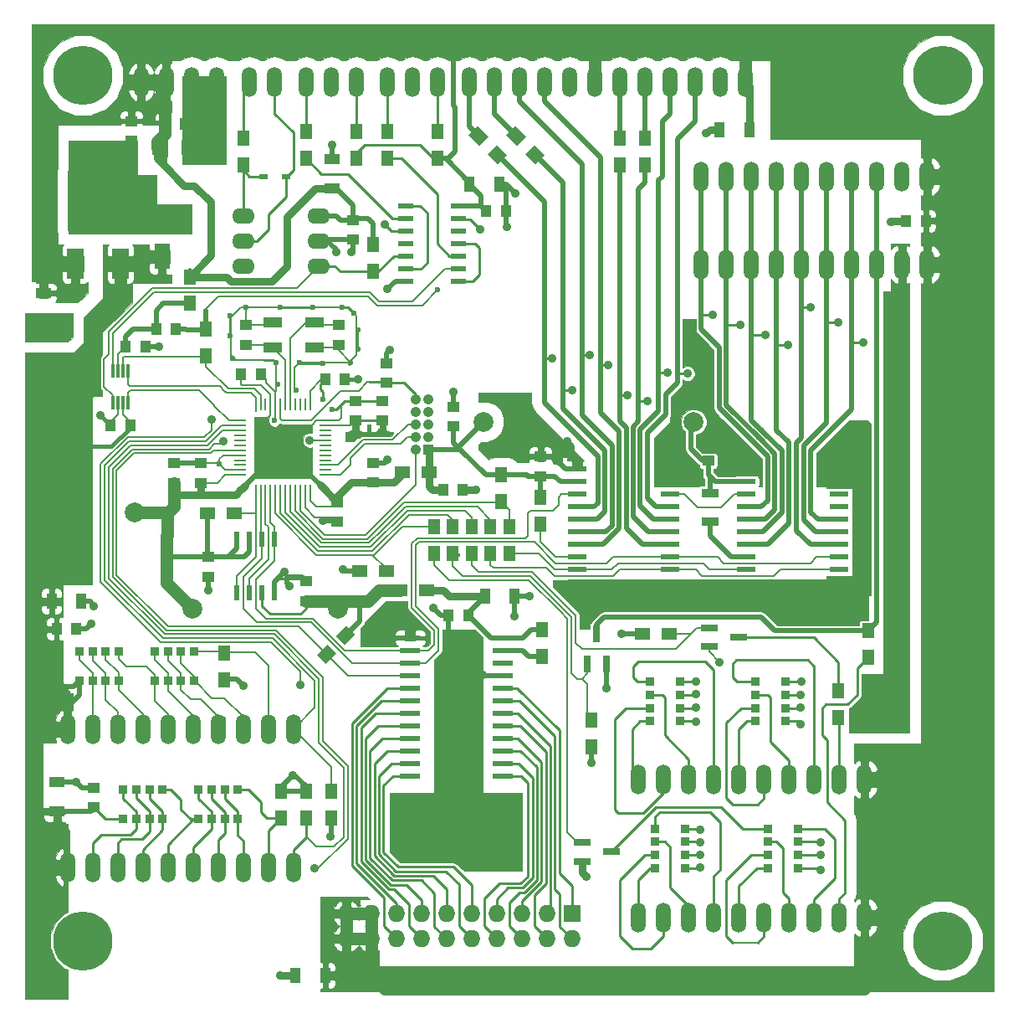
<source format=gtl>
G04 #@! TF.FileFunction,Copper,L1,Top,Signal*
%FSLAX46Y46*%
G04 Gerber Fmt 4.6, Leading zero omitted, Abs format (unit mm)*
G04 Created by KiCad (PCBNEW 4.0.2+e4-6225~38~ubuntu14.04.1-stable) date Do 30 Jun 2016 13:04:44 CEST*
%MOMM*%
G01*
G04 APERTURE LIST*
%ADD10C,0.150000*%
%ADD11C,0.200000*%
%ADD12O,1.506220X3.014980*%
%ADD13R,0.900000X0.900000*%
%ADD14R,1.900000X1.100000*%
%ADD15R,1.250000X1.000000*%
%ADD16R,1.000000X1.250000*%
%ADD17R,1.727200X1.727200*%
%ADD18O,1.727200X1.727200*%
%ADD19R,2.000000X0.600000*%
%ADD20R,1.950000X0.600000*%
%ADD21O,2.286000X1.574800*%
%ADD22R,1.500000X0.600000*%
%ADD23R,1.300000X1.500000*%
%ADD24R,1.500000X1.300000*%
%ADD25R,1.700000X0.900000*%
%ADD26R,0.600000X1.550000*%
%ADD27R,0.800100X1.800860*%
%ADD28R,1.800860X0.800100*%
%ADD29R,1.000000X1.600000*%
%ADD30R,1.600000X1.000000*%
%ADD31R,1.651000X3.048000*%
%ADD32R,6.096000X6.096000*%
%ADD33R,0.250000X1.300000*%
%ADD34R,1.300000X0.250000*%
%ADD35R,1.600200X2.600960*%
%ADD36R,1.050000X1.050000*%
%ADD37C,1.050000*%
%ADD38R,0.900000X0.600000*%
%ADD39C,0.050000*%
%ADD40R,0.300000X1.450000*%
%ADD41C,6.000000*%
%ADD42C,0.889000*%
%ADD43C,0.600000*%
%ADD44C,2.000000*%
%ADD45C,0.508000*%
%ADD46C,0.254000*%
%ADD47C,0.762000*%
%ADD48C,0.400000*%
%ADD49C,0.512000*%
%ADD50C,1.270000*%
%ADD51C,0.100000*%
G04 APERTURE END LIST*
D10*
D11*
X25777000Y-37396000D02*
X25777000Y-38196000D01*
D12*
X4695000Y-72340000D03*
X7235000Y-72340000D03*
X9775000Y-72340000D03*
X12315000Y-72340000D03*
X27555000Y-72340000D03*
X25015000Y-72340000D03*
X22475000Y-72340000D03*
X19935000Y-72340000D03*
X17395000Y-72340000D03*
X14855000Y-72340000D03*
D13*
X5870000Y-67490000D03*
X9870000Y-67490000D03*
X7210000Y-67490000D03*
X8530000Y-67490000D03*
X7210000Y-64490000D03*
X5870000Y-64490000D03*
X9870000Y-64490000D03*
X8530000Y-64490000D03*
D14*
X25421400Y-31192000D03*
X29688600Y-33732000D03*
X29688600Y-31192000D03*
X25421400Y-33732000D03*
D15*
X22729000Y-31462000D03*
X22729000Y-33462000D03*
X32127000Y-33462000D03*
X32127000Y-31462000D03*
X33841500Y-41145500D03*
X33841500Y-39145500D03*
X36572000Y-41145500D03*
X36572000Y-39145500D03*
X15490000Y-45477720D03*
X15490000Y-47477720D03*
X28825000Y-59370000D03*
X28825000Y-57370000D03*
X52574000Y-44797000D03*
X52574000Y-46797000D03*
D16*
X49065500Y-19952500D03*
X47065500Y-19952500D03*
X43255500Y-60828720D03*
X45255500Y-60828720D03*
D15*
X4750000Y-30749720D03*
X4750000Y-28749720D03*
X33550000Y-20849720D03*
X33550000Y-22849720D03*
D17*
X55749000Y-91009000D03*
D18*
X55749000Y-93549000D03*
X53209000Y-91009000D03*
X53209000Y-93549000D03*
X50669000Y-91009000D03*
X50669000Y-93549000D03*
X48129000Y-91009000D03*
X48129000Y-93549000D03*
X45589000Y-91009000D03*
X45589000Y-93549000D03*
X43049000Y-91009000D03*
X43049000Y-93549000D03*
X40509000Y-91009000D03*
X40509000Y-93549000D03*
X37969000Y-91009000D03*
X37969000Y-93549000D03*
X35429000Y-91009000D03*
X35429000Y-93549000D03*
X32889000Y-91009000D03*
X32889000Y-93549000D03*
D19*
X39365000Y-63114720D03*
X39365000Y-64384720D03*
X39365000Y-65654720D03*
X39365000Y-66924720D03*
X39365000Y-68194720D03*
X39365000Y-69464720D03*
X39365000Y-70734720D03*
X39365000Y-72004720D03*
X39365000Y-73274720D03*
X39365000Y-74544720D03*
X39365000Y-75814720D03*
X39365000Y-77084720D03*
X48765000Y-77084720D03*
X48765000Y-75814720D03*
X48765000Y-74544720D03*
X48765000Y-73274720D03*
X48765000Y-72004720D03*
X48765000Y-70734720D03*
X48765000Y-69464720D03*
X48765000Y-68194720D03*
X48765000Y-66924720D03*
X48765000Y-65654720D03*
X48765000Y-64384720D03*
X48765000Y-63114720D03*
D20*
X73401000Y-46051000D03*
X73401000Y-47321000D03*
X73401000Y-48591000D03*
X73401000Y-49861000D03*
X73401000Y-51131000D03*
X73401000Y-52401000D03*
X73401000Y-53671000D03*
X73401000Y-54941000D03*
X73401000Y-56211000D03*
X73401000Y-57481000D03*
X82801000Y-57481000D03*
X82801000Y-56211000D03*
X82801000Y-54941000D03*
X82801000Y-53671000D03*
X82801000Y-52401000D03*
X82801000Y-51131000D03*
X82801000Y-49861000D03*
X82801000Y-48591000D03*
X82801000Y-47321000D03*
X82801000Y-46051000D03*
D21*
X22475000Y-20442720D03*
X22475000Y-22982720D03*
X22475000Y-25522720D03*
X30095000Y-25522720D03*
X30095000Y-22982720D03*
X30095000Y-20442720D03*
D22*
X38885000Y-19420000D03*
X38885000Y-20690000D03*
X38885000Y-21960000D03*
X38885000Y-23230000D03*
X38885000Y-24500000D03*
X38885000Y-25770000D03*
X38885000Y-27040000D03*
X44285000Y-27040000D03*
X44285000Y-25770000D03*
X44285000Y-24500000D03*
X44285000Y-23230000D03*
X44285000Y-21960000D03*
X44285000Y-20690000D03*
X44285000Y-19420000D03*
D23*
X26285000Y-78610000D03*
X26285000Y-81310000D03*
X20570000Y-67385720D03*
X20570000Y-64685720D03*
X28825000Y-78610000D03*
X28825000Y-81310000D03*
X31365000Y-81310000D03*
X31365000Y-78610000D03*
X52701000Y-62272720D03*
X52701000Y-64972720D03*
X22475000Y-12570000D03*
X22475000Y-15270000D03*
X35585000Y-26080000D03*
X35585000Y-23380000D03*
X60575000Y-15270000D03*
X60575000Y-12570000D03*
X63115000Y-15270000D03*
X63115000Y-12570000D03*
D10*
G36*
X49184543Y-14310305D02*
X48265305Y-15229543D01*
X47204645Y-14168883D01*
X48123883Y-13249645D01*
X49184543Y-14310305D01*
X49184543Y-14310305D01*
G37*
G36*
X47275355Y-12401117D02*
X46356117Y-13320355D01*
X45295457Y-12259695D01*
X46214695Y-11340457D01*
X47275355Y-12401117D01*
X47275355Y-12401117D01*
G37*
G36*
X52994543Y-14310305D02*
X52075305Y-15229543D01*
X51014645Y-14168883D01*
X51933883Y-13249645D01*
X52994543Y-14310305D01*
X52994543Y-14310305D01*
G37*
G36*
X51085355Y-12401117D02*
X50166117Y-13320355D01*
X49105457Y-12259695D01*
X50024695Y-11340457D01*
X51085355Y-12401117D01*
X51085355Y-12401117D01*
G37*
D23*
X42160000Y-14635000D03*
X42160000Y-11935000D03*
X37080000Y-14635000D03*
X37080000Y-11935000D03*
X33905000Y-14635000D03*
X33905000Y-11935000D03*
X28825000Y-14635000D03*
X28825000Y-11935000D03*
X48600000Y-46649720D03*
X48600000Y-49349720D03*
D24*
X34269500Y-56320220D03*
X36969500Y-56320220D03*
D23*
X85750000Y-62399720D03*
X85750000Y-65099720D03*
D24*
X65600000Y-62749720D03*
X62900000Y-62749720D03*
D23*
X82673000Y-68450000D03*
X82673000Y-71150000D03*
X57750000Y-71399720D03*
X57750000Y-74099720D03*
X52574000Y-48892000D03*
X52574000Y-51592000D03*
D25*
X69719000Y-48474500D03*
X69719000Y-51374500D03*
D24*
X18839000Y-50496000D03*
X21539000Y-50496000D03*
D26*
X21840000Y-58530000D03*
X23110000Y-58530000D03*
X24380000Y-58530000D03*
X25650000Y-58530000D03*
X25650000Y-53130000D03*
X24380000Y-53130000D03*
X23110000Y-53130000D03*
X21840000Y-53130000D03*
D10*
G36*
X30847695Y-65757763D02*
X29928457Y-64838525D01*
X30989117Y-63777865D01*
X31908355Y-64697103D01*
X30847695Y-65757763D01*
X30847695Y-65757763D01*
G37*
G36*
X32756883Y-63848575D02*
X31837645Y-62929337D01*
X32898305Y-61868677D01*
X33817543Y-62787915D01*
X32756883Y-63848575D01*
X32756883Y-63848575D01*
G37*
D27*
X57300000Y-65750860D03*
X59200000Y-65750860D03*
X58250000Y-62748580D03*
D28*
X56748860Y-83799720D03*
X56748860Y-85699720D03*
X59751140Y-84749720D03*
X69614860Y-62119000D03*
X69614860Y-64019000D03*
X72617140Y-63069000D03*
D29*
X45359000Y-17222000D03*
X48359000Y-17222000D03*
X30750000Y-97249720D03*
X27750000Y-97249720D03*
D30*
X31428500Y-17706000D03*
X31428500Y-14706000D03*
D29*
X73695500Y-11697500D03*
X70695500Y-11697500D03*
D16*
X13650000Y-31849720D03*
X15650000Y-31849720D03*
X91550000Y-20949720D03*
X89550000Y-20949720D03*
D15*
X7298500Y-78261500D03*
X7298500Y-80261500D03*
D16*
X5568000Y-62225720D03*
X3568000Y-62225720D03*
D30*
X3628200Y-77698000D03*
X3628200Y-80698000D03*
D29*
X6068000Y-59431720D03*
X3068000Y-59431720D03*
D16*
X11029000Y-41651720D03*
X9029000Y-41651720D03*
D15*
X32000000Y-51399720D03*
X32000000Y-49399720D03*
X18157000Y-45477720D03*
X18157000Y-47477720D03*
X35600000Y-45399720D03*
X35600000Y-47399720D03*
D16*
X30750000Y-36999720D03*
X32750000Y-36999720D03*
X10553000Y-33650720D03*
X12553000Y-33650720D03*
D31*
X5464000Y-25250000D03*
D32*
X7750000Y-18900000D03*
D31*
X10036000Y-25250000D03*
D33*
X29225500Y-39542000D03*
X28725500Y-39542000D03*
X28225500Y-39542000D03*
X27725500Y-39542000D03*
X27225500Y-39542000D03*
X26725500Y-39542000D03*
X26225500Y-39542000D03*
X25725500Y-39542000D03*
X25225500Y-39542000D03*
X24725500Y-39542000D03*
X24225500Y-39542000D03*
X23725500Y-39542000D03*
D34*
X22125500Y-41142000D03*
X22125500Y-41642000D03*
X22125500Y-42142000D03*
X22125500Y-42642000D03*
X22125500Y-43142000D03*
X22125500Y-43642000D03*
X22125500Y-44142000D03*
X22125500Y-44642000D03*
X22125500Y-45142000D03*
X22125500Y-45642000D03*
X22125500Y-46142000D03*
X22125500Y-46642000D03*
D33*
X23725500Y-48242000D03*
X24225500Y-48242000D03*
X24725500Y-48242000D03*
X25225500Y-48242000D03*
X25725500Y-48242000D03*
X26225500Y-48242000D03*
X26725500Y-48242000D03*
X27225500Y-48242000D03*
X27725500Y-48242000D03*
X28225500Y-48242000D03*
X28725500Y-48242000D03*
X29225500Y-48242000D03*
D34*
X30825500Y-46642000D03*
X30825500Y-46142000D03*
X30825500Y-45642000D03*
X30825500Y-45142000D03*
X30825500Y-44642000D03*
X30825500Y-44142000D03*
X30825500Y-43642000D03*
X30825500Y-43142000D03*
X30825500Y-42642000D03*
X30825500Y-42142000D03*
X30825500Y-41642000D03*
X30825500Y-41142000D03*
D30*
X2250000Y-28249720D03*
X2250000Y-31249720D03*
D35*
X14250000Y-24550860D03*
X14250000Y-20949140D03*
D16*
X24250000Y-36449720D03*
X22250000Y-36449720D03*
D23*
X18650000Y-34599720D03*
X18650000Y-31899720D03*
D15*
X37000000Y-35349720D03*
X37000000Y-37349720D03*
D36*
X41200000Y-44049720D03*
D37*
X41200000Y-42779720D03*
X41200000Y-41509720D03*
X41200000Y-40239720D03*
X41200000Y-38969720D03*
X39930000Y-42779720D03*
X39930000Y-41509720D03*
X39930000Y-40239720D03*
X39930000Y-38969720D03*
X39930000Y-44049720D03*
D13*
X64155000Y-82405000D03*
X64155000Y-86405000D03*
X64155000Y-83745000D03*
X64155000Y-85065000D03*
X67155000Y-83745000D03*
X67155000Y-82405000D03*
X67155000Y-86405000D03*
X67155000Y-85065000D03*
X75585000Y-82405000D03*
X75585000Y-86405000D03*
X75585000Y-83745000D03*
X75585000Y-85065000D03*
X78585000Y-83745000D03*
X78585000Y-82405000D03*
X78585000Y-86405000D03*
X78585000Y-85065000D03*
X66647000Y-71546000D03*
X66647000Y-67546000D03*
X66647000Y-70206000D03*
X66647000Y-68886000D03*
X63647000Y-70206000D03*
X63647000Y-71546000D03*
X63647000Y-67546000D03*
X63647000Y-68886000D03*
X77315000Y-71546000D03*
X77315000Y-67546000D03*
X77315000Y-70206000D03*
X77315000Y-68886000D03*
X74315000Y-70206000D03*
X74315000Y-71546000D03*
X74315000Y-67546000D03*
X74315000Y-68886000D03*
X10315000Y-81460000D03*
X14315000Y-81460000D03*
X11655000Y-81460000D03*
X12975000Y-81460000D03*
X11655000Y-78460000D03*
X10315000Y-78460000D03*
X14315000Y-78460000D03*
X12975000Y-78460000D03*
X17935000Y-81460000D03*
X21935000Y-81460000D03*
X19275000Y-81460000D03*
X20595000Y-81460000D03*
X19275000Y-78460000D03*
X17935000Y-78460000D03*
X21935000Y-78460000D03*
X20595000Y-78460000D03*
X13490000Y-67490000D03*
X17490000Y-67490000D03*
X14830000Y-67490000D03*
X16150000Y-67490000D03*
X14830000Y-64490000D03*
X13490000Y-64490000D03*
X17490000Y-64490000D03*
X16150000Y-64490000D03*
D12*
X19757200Y-6909600D03*
X17217200Y-6909600D03*
X14677200Y-6909600D03*
X12137200Y-6909600D03*
D38*
X24507000Y-16460000D03*
X26793000Y-16460000D03*
D12*
X42160000Y-6935000D03*
X39620000Y-6935000D03*
X37080000Y-6935000D03*
X33905000Y-6935000D03*
X31365000Y-6935000D03*
X28825000Y-6935000D03*
X4695000Y-86310000D03*
X7235000Y-86310000D03*
X9775000Y-86310000D03*
X12315000Y-86310000D03*
X27555000Y-86310000D03*
X25015000Y-86310000D03*
X22475000Y-86310000D03*
X19935000Y-86310000D03*
X17395000Y-86310000D03*
X14855000Y-86310000D03*
X25650000Y-6935000D03*
X23110000Y-6935000D03*
X62480000Y-77420000D03*
X65020000Y-77420000D03*
X67560000Y-77420000D03*
X70100000Y-77420000D03*
X85340000Y-77420000D03*
X82800000Y-77420000D03*
X80260000Y-77420000D03*
X77720000Y-77420000D03*
X75180000Y-77420000D03*
X72640000Y-77420000D03*
X68830000Y-16460000D03*
X71370000Y-16460000D03*
X73910000Y-16460000D03*
X76450000Y-16460000D03*
X91690000Y-16460000D03*
X89150000Y-16460000D03*
X86610000Y-16460000D03*
X84070000Y-16460000D03*
X81530000Y-16460000D03*
X78990000Y-16460000D03*
X62480000Y-91390000D03*
X65020000Y-91390000D03*
X67560000Y-91390000D03*
X70100000Y-91390000D03*
X85340000Y-91390000D03*
X82800000Y-91390000D03*
X80260000Y-91390000D03*
X77720000Y-91390000D03*
X75180000Y-91390000D03*
X72640000Y-91390000D03*
X68830000Y-25350000D03*
X71370000Y-25350000D03*
X73910000Y-25350000D03*
X76450000Y-25350000D03*
X91690000Y-25350000D03*
X89150000Y-25350000D03*
X86610000Y-25350000D03*
X84070000Y-25350000D03*
X81530000Y-25350000D03*
X78990000Y-25350000D03*
X58035000Y-6935000D03*
X55495000Y-6935000D03*
X52955000Y-6935000D03*
X50415000Y-6935000D03*
X47875000Y-6935000D03*
X45335000Y-6935000D03*
X73275000Y-6935000D03*
X70735000Y-6935000D03*
X68195000Y-6935000D03*
X65655000Y-6935000D03*
X63115000Y-6935000D03*
X60575000Y-6935000D03*
D15*
X69528500Y-45209500D03*
X69528500Y-43209500D03*
D39*
X25777000Y-37396000D03*
X25777000Y-38196000D03*
D15*
X18919000Y-56957000D03*
X18919000Y-54957000D03*
D40*
X9279000Y-39314720D03*
X9779000Y-39314720D03*
X10279000Y-39314720D03*
X10779000Y-39314720D03*
X10779000Y-36114720D03*
X10279000Y-36114720D03*
X9779000Y-36114720D03*
X9279000Y-36114720D03*
D20*
X56256000Y-46051000D03*
X56256000Y-47321000D03*
X56256000Y-48591000D03*
X56256000Y-49861000D03*
X56256000Y-51131000D03*
X56256000Y-52401000D03*
X56256000Y-53671000D03*
X56256000Y-54941000D03*
X56256000Y-56211000D03*
X56256000Y-57481000D03*
X65656000Y-57481000D03*
X65656000Y-56211000D03*
X65656000Y-54941000D03*
X65656000Y-53671000D03*
X65656000Y-52401000D03*
X65656000Y-51131000D03*
X65656000Y-49861000D03*
X65656000Y-48591000D03*
X65656000Y-47321000D03*
X65656000Y-46051000D03*
D23*
X17050000Y-26599720D03*
X17050000Y-29299720D03*
D16*
X14550000Y-11149720D03*
X16550000Y-11149720D03*
D29*
X13750000Y-13549720D03*
X16750000Y-13549720D03*
D15*
X11150000Y-10849720D03*
X11150000Y-12849720D03*
D23*
X47494000Y-54558720D03*
X47494000Y-51858720D03*
X49399000Y-54558720D03*
X49399000Y-51858720D03*
X41779000Y-54558720D03*
X41779000Y-51858720D03*
X43684000Y-54558720D03*
X43684000Y-51858720D03*
X45589000Y-54558720D03*
X45589000Y-51858720D03*
D29*
X46946500Y-58860220D03*
X49946500Y-58860220D03*
D24*
X41033500Y-58288720D03*
X38333500Y-58288720D03*
D16*
X42700000Y-48149720D03*
X44700000Y-48149720D03*
D24*
X41300000Y-46349720D03*
X38600000Y-46349720D03*
D15*
X43750000Y-41749720D03*
X43750000Y-39749720D03*
D41*
X93250000Y-93750000D03*
X6250000Y-6250000D03*
X93250000Y-6250000D03*
X6250000Y-93750000D03*
D42*
X37334000Y-33986000D03*
X46478000Y-21794000D03*
X36826000Y-21286000D03*
X35810000Y-61926000D03*
X42750000Y-79749720D03*
X38250000Y-79749720D03*
X38750000Y-84749720D03*
X45750000Y-85749720D03*
X49250000Y-85749720D03*
X49250000Y-80249720D03*
X45750000Y-75749720D03*
X42750000Y-75749720D03*
X42750000Y-73749720D03*
X45750000Y-73749720D03*
X45750000Y-71749720D03*
X42750000Y-71749720D03*
X42750000Y-69749720D03*
X45750000Y-69749720D03*
X45750000Y-67749720D03*
X42750000Y-67749720D03*
X26250000Y-97249720D03*
X57200000Y-87249720D03*
X69350000Y-12049720D03*
X88050000Y-21049720D03*
X43750000Y-38249720D03*
X4250000Y-32249720D03*
X2750000Y-32249720D03*
X46000000Y-48149720D03*
X34050000Y-36999720D03*
X37080000Y-45080720D03*
X36445000Y-42286720D03*
X1250000Y-32249720D03*
X51250000Y-40249720D03*
X49250000Y-40249720D03*
X49250000Y-41749720D03*
X51250000Y-41749720D03*
X50750000Y-44749720D03*
X49250000Y-43249720D03*
X51250000Y-43249720D03*
X55750000Y-44749720D03*
X55250000Y-43249720D03*
X53250000Y-43249720D03*
X84750000Y-59249720D03*
X82750000Y-59249720D03*
X80250000Y-59249720D03*
X78250000Y-59249720D03*
X76250000Y-59249720D03*
X74250000Y-59249720D03*
X72250000Y-59249720D03*
X70250000Y-59249720D03*
X68250000Y-59249720D03*
X66250000Y-59249720D03*
X64250000Y-59249720D03*
X62250000Y-59249720D03*
X60250000Y-59249720D03*
X58250000Y-59249720D03*
X56250000Y-59249720D03*
X54750000Y-58249720D03*
X57750000Y-75749720D03*
X59250000Y-68249720D03*
X60750000Y-62749720D03*
X89250000Y-72249720D03*
X87750000Y-72249720D03*
X86250000Y-72249720D03*
X88388000Y-63323000D03*
X88388000Y-62053000D03*
X88388000Y-60656000D03*
X88261000Y-50750000D03*
X88261000Y-48972000D03*
X88261000Y-47194000D03*
X88261000Y-45670000D03*
X89150000Y-30938000D03*
X87880000Y-30938000D03*
X87880000Y-29414000D03*
X89150000Y-29414000D03*
X84750000Y-72249720D03*
X32571500Y-56193220D03*
X51431000Y-58923720D03*
X49907000Y-60955720D03*
X46668500Y-66861220D03*
X43684000Y-63495720D03*
X37143500Y-63178220D03*
X41715500Y-60066720D03*
X38477000Y-61019220D03*
X70700000Y-65549720D03*
X30550000Y-51249720D03*
X29650000Y-86449720D03*
X31301500Y-83198500D03*
X20450000Y-43249720D03*
X22475000Y-67940720D03*
X19250000Y-41049720D03*
X28250000Y-67849720D03*
X8050000Y-40649720D03*
X13966000Y-33650720D03*
X7108000Y-61717720D03*
X7362000Y-59939720D03*
X5584000Y-77719720D03*
X18919000Y-58288720D03*
D43*
X20062000Y-45543000D03*
X18665000Y-30094720D03*
X42160000Y-27935720D03*
D42*
X33397000Y-24125720D03*
X31873000Y-24125720D03*
D43*
X67650000Y-31849720D03*
X67650000Y-33049720D03*
X25650000Y-41149720D03*
D42*
X18250000Y-10749720D03*
X18250000Y-12249720D03*
X18250000Y-13749720D03*
X19750000Y-13749720D03*
X19750000Y-12249720D03*
X19750000Y-10749720D03*
X10250000Y-14249720D03*
X8750000Y-14249720D03*
X7250000Y-14249720D03*
X5750000Y-14249720D03*
X12250000Y-17249720D03*
X12250000Y-18749720D03*
X16250000Y-20749720D03*
X12250000Y-20749720D03*
X31428500Y-13285000D03*
X27491500Y-76975500D03*
X37080000Y-27826500D03*
X50034000Y-18174500D03*
X49145000Y-21540000D03*
X73021000Y-44463500D03*
X82482500Y-44590500D03*
X82419000Y-43384000D03*
X84387500Y-42431500D03*
X85086000Y-43320500D03*
X85086000Y-44908000D03*
X85086000Y-46114500D03*
X84959000Y-47321000D03*
X66607500Y-44527000D03*
X65147000Y-44019000D03*
X66036000Y-42304500D03*
X71370000Y-44781000D03*
X71179500Y-43384000D03*
X26666000Y-56465000D03*
X27174000Y-57862000D03*
X71370000Y-46178000D03*
X67814000Y-47194000D03*
X67814000Y-46178000D03*
X29206000Y-43130000D03*
X33524000Y-42540720D03*
X80895000Y-83770000D03*
X85213000Y-33224000D03*
X80895000Y-85040000D03*
X82673000Y-31192000D03*
X80895000Y-86564000D03*
X79879000Y-29668000D03*
X77593000Y-33478000D03*
X68703000Y-82500000D03*
X75307000Y-32462000D03*
X68703000Y-83770000D03*
X78863000Y-70181000D03*
X59432000Y-35510000D03*
X78863000Y-71832000D03*
X57527000Y-34494000D03*
X78990000Y-67514000D03*
X67433000Y-36399000D03*
X78863000Y-68911000D03*
X65401000Y-36272000D03*
X68322000Y-68784000D03*
X61337000Y-38558000D03*
X68322000Y-67514000D03*
X63369000Y-39193000D03*
X68322000Y-71578000D03*
X53717000Y-34875000D03*
X68322000Y-70181000D03*
X55749000Y-38050000D03*
D43*
X34050000Y-33949720D03*
X34050000Y-31949720D03*
X30550000Y-35349720D03*
X28190000Y-35256000D03*
X28150000Y-35249720D03*
X21150000Y-30549720D03*
X21150000Y-32549720D03*
X21350000Y-34849720D03*
X22750000Y-29649720D03*
X27850000Y-38049720D03*
X25777000Y-35256000D03*
X25950000Y-37449720D03*
X26250000Y-29668000D03*
X29550000Y-29649720D03*
X32450000Y-29668000D03*
X33650000Y-30249720D03*
X33350000Y-35249720D03*
D42*
X69973000Y-30430000D03*
X68703000Y-86310000D03*
X72767000Y-31446000D03*
X68703000Y-85040000D03*
D44*
X17331500Y-60130220D03*
X32063500Y-60130220D03*
D43*
X31500000Y-39999720D03*
X30500000Y-38999720D03*
D44*
X5250000Y-50449720D03*
X11450000Y-50449720D03*
X68068000Y-41288500D03*
X46795500Y-41270720D03*
D11*
X56256000Y-56211000D02*
X53961280Y-56211000D01*
X52350000Y-54599720D02*
X50000000Y-54599720D01*
X53961280Y-56211000D02*
X52350000Y-54599720D01*
X73401000Y-56211000D02*
X69655500Y-56211000D01*
X59749500Y-56211000D02*
X56256000Y-56211000D01*
X60384500Y-55576000D02*
X59749500Y-56211000D01*
X69020500Y-55576000D02*
X60384500Y-55576000D01*
X69655500Y-56211000D02*
X69020500Y-55576000D01*
D45*
X37000000Y-35349720D02*
X37000000Y-34320000D01*
X37000000Y-34320000D02*
X37334000Y-33986000D01*
D46*
X46478000Y-21794000D02*
X45462000Y-20778000D01*
X45462000Y-20778000D02*
X44373000Y-20778000D01*
X44373000Y-20778000D02*
X44285000Y-20690000D01*
X38885000Y-21960000D02*
X37500000Y-21960000D01*
X37500000Y-21960000D02*
X36826000Y-21286000D01*
D47*
X38477000Y-61019220D02*
X36716780Y-61019220D01*
X36716780Y-61019220D02*
X35810000Y-61926000D01*
X46668500Y-66861220D02*
X43638500Y-66861220D01*
X38250000Y-84249720D02*
X38250000Y-79749720D01*
X38750000Y-84749720D02*
X38250000Y-84249720D01*
X49250000Y-85749720D02*
X45750000Y-85749720D01*
X45750000Y-80249720D02*
X49250000Y-80249720D01*
X45750000Y-75749720D02*
X45750000Y-80249720D01*
X42750000Y-73749720D02*
X42750000Y-75749720D01*
X45750000Y-71749720D02*
X45750000Y-73749720D01*
X42750000Y-69749720D02*
X42750000Y-71749720D01*
X45750000Y-67749720D02*
X45750000Y-69749720D01*
X43638500Y-66861220D02*
X42750000Y-67749720D01*
X27750000Y-97249720D02*
X26250000Y-97249720D01*
X56748860Y-85699720D02*
X56748860Y-86798580D01*
X56748860Y-86798580D02*
X57200000Y-87249720D01*
X70695500Y-11697500D02*
X69702220Y-11697500D01*
X69702220Y-11697500D02*
X69350000Y-12049720D01*
X89550000Y-20949720D02*
X88150000Y-20949720D01*
X88150000Y-20949720D02*
X88050000Y-21049720D01*
D45*
X43750000Y-38249720D02*
X43750000Y-39749720D01*
D47*
X2750000Y-32249720D02*
X4250000Y-32249720D01*
D45*
X4250000Y-32249720D02*
X2750000Y-31249720D01*
D47*
X44700000Y-48149720D02*
X46000000Y-48149720D01*
D48*
X32750000Y-36999720D02*
X34050000Y-36999720D01*
D45*
X35600000Y-45399720D02*
X36761000Y-45399720D01*
X36761000Y-45399720D02*
X37080000Y-45080720D01*
X36572000Y-41145500D02*
X36572000Y-42159720D01*
X36572000Y-42159720D02*
X36445000Y-42286720D01*
D49*
X2750000Y-31249720D02*
X1250000Y-32249720D01*
X51250000Y-43249720D02*
X51250000Y-41749720D01*
X49250000Y-41749720D02*
X49250000Y-40249720D01*
X52574000Y-44797000D02*
X50797280Y-44797000D01*
X50797280Y-44797000D02*
X50750000Y-44749720D01*
X53250000Y-43249720D02*
X51250000Y-43249720D01*
X52574000Y-44797000D02*
X52574000Y-43925720D01*
X55750000Y-43749720D02*
X55750000Y-44749720D01*
X55250000Y-43249720D02*
X55750000Y-43749720D01*
X52574000Y-43925720D02*
X53250000Y-43249720D01*
X56256000Y-57481000D02*
X55518720Y-57481000D01*
X55518720Y-57481000D02*
X54750000Y-58249720D01*
X80250000Y-59249720D02*
X82750000Y-59249720D01*
X76250000Y-59249720D02*
X78250000Y-59249720D01*
X72250000Y-59249720D02*
X74250000Y-59249720D01*
X68250000Y-59249720D02*
X70250000Y-59249720D01*
X64250000Y-59249720D02*
X66250000Y-59249720D01*
X60250000Y-59249720D02*
X62250000Y-59249720D01*
X56250000Y-59249720D02*
X58250000Y-59249720D01*
X57750000Y-74099720D02*
X57750000Y-75749720D01*
X59200000Y-65750860D02*
X59200000Y-68199720D01*
X59200000Y-68199720D02*
X59250000Y-68249720D01*
X62900000Y-62749720D02*
X60750000Y-62749720D01*
X88388000Y-71387720D02*
X89250000Y-72249720D01*
X87750000Y-72249720D02*
X86250000Y-72249720D01*
D46*
X89150000Y-28398000D02*
X89150000Y-25350000D01*
X88388000Y-62053000D02*
X88388000Y-63323000D01*
X88388000Y-50877000D02*
X88388000Y-60656000D01*
X88261000Y-50750000D02*
X88388000Y-50877000D01*
X88261000Y-47194000D02*
X88261000Y-48972000D01*
X88261000Y-31827000D02*
X88261000Y-45670000D01*
X89150000Y-30938000D02*
X88261000Y-31827000D01*
X87880000Y-29414000D02*
X87880000Y-30938000D01*
X89150000Y-28398000D02*
X89150000Y-29414000D01*
D49*
X88388000Y-63323000D02*
X88388000Y-71387720D01*
D45*
X34269500Y-56320220D02*
X32698500Y-56320220D01*
X32698500Y-56320220D02*
X32571500Y-56193220D01*
X49946500Y-58860220D02*
X51367500Y-58860220D01*
X51367500Y-58860220D02*
X51431000Y-58923720D01*
X49946500Y-58860220D02*
X49946500Y-60916220D01*
X49946500Y-60916220D02*
X49907000Y-60955720D01*
X43255500Y-60828720D02*
X43255500Y-63067220D01*
X46732000Y-66924720D02*
X48765000Y-66924720D01*
X46668500Y-66861220D02*
X46732000Y-66924720D01*
X43255500Y-63067220D02*
X43684000Y-63495720D01*
X37143500Y-63178220D02*
X37143500Y-62352720D01*
X42477500Y-60828720D02*
X43255500Y-60828720D01*
X41715500Y-60066720D02*
X42477500Y-60828720D01*
X37143500Y-62352720D02*
X38477000Y-61019220D01*
X37207000Y-63114720D02*
X39365000Y-63114720D01*
X37143500Y-63178220D02*
X37207000Y-63114720D01*
D11*
X69614860Y-64019000D02*
X69614860Y-64464580D01*
X69614860Y-64464580D02*
X70700000Y-65549720D01*
D45*
X31850000Y-51249720D02*
X30550000Y-51249720D01*
X31850000Y-51249720D02*
X32000000Y-51399720D01*
D11*
X28725500Y-48242000D02*
X28725500Y-49952000D01*
X28725500Y-49952000D02*
X29673220Y-50899720D01*
X29673220Y-50899720D02*
X31500000Y-50899720D01*
X31500000Y-50899720D02*
X32000000Y-51399720D01*
X24650000Y-62345004D02*
X25757660Y-62345004D01*
X30015688Y-86449720D02*
X29650000Y-86449720D01*
X33050002Y-83415406D02*
X30015688Y-86449720D01*
X33050002Y-76084034D02*
X33050002Y-83415406D01*
X30514004Y-73548036D02*
X33050002Y-76084034D01*
X30514004Y-67101348D02*
X30514004Y-73548036D01*
X25757660Y-62345004D02*
X30514004Y-67101348D01*
D49*
X31365000Y-83135000D02*
X31301500Y-83198500D01*
X31365000Y-81310000D02*
X31365000Y-83135000D01*
D11*
X20450000Y-43249720D02*
X20173344Y-43526376D01*
X20173344Y-43526376D02*
X19526656Y-43526376D01*
X19526656Y-43526376D02*
X19007314Y-44045718D01*
X19007314Y-44045718D02*
X11260314Y-44045718D01*
X11260314Y-44045718D02*
X9247998Y-46058034D01*
X9247998Y-46058034D02*
X9247998Y-56930406D01*
X9247998Y-56930406D02*
X14662596Y-62345004D01*
X14662596Y-62345004D02*
X24650000Y-62345004D01*
D45*
X21810780Y-67276500D02*
X22475000Y-67940720D01*
X21810780Y-67276500D02*
X20570000Y-67276500D01*
D11*
X19250000Y-42105968D02*
X19250000Y-41049720D01*
X18510256Y-42845712D02*
X19250000Y-42105968D01*
X10763256Y-42845712D02*
X18510256Y-42845712D01*
X8047992Y-45560976D02*
X10763256Y-42845712D01*
X8047992Y-57447712D02*
X8047992Y-45560976D01*
X14145290Y-63545010D02*
X8047992Y-57447712D01*
X25260602Y-63545010D02*
X14145290Y-63545010D01*
X28207656Y-66492064D02*
X25260602Y-63545010D01*
X28207656Y-67807376D02*
X28207656Y-66492064D01*
X28250000Y-67849720D02*
X28207656Y-67807376D01*
D48*
X9029000Y-41651720D02*
X9029000Y-41628720D01*
X9029000Y-41628720D02*
X8050000Y-40649720D01*
D45*
X12553000Y-33650720D02*
X13966000Y-33650720D01*
D11*
X9779000Y-39314720D02*
X9779000Y-40504720D01*
X9779000Y-40504720D02*
X9029000Y-41254720D01*
X9029000Y-41254720D02*
X9029000Y-41651720D01*
D45*
X6068000Y-59431720D02*
X6981000Y-59431720D01*
X6600000Y-62225720D02*
X7108000Y-61717720D01*
X6600000Y-62225720D02*
X5568000Y-62225720D01*
X7362000Y-59812720D02*
X7362000Y-59939720D01*
X6981000Y-59431720D02*
X7362000Y-59812720D01*
X5584000Y-77719720D02*
X3649920Y-77719720D01*
X3649920Y-77719720D02*
X3628200Y-77698000D01*
X6125780Y-78261500D02*
X7298500Y-78261500D01*
X5584000Y-77719720D02*
X6125780Y-78261500D01*
D49*
X18919000Y-56957000D02*
X18919000Y-58288720D01*
D45*
X15490000Y-45477720D02*
X18157000Y-45477720D01*
D11*
X20062000Y-45477720D02*
X20062000Y-45543000D01*
X18157000Y-45477720D02*
X20062000Y-45477720D01*
X18665000Y-30094720D02*
X18665000Y-29840720D01*
D49*
X18665000Y-31884720D02*
X18665000Y-30094720D01*
D11*
X40616998Y-29478722D02*
X42160000Y-27935720D01*
X36025314Y-29478722D02*
X40616998Y-29478722D01*
X35096316Y-28549724D02*
X36025314Y-29478722D01*
X19955996Y-28549724D02*
X35096316Y-28549724D01*
X18665000Y-29840720D02*
X19955996Y-28549724D01*
D49*
X30095000Y-22982720D02*
X30984000Y-22982720D01*
X30984000Y-22982720D02*
X31873000Y-23871720D01*
X33550000Y-23972720D02*
X33550000Y-22849720D01*
X33397000Y-24125720D02*
X33550000Y-23972720D01*
X31873000Y-23871720D02*
X31873000Y-24125720D01*
X33550000Y-22849720D02*
X30228000Y-22849720D01*
X30228000Y-22849720D02*
X30095000Y-22982720D01*
X16760000Y-31999720D02*
X18550000Y-31999720D01*
X18550000Y-31999720D02*
X18665000Y-31884720D01*
X15650000Y-31849720D02*
X16610000Y-31849720D01*
X16610000Y-31849720D02*
X16760000Y-31999720D01*
D11*
X68450000Y-39383500D02*
X68450000Y-33849720D01*
X68450000Y-33849720D02*
X67650000Y-33049720D01*
X24745000Y-36944720D02*
X24745000Y-37272000D01*
X24745000Y-37272000D02*
X25725500Y-38252500D01*
X25725500Y-38431000D02*
X25725500Y-39542000D01*
X25725500Y-38431000D02*
X25725500Y-38252500D01*
X24745000Y-36944720D02*
X24250000Y-36449720D01*
X25725500Y-39542000D02*
X25725500Y-41074220D01*
X25725500Y-41074220D02*
X25650000Y-41149720D01*
D49*
X19300000Y-6935000D02*
X19300000Y-10199720D01*
X18250000Y-13749720D02*
X18250000Y-12249720D01*
X19750000Y-12249720D02*
X19750000Y-13749720D01*
X19750000Y-10649720D02*
X19750000Y-10749720D01*
X19300000Y-10199720D02*
X19750000Y-10649720D01*
X10250000Y-16249720D02*
X10250000Y-14249720D01*
X8250000Y-14249720D02*
X8750000Y-14249720D01*
X7250000Y-14249720D02*
X8250000Y-14249720D01*
X5750000Y-14249720D02*
X7750000Y-16249720D01*
X10250000Y-16249720D02*
X11250000Y-17249720D01*
X11250000Y-17249720D02*
X12250000Y-17249720D01*
X7750000Y-18900000D02*
X10400280Y-18900000D01*
X10400280Y-18900000D02*
X12250000Y-20749720D01*
X16050580Y-20949140D02*
X14250000Y-20949140D01*
X16250000Y-20749720D02*
X16050580Y-20949140D01*
X7750000Y-18900000D02*
X7750000Y-16249720D01*
X31428500Y-14706000D02*
X31428500Y-13285000D01*
X27491500Y-76975500D02*
X27682000Y-76975500D01*
X26285000Y-78182000D02*
X27491500Y-76975500D01*
X27682000Y-76975500D02*
X28825000Y-78118500D01*
X28825000Y-78118500D02*
X28825000Y-78610000D01*
X26285000Y-78610000D02*
X26285000Y-78182000D01*
X28825000Y-78610000D02*
X26285000Y-78610000D01*
X16760000Y-6935000D02*
X16760000Y-11237000D01*
X16760000Y-11237000D02*
X16617000Y-11380000D01*
X38885000Y-27040000D02*
X37866500Y-27040000D01*
X37866500Y-27040000D02*
X37080000Y-27826500D01*
X49065500Y-19952500D02*
X49065500Y-21460500D01*
X49081500Y-17222000D02*
X48359000Y-17222000D01*
X50034000Y-18174500D02*
X49081500Y-17222000D01*
X49065500Y-21460500D02*
X49145000Y-21540000D01*
X48359000Y-17222000D02*
X48764000Y-17222000D01*
X48764000Y-17222000D02*
X49065500Y-17523500D01*
X49065500Y-17523500D02*
X49065500Y-19952500D01*
X84959000Y-47321000D02*
X84959000Y-57163500D01*
X84641500Y-57481000D02*
X82801000Y-57481000D01*
X84959000Y-57163500D02*
X84641500Y-57481000D01*
X56256000Y-57481000D02*
X65656000Y-57481000D01*
X65656000Y-57481000D02*
X73401000Y-57481000D01*
X82801000Y-57481000D02*
X79498000Y-57481000D01*
X79498000Y-57481000D02*
X73401000Y-57481000D01*
X85086000Y-46114500D02*
X85086000Y-44908000D01*
X82482500Y-43447500D02*
X82482500Y-44590500D01*
X82419000Y-43384000D02*
X82482500Y-43447500D01*
X84387500Y-42622000D02*
X84387500Y-42431500D01*
X85086000Y-43320500D02*
X84387500Y-42622000D01*
X82801000Y-47321000D02*
X84959000Y-47321000D01*
X85022500Y-46051000D02*
X82801000Y-46051000D01*
X85086000Y-46114500D02*
X85022500Y-46051000D01*
X71179500Y-43384000D02*
X71179500Y-42241000D01*
X65655000Y-44527000D02*
X66607500Y-44527000D01*
X65147000Y-44019000D02*
X65655000Y-44527000D01*
X66036000Y-40717000D02*
X66036000Y-42304500D01*
X67369500Y-39383500D02*
X66036000Y-40717000D01*
X68703000Y-39383500D02*
X68450000Y-39383500D01*
X68450000Y-39383500D02*
X67369500Y-39383500D01*
X69719000Y-40399500D02*
X68703000Y-39383500D01*
X69719000Y-40780500D02*
X69719000Y-40399500D01*
X71179500Y-42241000D02*
X69719000Y-40780500D01*
X69528500Y-43209500D02*
X71005000Y-43209500D01*
X71370000Y-44781000D02*
X71370000Y-46178000D01*
X71005000Y-43209500D02*
X71179500Y-43384000D01*
D45*
X52574000Y-44797000D02*
X53796500Y-44797000D01*
X55050500Y-46051000D02*
X56256000Y-46051000D01*
X53796500Y-44797000D02*
X55050500Y-46051000D01*
D11*
X22125500Y-44642000D02*
X20455000Y-44642000D01*
X20455000Y-44642000D02*
X20062000Y-45035000D01*
X22125500Y-46142000D02*
X20661000Y-46142000D01*
X20062000Y-45543000D02*
X20062000Y-45035000D01*
X20661000Y-46142000D02*
X20062000Y-45543000D01*
D45*
X25650000Y-57481000D02*
X26666000Y-56465000D01*
X26920000Y-57608000D02*
X26920000Y-56973000D01*
X27174000Y-57862000D02*
X26920000Y-57608000D01*
X25650000Y-58530000D02*
X25650000Y-57481000D01*
X26920000Y-56973000D02*
X28428000Y-56973000D01*
X28428000Y-56973000D02*
X28825000Y-57370000D01*
D46*
X26031000Y-57100000D02*
X28555000Y-57100000D01*
X25650000Y-57481000D02*
X26031000Y-57100000D01*
X28555000Y-57100000D02*
X28825000Y-57370000D01*
D49*
X73401000Y-46051000D02*
X71497000Y-46051000D01*
X71497000Y-46051000D02*
X71370000Y-46178000D01*
X65656000Y-47321000D02*
X67687000Y-47321000D01*
X67687000Y-47321000D02*
X67814000Y-47194000D01*
X67687000Y-46051000D02*
X65656000Y-46051000D01*
X67814000Y-46178000D02*
X67687000Y-46051000D01*
D11*
X30825500Y-43142000D02*
X29218000Y-43142000D01*
X29218000Y-43142000D02*
X29206000Y-43130000D01*
X30825500Y-41642000D02*
X33345000Y-41642000D01*
D45*
X33841500Y-41145500D02*
X33841500Y-42223220D01*
X33841500Y-42223220D02*
X33524000Y-42540720D01*
D46*
X33841500Y-41145500D02*
X36572000Y-41145500D01*
D11*
X33345000Y-41642000D02*
X33841500Y-41145500D01*
X21539000Y-50496000D02*
X23725500Y-50496000D01*
X23725500Y-50496000D02*
X23745000Y-50496000D01*
X23745000Y-50496000D02*
X23725500Y-50496000D01*
X23725500Y-48242000D02*
X23725500Y-50496000D01*
X23725500Y-50496000D02*
X23725500Y-51031002D01*
X21840000Y-56846000D02*
X21840000Y-58530000D01*
X23745000Y-54941000D02*
X21840000Y-56846000D01*
X23745000Y-51050502D02*
X23745000Y-54941000D01*
X23725500Y-51031002D02*
X23745000Y-51050502D01*
X24725500Y-48242000D02*
X24725500Y-51575220D01*
X24725500Y-51575220D02*
X25015000Y-51864720D01*
X23110000Y-57100000D02*
X23110000Y-58530000D01*
X25015000Y-55195000D02*
X23110000Y-57100000D01*
X25015000Y-51864720D02*
X25015000Y-52599720D01*
X25015000Y-52599720D02*
X25015000Y-55195000D01*
X27555000Y-61144998D02*
X29516466Y-61144998D01*
X32756188Y-64384720D02*
X39365000Y-64384720D01*
X29516466Y-61144998D02*
X32756188Y-64384720D01*
X56256000Y-48591000D02*
X54689820Y-48591000D01*
X54689820Y-48591000D02*
X54390100Y-48890720D01*
X54390100Y-48890720D02*
X54390100Y-49652720D01*
X54390100Y-49652720D02*
X53805900Y-50236920D01*
X53805900Y-50236920D02*
X51558000Y-50236920D01*
X51558000Y-50236920D02*
X51316700Y-50478220D01*
X51316700Y-50478220D02*
X51316700Y-52762998D01*
X51316700Y-52762998D02*
X51062700Y-53016998D01*
X51062700Y-53016998D02*
X40078422Y-53016998D01*
X40078422Y-53016998D02*
X39505700Y-53589720D01*
X39505700Y-53589720D02*
X39505700Y-60066720D01*
X39505700Y-60066720D02*
X41804400Y-62365420D01*
X41804400Y-62365420D02*
X41804400Y-63800520D01*
X41804400Y-63800520D02*
X41220200Y-64384720D01*
X41220200Y-64384720D02*
X39365000Y-64384720D01*
X25225500Y-48242000D02*
X25225500Y-51475220D01*
X25650000Y-51899720D02*
X25650000Y-53130000D01*
X25225500Y-51475220D02*
X25650000Y-51899720D01*
X25650000Y-53130000D02*
X25650000Y-55322000D01*
X25650000Y-55322000D02*
X23745000Y-57227000D01*
X23745000Y-57227000D02*
X23745000Y-60148000D01*
X23745000Y-60148000D02*
X24741998Y-61144998D01*
X24741998Y-61144998D02*
X27555000Y-61144998D01*
X56750000Y-67249720D02*
X57250000Y-67749720D01*
X57250000Y-67749720D02*
X57250000Y-70899720D01*
X57250000Y-70899720D02*
X57750000Y-71399720D01*
X50288000Y-56849724D02*
X51510192Y-56849724D01*
X57300000Y-66699720D02*
X57300000Y-65750860D01*
X56750000Y-67249720D02*
X57300000Y-66699720D01*
X56250000Y-67249720D02*
X56750000Y-67249720D01*
X55650002Y-66649722D02*
X56250000Y-67249720D01*
X55650002Y-60989534D02*
X55650002Y-66649722D01*
X51510192Y-56849724D02*
X55650002Y-60989534D01*
X43684000Y-54558720D02*
X43684000Y-55875720D01*
X44658004Y-56849724D02*
X50288000Y-56849724D01*
X50288000Y-56849724D02*
X50542000Y-56849724D01*
X43684000Y-55875720D02*
X44658004Y-56849724D01*
X44300000Y-54599720D02*
X44300000Y-54799720D01*
X56748860Y-83799720D02*
X56300000Y-83799720D01*
X56300000Y-83799720D02*
X55250000Y-82749720D01*
X55250000Y-82749720D02*
X55250000Y-61155220D01*
X55250000Y-61155220D02*
X54547250Y-60452470D01*
X45843000Y-57249726D02*
X51344506Y-57249726D01*
X51344506Y-57249726D02*
X54547250Y-60452470D01*
X41779000Y-54558720D02*
X41779000Y-55748720D01*
X43280006Y-57249726D02*
X45843000Y-57249726D01*
X45843000Y-57249726D02*
X46097000Y-57249726D01*
X41779000Y-55748720D02*
X43280006Y-57249726D01*
X49780000Y-56049720D02*
X47795000Y-56049720D01*
X47494000Y-55748720D02*
X47494000Y-54558720D01*
X47795000Y-56049720D02*
X47494000Y-55748720D01*
X60575000Y-56211000D02*
X59940000Y-56846000D01*
X59940000Y-56846000D02*
X53971000Y-56846000D01*
X53971000Y-56846000D02*
X53780500Y-56655500D01*
X60575000Y-56211000D02*
X65656000Y-56211000D01*
X53174720Y-56049720D02*
X53780500Y-56655500D01*
X49780000Y-56049720D02*
X53174720Y-56049720D01*
X82801000Y-56211000D02*
X76831000Y-56211000D01*
X68258500Y-56211000D02*
X65656000Y-56211000D01*
X68893500Y-56846000D02*
X68258500Y-56211000D01*
X76196000Y-56846000D02*
X68893500Y-56846000D01*
X76831000Y-56211000D02*
X76196000Y-56846000D01*
X28253500Y-61545000D02*
X29350780Y-61545000D01*
X33460500Y-65654720D02*
X39365000Y-65654720D01*
X29350780Y-61545000D02*
X33460500Y-65654720D01*
X23872000Y-61545000D02*
X28253500Y-61545000D01*
X22475000Y-60148000D02*
X23872000Y-61545000D01*
X22475000Y-56973000D02*
X22475000Y-60148000D01*
X24380000Y-55068000D02*
X22475000Y-56973000D01*
X24380000Y-53130000D02*
X24380000Y-55068000D01*
X43341100Y-53417000D02*
X40244108Y-53417000D01*
X65656000Y-54941000D02*
X59876500Y-54941000D01*
X59876500Y-54941000D02*
X59241500Y-55576000D01*
X44065000Y-53417000D02*
X43341100Y-53417000D01*
X47900000Y-53417000D02*
X44065000Y-53417000D01*
X51939000Y-53417000D02*
X54098000Y-55576000D01*
X47900000Y-53417000D02*
X51939000Y-53417000D01*
X59241500Y-55576000D02*
X54098000Y-55576000D01*
X40244108Y-53417000D02*
X39905702Y-53755406D01*
X39905702Y-53755406D02*
X39905702Y-59901034D01*
X39905702Y-59901034D02*
X42204402Y-62199734D01*
X42204402Y-62199734D02*
X42204402Y-63013120D01*
X40953500Y-65654720D02*
X39365000Y-65654720D01*
X42204402Y-64403818D02*
X42204402Y-63013120D01*
X40953500Y-65654720D02*
X42204402Y-64403818D01*
X65656000Y-54941000D02*
X70481000Y-54941000D01*
X80514000Y-54941000D02*
X82801000Y-54941000D01*
X79879000Y-55576000D02*
X80514000Y-54941000D01*
X71116000Y-55576000D02*
X79879000Y-55576000D01*
X70481000Y-54941000D02*
X71116000Y-55576000D01*
X24380000Y-53130000D02*
X24380000Y-53792188D01*
X24225500Y-48242000D02*
X24225500Y-52975500D01*
X24225500Y-52975500D02*
X24380000Y-53130000D01*
X65600000Y-62749720D02*
X67750000Y-62749720D01*
X67750000Y-62749720D02*
X68250000Y-62249720D01*
X56112938Y-60886782D02*
X56112938Y-63612658D01*
X68380720Y-62119000D02*
X69614860Y-62119000D01*
X66250000Y-64249720D02*
X68250000Y-62249720D01*
X68250000Y-62249720D02*
X68380720Y-62119000D01*
X56750000Y-64249720D02*
X66250000Y-64249720D01*
X56112938Y-63612658D02*
X56750000Y-64249720D01*
X51675878Y-56449722D02*
X50478500Y-56449722D01*
X56112938Y-60886782D02*
X51675878Y-56449722D01*
X45589000Y-54558720D02*
X45589000Y-55748720D01*
X46290002Y-56449722D02*
X50478500Y-56449722D01*
X45589000Y-55748720D02*
X46290002Y-56449722D01*
X31365000Y-78610000D02*
X31365000Y-76150000D01*
X31365000Y-76150000D02*
X27555000Y-72340000D01*
X13966000Y-43245714D02*
X10928942Y-43245714D01*
X29714000Y-70181000D02*
X27555000Y-72340000D01*
X29714000Y-67432720D02*
X29714000Y-70181000D01*
X25426288Y-63145008D02*
X29714000Y-67432720D01*
X14331224Y-63145008D02*
X25426288Y-63145008D01*
X8447994Y-57261778D02*
X14331224Y-63145008D01*
X8447994Y-45726662D02*
X8447994Y-57261778D01*
X10928942Y-43245714D02*
X8447994Y-45726662D01*
X22125500Y-41642000D02*
X20279656Y-41642000D01*
X18675942Y-43245714D02*
X13966000Y-43245714D01*
X20279656Y-41642000D02*
X18675942Y-43245714D01*
X29872000Y-84227720D02*
X31672000Y-84227720D01*
X25591974Y-62745006D02*
X25250000Y-62745006D01*
X30114002Y-67267034D02*
X25591974Y-62745006D01*
X30114002Y-73713722D02*
X30114002Y-67267034D01*
X32650000Y-76249720D02*
X30114002Y-73713722D01*
X32650000Y-83249720D02*
X32650000Y-76249720D01*
X31672000Y-84227720D02*
X32650000Y-83249720D01*
X12442000Y-43645716D02*
X11094628Y-43645716D01*
X20345344Y-42142000D02*
X18841628Y-43645716D01*
X18841628Y-43645716D02*
X12442000Y-43645716D01*
X22125500Y-42142000D02*
X20345344Y-42142000D01*
X11094628Y-43645716D02*
X8847996Y-45892348D01*
X8847996Y-45892348D02*
X8847996Y-57096092D01*
X8847996Y-57096092D02*
X14496910Y-62745006D01*
X14496910Y-62745006D02*
X25250000Y-62745006D01*
X29872000Y-84227720D02*
X29672000Y-84027720D01*
X29672000Y-84027720D02*
X28825000Y-83180720D01*
D46*
X27555000Y-86310000D02*
X27555000Y-84532000D01*
X28825000Y-83262000D02*
X28825000Y-83180720D01*
X27555000Y-84532000D02*
X28825000Y-83262000D01*
X28825000Y-83180720D02*
X28825000Y-81310000D01*
D47*
X73695500Y-11697500D02*
X73695500Y-7355500D01*
X73695500Y-7355500D02*
X73275000Y-6935000D01*
D50*
X35429000Y-93549000D02*
X35429000Y-97228720D01*
X35429000Y-97228720D02*
X36829280Y-98629000D01*
X32889000Y-93549000D02*
X35429000Y-93549000D01*
X35429000Y-91009000D02*
X35429000Y-93549000D01*
X32889000Y-91009000D02*
X32889000Y-93549000D01*
X35429000Y-91009000D02*
X32889000Y-91009000D01*
D47*
X13750000Y-13549720D02*
X13750000Y-14130720D01*
X13750000Y-14130720D02*
X14347000Y-14727720D01*
X14347000Y-14727720D02*
X14347000Y-15235720D01*
X13750000Y-13549720D02*
X13750000Y-14638720D01*
X19173000Y-24476720D02*
X17050000Y-26599720D01*
X19173000Y-19045720D02*
X19173000Y-24476720D01*
X17522000Y-17394720D02*
X19173000Y-19045720D01*
X16506000Y-17394720D02*
X17522000Y-17394720D01*
X13750000Y-14638720D02*
X14347000Y-15235720D01*
X14347000Y-15235720D02*
X16506000Y-17394720D01*
X17050000Y-26599720D02*
X20758000Y-26599720D01*
X31428500Y-17706000D02*
X29783720Y-17706000D01*
X26920000Y-20569720D02*
X26920000Y-23490720D01*
X29783720Y-17706000D02*
X26920000Y-20569720D01*
X26920000Y-23490720D02*
X26920000Y-25522720D01*
X20758000Y-26599720D02*
X21205000Y-27046720D01*
X21205000Y-27046720D02*
X25396000Y-27046720D01*
X25396000Y-27046720D02*
X26920000Y-25522720D01*
D49*
X30095000Y-20442720D02*
X31873000Y-20442720D01*
X32280000Y-20849720D02*
X33550000Y-20849720D01*
X31873000Y-20442720D02*
X32280000Y-20849720D01*
X13750000Y-13549720D02*
X13750000Y-13561000D01*
X13750000Y-13561000D02*
X14617000Y-14428000D01*
D50*
X13750000Y-13549720D02*
X13750000Y-12949720D01*
X13750000Y-12949720D02*
X14550000Y-12149720D01*
X14550000Y-12149720D02*
X14550000Y-9949720D01*
X14550000Y-9949720D02*
X14220000Y-9619720D01*
X14220000Y-9619720D02*
X14220000Y-6935000D01*
D49*
X17050000Y-26599720D02*
X17050000Y-25949720D01*
X31428500Y-17706000D02*
X31912500Y-17706000D01*
X31912500Y-17706000D02*
X33585000Y-19378500D01*
X42160000Y-14635000D02*
X43223000Y-14635000D01*
X43747500Y-3315500D02*
X44001500Y-3061500D01*
X43747500Y-9284500D02*
X43747500Y-3315500D01*
X43938000Y-9475000D02*
X43747500Y-9284500D01*
X43938000Y-13920000D02*
X43938000Y-9475000D01*
X43223000Y-14635000D02*
X43938000Y-13920000D01*
X45359000Y-17222000D02*
X45359000Y-17246000D01*
X45359000Y-17246000D02*
X46533000Y-18420000D01*
X46533000Y-18420000D02*
X46533000Y-19420000D01*
X44285000Y-19420000D02*
X46533000Y-19420000D01*
X46533000Y-19420000D02*
X47065500Y-19952500D01*
X45359000Y-17222000D02*
X45359000Y-17055500D01*
X45359000Y-17055500D02*
X42938500Y-14635000D01*
X42938500Y-14635000D02*
X42160000Y-14635000D01*
D46*
X33905000Y-14635000D02*
X33905000Y-14110500D01*
X33905000Y-14110500D02*
X34730500Y-13285000D01*
X34730500Y-13285000D02*
X40382000Y-13285000D01*
X40382000Y-13285000D02*
X41732000Y-14635000D01*
X41732000Y-14635000D02*
X42160000Y-14635000D01*
D50*
X87372000Y-91390000D02*
X85340000Y-91390000D01*
X36829280Y-98629000D02*
X85340000Y-98629000D01*
X85340000Y-98629000D02*
X87626000Y-96343000D01*
X87626000Y-96343000D02*
X87626000Y-91644000D01*
X87626000Y-91644000D02*
X87372000Y-91390000D01*
D49*
X35585000Y-23380000D02*
X35585000Y-21230000D01*
X35585000Y-21230000D02*
X35085000Y-20730000D01*
D50*
X73275000Y-6935000D02*
X73275000Y-3125000D01*
X58035000Y-3379000D02*
X58035000Y-6935000D01*
X58924000Y-2490000D02*
X58035000Y-3379000D01*
X72640000Y-2490000D02*
X58924000Y-2490000D01*
X73275000Y-3125000D02*
X72640000Y-2490000D01*
D49*
X33585000Y-19378500D02*
X33585000Y-20730000D01*
X35085000Y-20730000D02*
X33585000Y-20730000D01*
X30031500Y-20905000D02*
X30910000Y-20905000D01*
X14617000Y-11380000D02*
X14617000Y-14428000D01*
D11*
X22729000Y-33462000D02*
X25151400Y-33462000D01*
X25151400Y-33462000D02*
X25421400Y-33732000D01*
X26725500Y-39542000D02*
X26725500Y-35036100D01*
X26725500Y-35036100D02*
X25421400Y-33732000D01*
X24770400Y-33970000D02*
X24976900Y-34176500D01*
X32127000Y-31462000D02*
X29958600Y-31462000D01*
X29958600Y-31462000D02*
X29688600Y-31192000D01*
X27225500Y-39542000D02*
X27225500Y-32791500D01*
X27225500Y-32791500D02*
X28825000Y-31192000D01*
X28825000Y-31192000D02*
X29688600Y-31192000D01*
D46*
X26793000Y-16460000D02*
X26793000Y-18537720D01*
X23872000Y-22982720D02*
X22475000Y-22982720D01*
X25015000Y-21839720D02*
X23872000Y-22982720D01*
X25015000Y-20315720D02*
X25015000Y-21839720D01*
X26793000Y-18537720D02*
X25015000Y-20315720D01*
X26793000Y-16460000D02*
X26920000Y-16460000D01*
X26920000Y-16460000D02*
X27555000Y-15825000D01*
X27555000Y-15825000D02*
X27555000Y-12015000D01*
X27555000Y-12015000D02*
X25650000Y-10110000D01*
X25650000Y-10110000D02*
X25650000Y-6935000D01*
X22475000Y-20442720D02*
X22475000Y-15270000D01*
X22475000Y-20841500D02*
X22411500Y-20905000D01*
X22411500Y-20905000D02*
X21840000Y-20905000D01*
X22395000Y-15270000D02*
X22475000Y-15270000D01*
X22475000Y-15270000D02*
X22475000Y-15825000D01*
X22475000Y-15825000D02*
X23110000Y-16460000D01*
X23110000Y-16460000D02*
X24507000Y-16460000D01*
X42160000Y-6935000D02*
X42160000Y-11935000D01*
X37080000Y-11935000D02*
X37080000Y-6935000D01*
X33905000Y-6935000D02*
X33905000Y-11935000D01*
X28825000Y-11935000D02*
X28825000Y-6935000D01*
X21935000Y-78460000D02*
X23007000Y-78460000D01*
X24841000Y-81310000D02*
X26285000Y-81310000D01*
X24253000Y-80722000D02*
X24841000Y-81310000D01*
X24253000Y-79706000D02*
X24253000Y-80722000D01*
X23007000Y-78460000D02*
X24253000Y-79706000D01*
X25015000Y-86310000D02*
X25015000Y-82580000D01*
X25015000Y-82580000D02*
X26285000Y-81310000D01*
X21935000Y-81460000D02*
X21935000Y-83103000D01*
X22475000Y-83643000D02*
X22475000Y-86310000D01*
X21935000Y-83103000D02*
X22475000Y-83643000D01*
X20595000Y-78460000D02*
X20595000Y-79350000D01*
X21935000Y-80690000D02*
X21935000Y-81460000D01*
X20595000Y-79350000D02*
X21935000Y-80690000D01*
X20595000Y-81460000D02*
X20595000Y-82856000D01*
X19935000Y-83516000D02*
X19935000Y-86310000D01*
X20595000Y-82856000D02*
X19935000Y-83516000D01*
X19275000Y-78460000D02*
X19275000Y-79427000D01*
X20595000Y-80747000D02*
X20595000Y-81460000D01*
X19275000Y-79427000D02*
X20595000Y-80747000D01*
X17395000Y-86310000D02*
X17395000Y-84278000D01*
X19275000Y-82398000D02*
X19275000Y-81460000D01*
X17395000Y-84278000D02*
X19275000Y-82398000D01*
X17935000Y-78460000D02*
X17935000Y-79357000D01*
X19275000Y-80697000D02*
X19275000Y-81460000D01*
X17935000Y-79357000D02*
X19275000Y-80697000D01*
X14855000Y-86310000D02*
X14855000Y-84024000D01*
X17419000Y-81460000D02*
X17935000Y-81460000D01*
X14855000Y-84024000D02*
X17419000Y-81460000D01*
X14315000Y-78460000D02*
X15133000Y-78460000D01*
X17117000Y-81460000D02*
X17935000Y-81460000D01*
X16125000Y-80468000D02*
X17117000Y-81460000D01*
X16125000Y-79452000D02*
X16125000Y-80468000D01*
X15133000Y-78460000D02*
X16125000Y-79452000D01*
X14315000Y-81460000D02*
X14315000Y-82532000D01*
X12315000Y-84532000D02*
X12315000Y-86310000D01*
X14315000Y-82532000D02*
X12315000Y-84532000D01*
X12975000Y-78460000D02*
X12975000Y-79350000D01*
X14315000Y-80690000D02*
X14315000Y-81460000D01*
X12975000Y-79350000D02*
X14315000Y-80690000D01*
X9775000Y-86310000D02*
X9775000Y-83843002D01*
X12975000Y-82729000D02*
X12975000Y-81460000D01*
X12241998Y-83462002D02*
X12975000Y-82729000D01*
X10156000Y-83462002D02*
X12241998Y-83462002D01*
X9775000Y-83843002D02*
X10156000Y-83462002D01*
X11655000Y-78460000D02*
X11655000Y-79300000D01*
X12975000Y-80620000D02*
X12975000Y-81460000D01*
X11655000Y-79300000D02*
X12975000Y-80620000D01*
X7235000Y-86310000D02*
X7235000Y-83897000D01*
X11655000Y-82398000D02*
X11655000Y-81460000D01*
X11045000Y-83008000D02*
X11655000Y-82398000D01*
X8124000Y-83008000D02*
X11045000Y-83008000D01*
X7235000Y-83897000D02*
X8124000Y-83008000D01*
X10315000Y-78460000D02*
X10315000Y-79357000D01*
X11655000Y-80697000D02*
X11655000Y-81460000D01*
X10315000Y-79357000D02*
X11655000Y-80697000D01*
X22475000Y-12570000D02*
X22475000Y-7570000D01*
X22475000Y-7570000D02*
X23110000Y-6935000D01*
X82800000Y-77420000D02*
X82800000Y-71277000D01*
X82800000Y-71277000D02*
X82673000Y-71150000D01*
X72005000Y-66371000D02*
X72005000Y-65736000D01*
X72386000Y-65355000D02*
X73148000Y-65355000D01*
X72005000Y-65736000D02*
X72386000Y-65355000D01*
X74315000Y-67546000D02*
X72418000Y-67546000D01*
X72005000Y-67133000D02*
X72005000Y-66371000D01*
X72418000Y-67546000D02*
X72005000Y-67133000D01*
X80260000Y-65990000D02*
X80260000Y-77420000D01*
X79625000Y-65355000D02*
X80260000Y-65990000D01*
X78355000Y-65355000D02*
X79625000Y-65355000D01*
X73148000Y-65355000D02*
X78355000Y-65355000D01*
X74315000Y-68886000D02*
X75536000Y-68886000D01*
X77720000Y-75515000D02*
X77720000Y-77420000D01*
X75815000Y-73610000D02*
X77720000Y-75515000D01*
X75815000Y-69165000D02*
X75815000Y-73610000D01*
X75536000Y-68886000D02*
X75815000Y-69165000D01*
X75180000Y-77420000D02*
X75180000Y-79325000D01*
X72869000Y-70206000D02*
X74315000Y-70206000D01*
X71370000Y-71705000D02*
X72869000Y-70206000D01*
X71370000Y-79325000D02*
X71370000Y-71705000D01*
X72005000Y-79960000D02*
X71370000Y-79325000D01*
X74545000Y-79960000D02*
X72005000Y-79960000D01*
X75180000Y-79325000D02*
X74545000Y-79960000D01*
X72640000Y-77420000D02*
X72640000Y-72340000D01*
X73434000Y-71546000D02*
X74315000Y-71546000D01*
X72640000Y-72340000D02*
X73434000Y-71546000D01*
X63647000Y-67546000D02*
X62385000Y-67546000D01*
X70100000Y-66371000D02*
X70100000Y-77420000D01*
X69211000Y-65482000D02*
X70100000Y-66371000D01*
X62480000Y-65482000D02*
X69211000Y-65482000D01*
X61972000Y-65990000D02*
X62480000Y-65482000D01*
X61972000Y-67133000D02*
X61972000Y-65990000D01*
X62385000Y-67546000D02*
X61972000Y-67133000D01*
X67560000Y-77420000D02*
X67560000Y-75388000D01*
X64868000Y-68886000D02*
X63647000Y-68886000D01*
X65147000Y-69165000D02*
X64868000Y-68886000D01*
X65147000Y-72975000D02*
X65147000Y-69165000D01*
X67560000Y-75388000D02*
X65147000Y-72975000D01*
X65020000Y-77420000D02*
X65020000Y-78817000D01*
X65020000Y-78817000D02*
X62988000Y-80849000D01*
X62988000Y-80849000D02*
X60448000Y-80849000D01*
X60448000Y-80849000D02*
X60067000Y-80468000D01*
X60067000Y-80468000D02*
X60067000Y-71324000D01*
X60067000Y-71324000D02*
X61185000Y-70206000D01*
X61185000Y-70206000D02*
X63647000Y-70206000D01*
X63647000Y-71546000D02*
X62639000Y-71546000D01*
X61845000Y-72340000D02*
X61845000Y-76785000D01*
X62639000Y-71546000D02*
X61845000Y-72340000D01*
X61845000Y-76785000D02*
X62480000Y-77420000D01*
D49*
X85750000Y-62399720D02*
X76262500Y-62399720D01*
X76262500Y-62399720D02*
X74862500Y-60999720D01*
X86610000Y-58733220D02*
X86610000Y-61539720D01*
X86610000Y-61539720D02*
X85750000Y-62399720D01*
X70250000Y-60999720D02*
X59000000Y-60999720D01*
X74862500Y-60999720D02*
X70250000Y-60999720D01*
X59000000Y-60999720D02*
X58250000Y-61749720D01*
X58250000Y-61749720D02*
X58250000Y-62748580D01*
D46*
X86610000Y-60275000D02*
X86610000Y-60257220D01*
X86610000Y-60257220D02*
X86610000Y-60275000D01*
D49*
X86610000Y-25350000D02*
X86610000Y-58733220D01*
X86610000Y-58733220D02*
X86610000Y-60275000D01*
X86610000Y-25350000D02*
X86610000Y-16460000D01*
D46*
X80870000Y-83745000D02*
X80895000Y-83770000D01*
X78585000Y-83745000D02*
X80870000Y-83745000D01*
X85213000Y-33224000D02*
X84070000Y-33224000D01*
X84070000Y-33224000D02*
X84197000Y-33224000D01*
X84197000Y-33224000D02*
X84070000Y-33224000D01*
D49*
X80641000Y-51131000D02*
X82801000Y-51131000D01*
X79906004Y-50396004D02*
X80641000Y-51131000D01*
X79906004Y-44146000D02*
X79906004Y-50396004D01*
X81276000Y-42776004D02*
X79906004Y-44146000D01*
X84070000Y-25350000D02*
X84070000Y-33224000D01*
X84070000Y-33224000D02*
X84070000Y-39982004D01*
X84070000Y-39982004D02*
X81276000Y-42776004D01*
X84070000Y-25350000D02*
X84070000Y-16460000D01*
D46*
X80870000Y-85065000D02*
X80895000Y-85040000D01*
X78585000Y-85065000D02*
X80870000Y-85065000D01*
X82673000Y-31192000D02*
X81530000Y-31192000D01*
X81530000Y-31192000D02*
X81403000Y-31192000D01*
X81403000Y-31192000D02*
X81530000Y-31192000D01*
D49*
X81530000Y-25350000D02*
X81530000Y-31192000D01*
X81530000Y-31192000D02*
X81530000Y-41352000D01*
X81530000Y-16460000D02*
X81530000Y-25350000D01*
X82801000Y-52401000D02*
X80387000Y-52401000D01*
X80387000Y-52401000D02*
X79194002Y-51208002D01*
X79194002Y-51208002D02*
X79194002Y-43687998D01*
X81530000Y-41352000D02*
X79194002Y-43687998D01*
D46*
X80736000Y-86405000D02*
X80895000Y-86564000D01*
X78585000Y-86405000D02*
X80736000Y-86405000D01*
X79879000Y-29668000D02*
X78990000Y-29668000D01*
X78990000Y-29668000D02*
X78863000Y-29668000D01*
X78863000Y-29668000D02*
X78990000Y-29668000D01*
X78863000Y-30430000D02*
X78990000Y-30430000D01*
X78990000Y-30303000D02*
X78863000Y-30430000D01*
X78990000Y-29795000D02*
X78990000Y-30303000D01*
X79117000Y-29668000D02*
X78990000Y-29795000D01*
D49*
X78990000Y-25350000D02*
X78990000Y-16460000D01*
X78482000Y-43674312D02*
X78482000Y-43384000D01*
X78482000Y-43674312D02*
X78482000Y-43896240D01*
X78990000Y-42876000D02*
X78990000Y-30430000D01*
X78990000Y-30430000D02*
X78990000Y-29668000D01*
X78990000Y-29668000D02*
X78990000Y-25350000D01*
X78482000Y-43384000D02*
X78990000Y-42876000D01*
X78482000Y-43896240D02*
X78482000Y-52274000D01*
X78482000Y-52274000D02*
X79879000Y-53671000D01*
X82801000Y-53671000D02*
X79879000Y-53671000D01*
D46*
X67155000Y-82405000D02*
X68608000Y-82405000D01*
X77593000Y-33478000D02*
X76450000Y-33478000D01*
X68608000Y-82405000D02*
X68703000Y-82500000D01*
X76450000Y-33478000D02*
X76323000Y-33478000D01*
X76323000Y-33478000D02*
X76450000Y-33478000D01*
D49*
X76450000Y-16460000D02*
X76450000Y-25350000D01*
X76450000Y-25350000D02*
X76450000Y-33478000D01*
X76450000Y-33478000D02*
X76450000Y-42114000D01*
X77697006Y-43361006D02*
X77697006Y-43896240D01*
X76450000Y-42114000D02*
X77697006Y-43361006D01*
X77697006Y-43896240D02*
X77697006Y-51534994D01*
X77697006Y-51534994D02*
X75561000Y-53671000D01*
X75561000Y-53671000D02*
X73401000Y-53671000D01*
X73910000Y-16460000D02*
X73910000Y-25350000D01*
D46*
X68678000Y-83745000D02*
X68703000Y-83770000D01*
X67155000Y-83745000D02*
X68678000Y-83745000D01*
X75307000Y-32462000D02*
X73910000Y-32462000D01*
X73910000Y-32462000D02*
X74037000Y-32462000D01*
X74037000Y-32462000D02*
X73910000Y-32462000D01*
D49*
X73910000Y-25350000D02*
X73910000Y-32462000D01*
X73910000Y-32462000D02*
X73910000Y-41116156D01*
X73910000Y-41116156D02*
X75089381Y-42295537D01*
X76985004Y-44191160D02*
X75089381Y-42295537D01*
X75089381Y-42295537D02*
X74880840Y-42086996D01*
X76985004Y-50459918D02*
X76985004Y-44191160D01*
X73401000Y-52401000D02*
X75043922Y-52401000D01*
X75043922Y-52401000D02*
X76985004Y-50459918D01*
D46*
X84650000Y-67249720D02*
X84650000Y-66199720D01*
X84650000Y-66199720D02*
X85750000Y-65099720D01*
X84650000Y-67249720D02*
X84650000Y-68849720D01*
X82800000Y-91390000D02*
X82800000Y-89499720D01*
X83650000Y-69849720D02*
X84650000Y-68849720D01*
X81450000Y-69849720D02*
X83650000Y-69849720D01*
X81050000Y-70249720D02*
X81450000Y-69849720D01*
X81050000Y-72949720D02*
X81050000Y-70249720D01*
X81550000Y-73449720D02*
X81050000Y-72949720D01*
X81550000Y-79749720D02*
X81550000Y-73449720D01*
X83350000Y-81549720D02*
X81550000Y-79749720D01*
X83350000Y-88949720D02*
X83350000Y-81549720D01*
X82800000Y-89499720D02*
X83350000Y-88949720D01*
X81350000Y-82449720D02*
X78629720Y-82449720D01*
X78629720Y-82449720D02*
X78585000Y-82405000D01*
X80260000Y-91390000D02*
X80260000Y-89539720D01*
X82350000Y-83449720D02*
X81350000Y-82449720D01*
X81350000Y-82449720D02*
X81350000Y-82449720D01*
X82350000Y-87449720D02*
X82350000Y-83449720D01*
X80260000Y-89539720D02*
X82350000Y-87449720D01*
X80260000Y-91390000D02*
X80260000Y-90120000D01*
X77720000Y-91390000D02*
X77720000Y-89485000D01*
X76425000Y-83745000D02*
X75585000Y-83745000D01*
X77085000Y-84405000D02*
X76425000Y-83745000D01*
X77085000Y-88850000D02*
X77085000Y-84405000D01*
X77720000Y-89485000D02*
X77085000Y-88850000D01*
X75180000Y-91390000D02*
X75180000Y-93295000D01*
X73885000Y-85065000D02*
X71370000Y-87580000D01*
X71370000Y-87580000D02*
X71370000Y-93295000D01*
X71370000Y-93295000D02*
X72005000Y-93930000D01*
X73885000Y-85065000D02*
X75585000Y-85065000D01*
D11*
X74545000Y-93930000D02*
X72005000Y-93930000D01*
D46*
X75180000Y-93295000D02*
X74545000Y-93930000D01*
X72640000Y-91390000D02*
X72640000Y-88215000D01*
X74450000Y-86405000D02*
X75585000Y-86405000D01*
X72640000Y-88215000D02*
X74450000Y-86405000D01*
X64155000Y-82405000D02*
X64155000Y-81206000D01*
X70100000Y-87199000D02*
X70100000Y-91390000D01*
X70735000Y-86564000D02*
X70100000Y-87199000D01*
X70735000Y-81738000D02*
X70735000Y-86564000D01*
X69719000Y-80722000D02*
X70735000Y-81738000D01*
X64639000Y-80722000D02*
X69719000Y-80722000D01*
X64155000Y-81206000D02*
X64639000Y-80722000D01*
X67560000Y-91390000D02*
X67560000Y-90247000D01*
X67560000Y-90247000D02*
X65655000Y-88342000D01*
X65655000Y-88342000D02*
X65655000Y-84278000D01*
X65655000Y-84278000D02*
X65122000Y-83745000D01*
X65122000Y-83745000D02*
X64155000Y-83745000D01*
X64155000Y-85065000D02*
X63090000Y-85065000D01*
X65020000Y-93295000D02*
X65020000Y-91390000D01*
X63750000Y-94565000D02*
X65020000Y-93295000D01*
X61845000Y-94565000D02*
X63750000Y-94565000D01*
X60575000Y-93295000D02*
X61845000Y-94565000D01*
X60575000Y-87580000D02*
X60575000Y-93295000D01*
X63090000Y-85065000D02*
X60575000Y-87580000D01*
X64155000Y-86405000D02*
X63655000Y-86405000D01*
X62480000Y-87580000D02*
X62480000Y-91390000D01*
X63655000Y-86405000D02*
X62480000Y-87580000D01*
X78838000Y-70206000D02*
X78863000Y-70181000D01*
X77315000Y-70206000D02*
X78838000Y-70206000D01*
X59432000Y-35510000D02*
X58670000Y-35510000D01*
D49*
X52955000Y-6935000D02*
X52955000Y-8840000D01*
X58924000Y-53671000D02*
X56256000Y-53671000D01*
X60520992Y-52074008D02*
X58924000Y-53671000D01*
X60520992Y-42177914D02*
X60520992Y-52074008D01*
X58670000Y-40326922D02*
X60520992Y-42177914D01*
X58670000Y-14555000D02*
X58670000Y-35510000D01*
X58670000Y-35510000D02*
X58670000Y-40326922D01*
X52955000Y-8840000D02*
X58670000Y-14555000D01*
D46*
X78577000Y-71546000D02*
X78863000Y-71832000D01*
X77315000Y-71546000D02*
X78577000Y-71546000D01*
X57527000Y-34494000D02*
X56765000Y-34494000D01*
D49*
X56256000Y-52401000D02*
X59187078Y-52401000D01*
X50415000Y-8840000D02*
X50415000Y-6935000D01*
X56765000Y-15190000D02*
X50415000Y-8840000D01*
X56765000Y-40590000D02*
X56765000Y-34494000D01*
X56765000Y-34494000D02*
X56765000Y-15190000D01*
X59808990Y-43633990D02*
X56765000Y-40590000D01*
X59808990Y-51779088D02*
X59808990Y-43633990D01*
X59187078Y-52401000D02*
X59808990Y-51779088D01*
X63369000Y-44273000D02*
X63369000Y-42349844D01*
X65224002Y-40494842D02*
X65224002Y-38480998D01*
X63369000Y-42349844D02*
X65224002Y-40494842D01*
X63369000Y-44527000D02*
X63369000Y-44273000D01*
X65224002Y-38480998D02*
X66417000Y-37288000D01*
X66417000Y-36399000D02*
X66417000Y-37288000D01*
D46*
X77315000Y-67546000D02*
X78958000Y-67546000D01*
X78958000Y-67546000D02*
X78990000Y-67514000D01*
X67433000Y-36399000D02*
X66417000Y-36399000D01*
D49*
X68195000Y-6935000D02*
X68195000Y-10872000D01*
X64258000Y-49861000D02*
X65656000Y-49861000D01*
X63369000Y-48972000D02*
X64258000Y-49861000D01*
X63369000Y-44527000D02*
X63369000Y-48972000D01*
X66417000Y-12650000D02*
X66417000Y-36399000D01*
X68195000Y-10872000D02*
X66417000Y-12650000D01*
X62656998Y-45162000D02*
X62656998Y-42054924D01*
X64512000Y-40199922D02*
X64512000Y-39383500D01*
X62656998Y-42054924D02*
X64512000Y-40199922D01*
D46*
X77315000Y-68886000D02*
X78838000Y-68886000D01*
X78838000Y-68886000D02*
X78863000Y-68911000D01*
X65401000Y-36272000D02*
X64512000Y-36272000D01*
X64512000Y-36272000D02*
X64639000Y-36272000D01*
X64639000Y-36272000D02*
X64512000Y-36272000D01*
D49*
X64512000Y-39383500D02*
X64512000Y-36272000D01*
X64512000Y-36272000D02*
X64512000Y-16841000D01*
X64512000Y-16841000D02*
X64893000Y-16460000D01*
X65656000Y-51131000D02*
X64004000Y-51131000D01*
X65655000Y-10110000D02*
X65655000Y-6935000D01*
X64893000Y-10872000D02*
X65655000Y-10110000D01*
X64893000Y-16460000D02*
X64893000Y-10872000D01*
X62656998Y-49783998D02*
X62656998Y-45162000D01*
X64004000Y-51131000D02*
X62656998Y-49783998D01*
D45*
X48765000Y-64384720D02*
X50796000Y-64384720D01*
X51384000Y-64972720D02*
X52701000Y-64972720D01*
X50796000Y-64384720D02*
X51384000Y-64972720D01*
D46*
X66647000Y-68886000D02*
X68220000Y-68886000D01*
X68220000Y-68886000D02*
X68322000Y-68784000D01*
X61337000Y-38558000D02*
X60575000Y-38558000D01*
X60575000Y-38558000D02*
X60702000Y-38558000D01*
X60702000Y-38558000D02*
X60575000Y-38558000D01*
D49*
X65656000Y-53671000D02*
X62861000Y-53671000D01*
X60575000Y-41225000D02*
X60575000Y-38558000D01*
X60575000Y-38558000D02*
X60575000Y-15270000D01*
X61232994Y-41882994D02*
X60575000Y-41225000D01*
X61232994Y-52042994D02*
X61232994Y-41882994D01*
X62861000Y-53671000D02*
X61232994Y-52042994D01*
D46*
X66647000Y-67546000D02*
X68290000Y-67546000D01*
X68290000Y-67546000D02*
X68322000Y-67514000D01*
X63369000Y-39193000D02*
X62480000Y-39193000D01*
X62480000Y-39193000D02*
X62607000Y-39193000D01*
X62607000Y-39193000D02*
X62480000Y-39193000D01*
D49*
X63115000Y-15270000D02*
X63115000Y-17095000D01*
X63496000Y-52401000D02*
X65656000Y-52401000D01*
X61944996Y-50849996D02*
X63496000Y-52401000D01*
X61944996Y-41760004D02*
X61944996Y-50849996D01*
X62480000Y-41225000D02*
X61944996Y-41760004D01*
X62480000Y-17730000D02*
X62480000Y-39193000D01*
X62480000Y-39193000D02*
X62480000Y-41225000D01*
X63115000Y-17095000D02*
X62480000Y-17730000D01*
D46*
X66647000Y-71546000D02*
X68290000Y-71546000D01*
X68290000Y-71546000D02*
X68322000Y-71578000D01*
X53717000Y-34875000D02*
X52955000Y-34875000D01*
X52955000Y-34875000D02*
X53082000Y-34875000D01*
X53082000Y-34875000D02*
X52955000Y-34875000D01*
D49*
X52955000Y-37415000D02*
X52955000Y-34875000D01*
X52955000Y-34875000D02*
X52955000Y-19000000D01*
X58003986Y-49861000D02*
X58384986Y-49480000D01*
X58384986Y-49480000D02*
X58384986Y-44749986D01*
X58384986Y-44749986D02*
X53590000Y-39955000D01*
X53590000Y-39955000D02*
X52955000Y-39320000D01*
X52955000Y-39320000D02*
X52955000Y-37415000D01*
X56256000Y-49861000D02*
X58003986Y-49861000D01*
X52955000Y-19000000D02*
X48194594Y-14239594D01*
D46*
X66647000Y-70206000D02*
X68297000Y-70206000D01*
X68297000Y-70206000D02*
X68322000Y-70181000D01*
X55749000Y-38050000D02*
X54860000Y-38050000D01*
X54860000Y-38050000D02*
X55114000Y-38050000D01*
X55114000Y-38050000D02*
X54860000Y-38050000D01*
D49*
X52004594Y-14239594D02*
X54860000Y-17095000D01*
X58289000Y-51131000D02*
X56256000Y-51131000D01*
X59096988Y-50323012D02*
X58289000Y-51131000D01*
X59096988Y-44191988D02*
X59096988Y-50323012D01*
X54860000Y-39955000D02*
X59096988Y-44191988D01*
X54860000Y-17095000D02*
X54860000Y-38050000D01*
X54860000Y-38050000D02*
X54860000Y-39955000D01*
D46*
X44285000Y-24500000D02*
X43342000Y-24500000D01*
X38493500Y-14635000D02*
X37080000Y-14635000D01*
X42096500Y-18238000D02*
X38493500Y-14635000D01*
X42096500Y-23254500D02*
X42096500Y-18238000D01*
X43342000Y-24500000D02*
X42096500Y-23254500D01*
X37080000Y-14635000D02*
X37668000Y-14635000D01*
X38885000Y-20690000D02*
X37563500Y-20690000D01*
X30396000Y-16206000D02*
X28825000Y-14635000D01*
X33079500Y-16206000D02*
X30396000Y-16206000D01*
X37563500Y-20690000D02*
X33079500Y-16206000D01*
X28825000Y-14635000D02*
X28825000Y-14682000D01*
D11*
X52574000Y-51592000D02*
X52574000Y-53417000D01*
X54098000Y-54941000D02*
X56256000Y-54941000D01*
X52574000Y-53417000D02*
X54098000Y-54941000D01*
D49*
X73401000Y-54941000D02*
X71878000Y-54941000D01*
X69719000Y-52782000D02*
X69719000Y-51374500D01*
X71878000Y-54941000D02*
X69719000Y-52782000D01*
D11*
X73401000Y-48591000D02*
X72195500Y-48591000D01*
X67115500Y-48591000D02*
X65656000Y-48591000D01*
X68449000Y-49924500D02*
X67115500Y-48591000D01*
X70862000Y-49924500D02*
X68449000Y-49924500D01*
X72195500Y-48591000D02*
X70862000Y-49924500D01*
D46*
X44285000Y-23230000D02*
X45945500Y-23230000D01*
X45677000Y-27040000D02*
X44285000Y-27040000D01*
X46351000Y-26366000D02*
X45677000Y-27040000D01*
X46351000Y-23635500D02*
X46351000Y-26366000D01*
X45945500Y-23230000D02*
X46351000Y-23635500D01*
X64250000Y-80267998D02*
X64231722Y-80267998D01*
X64231722Y-80267998D02*
X59751140Y-84748580D01*
X59751140Y-84748580D02*
X59751140Y-84749720D01*
X59751140Y-84749720D02*
X59751140Y-84539862D01*
X69450000Y-80267998D02*
X70868278Y-80267998D01*
X73005280Y-82405000D02*
X75585000Y-82405000D01*
X70868278Y-80267998D02*
X73005280Y-82405000D01*
X64250000Y-80267998D02*
X69450000Y-80267998D01*
X69450000Y-80267998D02*
X70368278Y-80267998D01*
X72617140Y-63069000D02*
X80196500Y-63069000D01*
X82673000Y-65545500D02*
X82673000Y-68450000D01*
X80196500Y-63069000D02*
X82673000Y-65545500D01*
D11*
X22729000Y-31462000D02*
X22729000Y-29670720D01*
X22729000Y-29670720D02*
X22750000Y-29649720D01*
X32127000Y-33462000D02*
X32127000Y-34026720D01*
X32127000Y-34026720D02*
X33350000Y-35249720D01*
X34050000Y-33949720D02*
X34050000Y-31949720D01*
X28383720Y-35449720D02*
X28190000Y-35256000D01*
X30450000Y-35449720D02*
X28383720Y-35449720D01*
X30550000Y-35349720D02*
X30450000Y-35449720D01*
X28150000Y-35249720D02*
X28173140Y-35272860D01*
X28173140Y-35272860D02*
X28190000Y-35256000D01*
X25777000Y-35256000D02*
X25523000Y-35002000D01*
X25523000Y-35002000D02*
X21502280Y-35002000D01*
X21150000Y-32549720D02*
X21150000Y-30549720D01*
X21502280Y-35002000D02*
X21350000Y-34849720D01*
X22750000Y-29649720D02*
X22750000Y-29668000D01*
X22750000Y-29668000D02*
X22750000Y-29649720D01*
X22750000Y-29649720D02*
X22750000Y-29668000D01*
D46*
X27750000Y-37949720D02*
X27850000Y-38049720D01*
X27682000Y-37949720D02*
X27750000Y-37949720D01*
X24550000Y-35002000D02*
X25523000Y-35002000D01*
D11*
X24550000Y-35002000D02*
X21713000Y-35002000D01*
X21713000Y-35002000D02*
X21205000Y-34494000D01*
X21205000Y-34494000D02*
X21205000Y-30684000D01*
X21205000Y-30684000D02*
X22221000Y-29668000D01*
X22221000Y-29668000D02*
X22750000Y-29668000D01*
D46*
X29531720Y-29668000D02*
X26250000Y-29668000D01*
X29550000Y-29649720D02*
X29531720Y-29668000D01*
X33068280Y-29668000D02*
X32450000Y-29668000D01*
X33650000Y-30249720D02*
X33068280Y-29668000D01*
X33150000Y-35449720D02*
X33350000Y-35249720D01*
D11*
X29688600Y-33732000D02*
X31857000Y-33732000D01*
X31857000Y-33732000D02*
X32127000Y-33462000D01*
X22729000Y-31462000D02*
X25151400Y-31462000D01*
X25151400Y-31462000D02*
X25421400Y-31192000D01*
X25777000Y-37396000D02*
X25777000Y-35256000D01*
X27682000Y-35764000D02*
X27682000Y-37949720D01*
X27682000Y-37949720D02*
X27682000Y-38050000D01*
X28190000Y-35256000D02*
X27682000Y-35764000D01*
X33143000Y-35256000D02*
X28190000Y-35256000D01*
X33905000Y-34494000D02*
X33143000Y-35256000D01*
X33905000Y-30557000D02*
X33905000Y-34494000D01*
X33016000Y-29668000D02*
X33905000Y-30557000D01*
X22750000Y-29668000D02*
X33016000Y-29668000D01*
X25777000Y-35256000D02*
X25523000Y-35002000D01*
X10279000Y-36114720D02*
X10279000Y-34797720D01*
X10410000Y-34666720D02*
X18583000Y-34666720D01*
X10279000Y-34797720D02*
X10410000Y-34666720D01*
X18583000Y-34666720D02*
X18650000Y-34599720D01*
X24225500Y-39542000D02*
X24225500Y-38576220D01*
X18650000Y-35667720D02*
X18650000Y-34599720D01*
X20924282Y-37942002D02*
X18650000Y-35667720D01*
X23591282Y-37942002D02*
X20924282Y-37942002D01*
X24225500Y-38576220D02*
X23591282Y-37942002D01*
X18202000Y-35047720D02*
X18650000Y-34599720D01*
X10779000Y-36114720D02*
X10779000Y-37448720D01*
X10779000Y-37448720D02*
X11010344Y-37680064D01*
X20096656Y-37680064D02*
X20541156Y-38124564D01*
X11010344Y-37680064D02*
X20096656Y-37680064D01*
X23725500Y-39542000D02*
X23725500Y-38830504D01*
X20758596Y-38342004D02*
X20541156Y-38124564D01*
X23237000Y-38342004D02*
X20758596Y-38342004D01*
X23725500Y-38830504D02*
X23237000Y-38342004D01*
X23725500Y-40174220D02*
X23725500Y-39542000D01*
X10779000Y-39314720D02*
X10779000Y-38346066D01*
X19554000Y-39619720D02*
X19554000Y-39638722D01*
X18014346Y-38080066D02*
X19554000Y-39619720D01*
X11045000Y-38080066D02*
X18014346Y-38080066D01*
X10779000Y-38346066D02*
X11045000Y-38080066D01*
X22125500Y-41142000D02*
X21057278Y-41142000D01*
X21057278Y-41142000D02*
X19554000Y-39638722D01*
X21706200Y-41142000D02*
X22125500Y-41142000D01*
X9279000Y-36114720D02*
X9279000Y-32286408D01*
X9279000Y-32286408D02*
X12083344Y-29482064D01*
X19554000Y-28149722D02*
X35262002Y-28149722D01*
X40382000Y-28316720D02*
X40382000Y-28317720D01*
X39620000Y-29078720D02*
X40382000Y-28316720D01*
X36191000Y-29078720D02*
X39620000Y-29078720D01*
X35262002Y-28149722D02*
X36191000Y-29078720D01*
X18919000Y-28149722D02*
X19554000Y-28149722D01*
X44285000Y-25770000D02*
X42929720Y-25770000D01*
X42929720Y-25770000D02*
X40382000Y-28317720D01*
X13415686Y-28149722D02*
X12083344Y-29482064D01*
X18919000Y-28149722D02*
X13415686Y-28149722D01*
X8378000Y-35047720D02*
X8378000Y-34913718D01*
X8878998Y-32120722D02*
X9006500Y-31993220D01*
X8878998Y-34412720D02*
X8878998Y-32120722D01*
X8378000Y-34913718D02*
X8878998Y-34412720D01*
X9279000Y-39314720D02*
X9279000Y-38615720D01*
X9279000Y-38615720D02*
X8378000Y-37714720D01*
X8378000Y-37714720D02*
X8378000Y-35047720D01*
X9006500Y-31993220D02*
X11250000Y-29749720D01*
X18284000Y-27749720D02*
X27868000Y-27749720D01*
X27868000Y-27749720D02*
X30095000Y-25522720D01*
D46*
X35585000Y-26080000D02*
X32303280Y-26080000D01*
X32303280Y-26080000D02*
X31746000Y-25522720D01*
X31746000Y-25522720D02*
X30095000Y-25522720D01*
D11*
X11250000Y-29749720D02*
X11400000Y-29599720D01*
X13250000Y-27749720D02*
X12250000Y-28749720D01*
X18284000Y-27749720D02*
X13250000Y-27749720D01*
X12250000Y-28749720D02*
X11400000Y-29599720D01*
X11400000Y-29599720D02*
X11250000Y-29749720D01*
D46*
X35585000Y-26080000D02*
X36159500Y-26080000D01*
X36159500Y-26080000D02*
X37739500Y-24500000D01*
X37739500Y-24500000D02*
X38885000Y-24500000D01*
D49*
X35490000Y-25985000D02*
X35585000Y-26080000D01*
D46*
X35200000Y-37249720D02*
X36900000Y-37249720D01*
X36900000Y-37249720D02*
X37000000Y-37349720D01*
X39930000Y-38969720D02*
X39930000Y-38529720D01*
X39930000Y-38529720D02*
X38750000Y-37349720D01*
X38750000Y-37349720D02*
X37000000Y-37349720D01*
D11*
X35500000Y-37249720D02*
X35200000Y-37249720D01*
X35200000Y-37249720D02*
X35050000Y-37249720D01*
X35050000Y-37249720D02*
X34150000Y-38149720D01*
X34150000Y-38149720D02*
X32281280Y-38149720D01*
X32281280Y-38149720D02*
X31700000Y-38731000D01*
X31700000Y-38731000D02*
X31700000Y-38749720D01*
X31700000Y-38749720D02*
X31700000Y-38731000D01*
X26225500Y-39542000D02*
X26225500Y-40911500D01*
X29333000Y-41098000D02*
X31700000Y-38731000D01*
X26412000Y-41098000D02*
X29333000Y-41098000D01*
X26225500Y-40911500D02*
X26412000Y-41098000D01*
X30825500Y-46642000D02*
X32307720Y-46642000D01*
X39120000Y-42779720D02*
X39930000Y-42779720D01*
X38399998Y-43499722D02*
X39120000Y-42779720D01*
X34765686Y-43499722D02*
X38399998Y-43499722D01*
X33307844Y-44957564D02*
X34765686Y-43499722D01*
X33307844Y-45641876D02*
X33307844Y-44957564D01*
X32307720Y-46642000D02*
X33307844Y-45641876D01*
X39930000Y-41509720D02*
X39190000Y-41509720D01*
X34600000Y-43099720D02*
X32057720Y-45642000D01*
X37600000Y-43099720D02*
X34600000Y-43099720D01*
X39190000Y-41509720D02*
X37600000Y-43099720D01*
X30825500Y-45642000D02*
X32057720Y-45642000D01*
X39930000Y-44049720D02*
X39930000Y-47669720D01*
X34881220Y-52718500D02*
X33500000Y-52718500D01*
X39930000Y-47669720D02*
X34881220Y-52718500D01*
X28225500Y-49799720D02*
X28225500Y-50225220D01*
X28225500Y-49799720D02*
X28225500Y-48242000D01*
X30718780Y-52718500D02*
X33500000Y-52718500D01*
X28225500Y-50225220D02*
X30718780Y-52718500D01*
D46*
X33477004Y-77249720D02*
X33477004Y-86126724D01*
X36700000Y-92280000D02*
X37969000Y-93549000D01*
X36700000Y-89349720D02*
X36700000Y-92280000D01*
X33477004Y-86126724D02*
X36700000Y-89349720D01*
X39365000Y-68194720D02*
X37080000Y-68194720D01*
X33477004Y-71797716D02*
X33477004Y-77249720D01*
X33477004Y-77249720D02*
X33477004Y-78989720D01*
X37080000Y-68194720D02*
X33477004Y-71797716D01*
D11*
X37969000Y-93549000D02*
X37949280Y-93549000D01*
D46*
X33931006Y-77099720D02*
X33931006Y-85938670D01*
X37969000Y-89976664D02*
X37969000Y-91009000D01*
X33931006Y-85938670D02*
X37969000Y-89976664D01*
X39365000Y-69464720D02*
X36452056Y-69464720D01*
X33931006Y-71985770D02*
X33931006Y-77099720D01*
X33931006Y-77099720D02*
X33931006Y-77719720D01*
X36452056Y-69464720D02*
X33931006Y-71985770D01*
X34385008Y-75049720D02*
X34385008Y-85750616D01*
X39250000Y-92290000D02*
X40509000Y-93549000D01*
X39250000Y-90049720D02*
X39250000Y-92290000D01*
X37750000Y-88549720D02*
X39250000Y-90049720D01*
X37184112Y-88549720D02*
X37750000Y-88549720D01*
X34385008Y-85750616D02*
X37184112Y-88549720D01*
X39365000Y-70734720D02*
X35824112Y-70734720D01*
X34385008Y-72173824D02*
X34385008Y-75049720D01*
X34385008Y-75049720D02*
X34385008Y-77084720D01*
X35824112Y-70734720D02*
X34385008Y-72173824D01*
D11*
X40509000Y-93549000D02*
X40499280Y-93549000D01*
D46*
X34839010Y-74949720D02*
X34839010Y-85562562D01*
X40509000Y-89608720D02*
X40509000Y-91009000D01*
X38995998Y-88095718D02*
X40509000Y-89608720D01*
X37372166Y-88095718D02*
X38995998Y-88095718D01*
X34839010Y-85562562D02*
X37372166Y-88095718D01*
X39365000Y-72004720D02*
X36109010Y-72004720D01*
X34839010Y-73274720D02*
X34839010Y-74949720D01*
X34839010Y-74949720D02*
X34839010Y-75814720D01*
X36109010Y-72004720D02*
X34839010Y-73274720D01*
X39365000Y-73274720D02*
X36563012Y-73274720D01*
X35293012Y-74544720D02*
X35293012Y-75179720D01*
X35293012Y-75179720D02*
X35293012Y-75499720D01*
X35293012Y-75499720D02*
X35293012Y-75814720D01*
X36563012Y-73274720D02*
X35293012Y-74544720D01*
X35293012Y-75499720D02*
X35293012Y-85374508D01*
X41800000Y-92300000D02*
X43049000Y-93549000D01*
X41800000Y-88949720D02*
X41800000Y-92300000D01*
X40491996Y-87641716D02*
X41800000Y-88949720D01*
X37560220Y-87641716D02*
X40491996Y-87641716D01*
X35293012Y-85374508D02*
X37560220Y-87641716D01*
X39365000Y-74544720D02*
X37017014Y-74544720D01*
X35747014Y-75814720D02*
X35747014Y-77649720D01*
X35747014Y-77649720D02*
X35747014Y-78989720D01*
X37017014Y-74544720D02*
X35747014Y-75814720D01*
X35747014Y-77649720D02*
X35747014Y-85186454D01*
X43049000Y-88498720D02*
X43049000Y-91009000D01*
X41737994Y-87187714D02*
X43049000Y-88498720D01*
X37748274Y-87187714D02*
X41737994Y-87187714D01*
X35747014Y-85186454D02*
X37748274Y-87187714D01*
X39365000Y-75814720D02*
X37471016Y-75814720D01*
X36201016Y-77084720D02*
X36201016Y-78699720D01*
X36201016Y-78699720D02*
X36201016Y-78989720D01*
X37471016Y-75814720D02*
X36201016Y-77084720D01*
X36201016Y-78699720D02*
X36201016Y-84998400D01*
X44300000Y-92260000D02*
X45589000Y-93549000D01*
X44300000Y-88049720D02*
X44300000Y-92260000D01*
X42983992Y-86733712D02*
X44300000Y-88049720D01*
X37936328Y-86733712D02*
X42983992Y-86733712D01*
X36201016Y-84998400D02*
X37936328Y-86733712D01*
X39365000Y-77084720D02*
X37620018Y-77084720D01*
X37620018Y-77084720D02*
X36655018Y-78049720D01*
X45589000Y-88088720D02*
X45589000Y-91009000D01*
X43779990Y-86279710D02*
X45589000Y-88088720D01*
X38124382Y-86279710D02*
X43779990Y-86279710D01*
X36655018Y-84810346D02*
X38124382Y-86279710D01*
X36655018Y-78049720D02*
X36655018Y-84810346D01*
X51250000Y-81699720D02*
X51250000Y-87231496D01*
X46850000Y-92270000D02*
X48129000Y-93549000D01*
X46850000Y-89449720D02*
X46850000Y-92270000D01*
X48358004Y-87941716D02*
X46850000Y-89449720D01*
X50539780Y-87941716D02*
X48358004Y-87941716D01*
X51250000Y-87231496D02*
X50539780Y-87941716D01*
X48129000Y-93549000D02*
X48129000Y-93422000D01*
X48765000Y-77084720D02*
X50585000Y-77084720D01*
X51250000Y-77749720D02*
X51250000Y-81699720D01*
X51250000Y-81699720D02*
X51250000Y-82749720D01*
X50585000Y-77084720D02*
X51250000Y-77749720D01*
X51750000Y-81599720D02*
X51750000Y-87373552D01*
X48129000Y-89520720D02*
X48129000Y-91009000D01*
X49254002Y-88395718D02*
X48129000Y-89520720D01*
X50727834Y-88395718D02*
X49254002Y-88395718D01*
X51750000Y-87373552D02*
X50727834Y-88395718D01*
X48765000Y-75814720D02*
X50315000Y-75814720D01*
X51750000Y-77249720D02*
X51750000Y-81599720D01*
X51750000Y-81599720D02*
X51750000Y-81749720D01*
X50315000Y-75814720D02*
X51750000Y-77249720D01*
X52204002Y-79799720D02*
X52204002Y-87561606D01*
X49400000Y-92280000D02*
X50669000Y-93549000D01*
X49400000Y-89849720D02*
X49400000Y-92280000D01*
X50400000Y-88849720D02*
X49400000Y-89849720D01*
X50915888Y-88849720D02*
X50400000Y-88849720D01*
X52204002Y-87561606D02*
X50915888Y-88849720D01*
X48765000Y-74544720D02*
X50545000Y-74544720D01*
X52204002Y-76203722D02*
X52204002Y-79799720D01*
X52204002Y-79799720D02*
X52204002Y-80749720D01*
X50545000Y-74544720D02*
X52204002Y-76203722D01*
X52658004Y-79049720D02*
X52658004Y-87749660D01*
X50669000Y-89738664D02*
X50669000Y-91009000D01*
X52658004Y-87749660D02*
X50669000Y-89738664D01*
X48765000Y-73274720D02*
X50275000Y-73274720D01*
X52658004Y-75657724D02*
X52658004Y-79049720D01*
X52658004Y-79049720D02*
X52658004Y-80749720D01*
X50275000Y-73274720D02*
X52658004Y-75657724D01*
X48765000Y-72004720D02*
X50505000Y-72004720D01*
X53112006Y-74611726D02*
X53112006Y-79649720D01*
X53112006Y-79649720D02*
X53112006Y-80249720D01*
X50505000Y-72004720D02*
X53112006Y-74611726D01*
X53112006Y-79649720D02*
X53112006Y-87937714D01*
X51950000Y-92290000D02*
X53209000Y-93549000D01*
X51950000Y-89099720D02*
X51950000Y-92290000D01*
X53112006Y-87937714D02*
X51950000Y-89099720D01*
X48765000Y-70734720D02*
X50235000Y-70734720D01*
X50235000Y-70734720D02*
X53566008Y-74065728D01*
X53566008Y-77749720D02*
X53566008Y-90651992D01*
X53566008Y-90651992D02*
X53209000Y-91009000D01*
X53566008Y-74065728D02*
X53566008Y-77749720D01*
X53566008Y-77749720D02*
X53566008Y-78749720D01*
X48765000Y-69464720D02*
X50465000Y-69464720D01*
X54020010Y-73019730D02*
X54020010Y-75649720D01*
X54020010Y-75649720D02*
X54020010Y-77749720D01*
X50465000Y-69464720D02*
X54020010Y-73019730D01*
X54020010Y-75649720D02*
X54020010Y-88569730D01*
X54500000Y-92300000D02*
X55749000Y-93549000D01*
X54500000Y-89049720D02*
X54500000Y-92300000D01*
X54020010Y-88569730D02*
X54500000Y-89049720D01*
X48765000Y-68194720D02*
X50195000Y-68194720D01*
X54474012Y-72473732D02*
X54474012Y-75049720D01*
X54474012Y-75049720D02*
X54474012Y-76749720D01*
X50195000Y-68194720D02*
X54474012Y-72473732D01*
X54474012Y-75049720D02*
X54474012Y-86923732D01*
X55749000Y-88198720D02*
X55749000Y-91009000D01*
X54474012Y-86923732D02*
X55749000Y-88198720D01*
D11*
X17490000Y-64490000D02*
X20483500Y-64490000D01*
X20483500Y-64490000D02*
X20570000Y-64576500D01*
X20570000Y-64576500D02*
X23682780Y-64576500D01*
X25015000Y-65908720D02*
X25015000Y-72340000D01*
X23682780Y-64576500D02*
X25015000Y-65908720D01*
X17490000Y-67490000D02*
X17579280Y-67490000D01*
X17579280Y-67490000D02*
X19300000Y-69210720D01*
X20570000Y-69210720D02*
X22475000Y-71115720D01*
X19300000Y-69210720D02*
X20570000Y-69210720D01*
X22475000Y-71115720D02*
X22475000Y-72340000D01*
X16150000Y-64490000D02*
X16150000Y-65679720D01*
X17490000Y-67019720D02*
X17490000Y-67490000D01*
X16150000Y-65679720D02*
X17490000Y-67019720D01*
X16150000Y-67490000D02*
X16150000Y-68346720D01*
X18157000Y-69337720D02*
X19935000Y-71115720D01*
X17141000Y-69337720D02*
X18157000Y-69337720D01*
X16150000Y-68346720D02*
X17141000Y-69337720D01*
X19935000Y-71115720D02*
X19935000Y-72340000D01*
X14830000Y-64490000D02*
X14830000Y-65375720D01*
X16150000Y-66695720D02*
X16150000Y-67490000D01*
X14830000Y-65375720D02*
X16150000Y-66695720D01*
D46*
X20570000Y-71197000D02*
X20570000Y-72340000D01*
D11*
X14830000Y-67490000D02*
X14830000Y-68423720D01*
X14830000Y-68423720D02*
X17395000Y-70988720D01*
X17395000Y-70988720D02*
X17395000Y-72340000D01*
X13490000Y-64490000D02*
X13490000Y-65305720D01*
X14830000Y-66645720D02*
X14830000Y-67490000D01*
X13490000Y-65305720D02*
X14830000Y-66645720D01*
X13490000Y-67490000D02*
X13490000Y-69496720D01*
X13490000Y-69496720D02*
X14855000Y-70861720D01*
X14855000Y-70861720D02*
X14855000Y-72340000D01*
X9870000Y-64490000D02*
X9870000Y-65241720D01*
X13490000Y-66829720D02*
X13490000Y-67490000D01*
X12696000Y-66035720D02*
X13490000Y-66829720D01*
X10664000Y-66035720D02*
X12696000Y-66035720D01*
X9870000Y-65241720D02*
X10664000Y-66035720D01*
X9870000Y-67490000D02*
X9870000Y-68416720D01*
X9870000Y-68416720D02*
X12315000Y-70861720D01*
X12315000Y-70861720D02*
X12315000Y-72340000D01*
X8530000Y-64490000D02*
X8530000Y-65298720D01*
X9870000Y-66638720D02*
X9870000Y-67490000D01*
X8530000Y-65298720D02*
X9870000Y-66638720D01*
X8530000Y-67490000D02*
X8530000Y-69362720D01*
X9775000Y-70607720D02*
X9775000Y-72340000D01*
X8530000Y-69362720D02*
X9775000Y-70607720D01*
X7210000Y-64490000D02*
X7210000Y-65375720D01*
X8530000Y-66695720D02*
X8530000Y-67490000D01*
X7210000Y-65375720D02*
X8530000Y-66695720D01*
X7235000Y-72340000D02*
X7235000Y-67515000D01*
X7235000Y-67515000D02*
X7210000Y-67490000D01*
X5870000Y-64490000D02*
X5870000Y-65305720D01*
X7210000Y-66645720D02*
X7210000Y-67490000D01*
X5870000Y-65305720D02*
X7210000Y-66645720D01*
D45*
X45255500Y-60828720D02*
X45255500Y-60551220D01*
X45255500Y-60551220D02*
X46946500Y-58860220D01*
X48765000Y-63114720D02*
X47541500Y-63114720D01*
X47541500Y-63114720D02*
X45255500Y-60828720D01*
X48765000Y-63114720D02*
X50732500Y-63114720D01*
X51574500Y-62272720D02*
X52701000Y-62272720D01*
X50732500Y-63114720D02*
X51574500Y-62272720D01*
D48*
X45255500Y-60551220D02*
X46946500Y-58860220D01*
X47541500Y-63114720D02*
X45255500Y-60828720D01*
D47*
X41033500Y-58288720D02*
X42731500Y-58288720D01*
X43303000Y-58860220D02*
X46946500Y-58860220D01*
X42731500Y-58288720D02*
X43303000Y-58860220D01*
D11*
X39365000Y-66924720D02*
X33075312Y-66924720D01*
X33075312Y-66924720D02*
X30473906Y-64323314D01*
X24634000Y-61945002D02*
X28095594Y-61945002D01*
X9648000Y-46223720D02*
X11426000Y-44445720D01*
X9648000Y-56764720D02*
X9648000Y-46223720D01*
X14828282Y-61945002D02*
X9648000Y-56764720D01*
X24634000Y-61945002D02*
X14828282Y-61945002D01*
X22125500Y-44142000D02*
X19476720Y-44142000D01*
X19476720Y-44142000D02*
X19173000Y-44445720D01*
X19173000Y-44445720D02*
X11426000Y-44445720D01*
X28095594Y-61945002D02*
X30473906Y-64323314D01*
X39340000Y-66949720D02*
X39365000Y-66924720D01*
D49*
X73401000Y-49861000D02*
X74926000Y-49861000D01*
X74926000Y-49861000D02*
X75561000Y-49226000D01*
X75561000Y-49226000D02*
X75561000Y-44781000D01*
X75561000Y-44781000D02*
X74037000Y-43257000D01*
X68830000Y-25350000D02*
X68830000Y-29033000D01*
X68830000Y-31509500D02*
X68830000Y-31904002D01*
X70657998Y-39877998D02*
X71084250Y-40304250D01*
X70657998Y-33732000D02*
X70657998Y-39877998D01*
X68830000Y-31904002D02*
X70657998Y-33732000D01*
X68830000Y-25350000D02*
X68830000Y-16460000D01*
D46*
X67155000Y-86405000D02*
X68608000Y-86405000D01*
X69973000Y-30430000D02*
X68830000Y-30430000D01*
X68608000Y-86405000D02*
X68703000Y-86310000D01*
X68830000Y-30430000D02*
X68957000Y-30430000D01*
X68957000Y-30430000D02*
X68830000Y-30430000D01*
D49*
X68830000Y-29033000D02*
X68830000Y-30430000D01*
X68830000Y-30430000D02*
X68830000Y-31509500D01*
X71084250Y-40304250D02*
X74037000Y-43257000D01*
X75561000Y-46686000D02*
X75561000Y-44781000D01*
X74926000Y-49861000D02*
X75561000Y-49226000D01*
X75561000Y-49226000D02*
X75561000Y-46686000D01*
X75561000Y-44781000D02*
X74291000Y-43511000D01*
X71370000Y-16460000D02*
X71370000Y-25350000D01*
D46*
X67155000Y-85065000D02*
X68678000Y-85065000D01*
X72767000Y-31446000D02*
X71370000Y-31446000D01*
X68678000Y-85065000D02*
X68703000Y-85040000D01*
X71370000Y-31446000D02*
X71243000Y-31446000D01*
X71243000Y-31446000D02*
X71370000Y-31446000D01*
D49*
X71370000Y-25350000D02*
X71370000Y-31446000D01*
X71370000Y-31446000D02*
X71370000Y-39583078D01*
X71370000Y-39583078D02*
X74794461Y-43007539D01*
X74585920Y-42798998D02*
X74794461Y-43007539D01*
X74794461Y-43007539D02*
X76273002Y-44486080D01*
X75307000Y-51131000D02*
X73401000Y-51131000D01*
X76273002Y-50164998D02*
X75307000Y-51131000D01*
X76273002Y-44486080D02*
X76273002Y-50164998D01*
X47875000Y-6935000D02*
X47875000Y-10110000D01*
X47875000Y-10110000D02*
X50095406Y-12330406D01*
X45335000Y-6935000D02*
X45335000Y-11380000D01*
X45335000Y-11380000D02*
X46285406Y-12330406D01*
X63115000Y-6935000D02*
X63115000Y-12570000D01*
X60575000Y-6935000D02*
X60575000Y-12570000D01*
X5870000Y-67490000D02*
X5870000Y-68880000D01*
X4695000Y-70055000D02*
X4695000Y-72340000D01*
X5870000Y-68880000D02*
X4695000Y-70055000D01*
D50*
X32063500Y-60130220D02*
X32063500Y-60084500D01*
X14728000Y-54986720D02*
X14728000Y-57526720D01*
X14728000Y-57526720D02*
X17331500Y-60130220D01*
X32063500Y-60084500D02*
X32778000Y-59370000D01*
D47*
X22633750Y-47733750D02*
X22284500Y-48083000D01*
X35600000Y-47399720D02*
X33400000Y-47399720D01*
X33400000Y-47399720D02*
X32000000Y-48799720D01*
X32000000Y-48799720D02*
X32000000Y-49399720D01*
X30262140Y-47661860D02*
X32000000Y-49399720D01*
D46*
X24380000Y-58530000D02*
X24380000Y-59879720D01*
X28825000Y-60174720D02*
X28825000Y-59370000D01*
X28281724Y-60717996D02*
X28825000Y-60174720D01*
X25218276Y-60717996D02*
X28281724Y-60717996D01*
X24380000Y-59879720D02*
X25218276Y-60717996D01*
D45*
X23110000Y-53130000D02*
X23110000Y-54389720D01*
X22542720Y-54957000D02*
X18919000Y-54957000D01*
X23110000Y-54389720D02*
X22542720Y-54957000D01*
D47*
X38600000Y-46349720D02*
X38600000Y-46549720D01*
X38600000Y-46549720D02*
X37750000Y-47399720D01*
X37750000Y-47399720D02*
X35600000Y-47399720D01*
D11*
X29225500Y-39542000D02*
X29225500Y-38124220D01*
X29225500Y-38124220D02*
X30350000Y-36999720D01*
X30350000Y-36999720D02*
X30750000Y-36999720D01*
D46*
X30250000Y-37999720D02*
X30250000Y-37499720D01*
X30250000Y-37499720D02*
X30750000Y-36999720D01*
X30500000Y-38999720D02*
X30500000Y-38249720D01*
X30500000Y-38249720D02*
X30250000Y-37999720D01*
X31500000Y-39999720D02*
X31891780Y-39999720D01*
D11*
X30250000Y-37999720D02*
X30500000Y-38249720D01*
D46*
X31891780Y-39999720D02*
X32190500Y-39701000D01*
D11*
X30825500Y-41142000D02*
X32107720Y-41142000D01*
X32400000Y-39491500D02*
X32746000Y-39145500D01*
X32400000Y-40849720D02*
X32400000Y-39491500D01*
X32107720Y-41142000D02*
X32400000Y-40849720D01*
D46*
X33841500Y-39145500D02*
X32746000Y-39145500D01*
X32746000Y-39145500D02*
X32190500Y-39701000D01*
D11*
X32190500Y-39701000D02*
X32746000Y-39145500D01*
D46*
X33841500Y-39145500D02*
X36572000Y-39145500D01*
D11*
X30550000Y-36999720D02*
X30750000Y-36999720D01*
D45*
X23110000Y-53130000D02*
X23110000Y-53889720D01*
X34250000Y-59370000D02*
X34250000Y-61436220D01*
X34250000Y-61436220D02*
X32827594Y-62858626D01*
D50*
X14750000Y-50449720D02*
X14750000Y-52742220D01*
X14728000Y-52764220D02*
X14728000Y-54986720D01*
X14750000Y-52742220D02*
X14728000Y-52764220D01*
D45*
X18919000Y-54957000D02*
X14728000Y-54957000D01*
X14982000Y-54986720D02*
X14728000Y-54986720D01*
X14757720Y-54986720D02*
X14982000Y-54986720D01*
X14728000Y-54957000D02*
X14757720Y-54986720D01*
D50*
X34857500Y-59370000D02*
X34250000Y-59370000D01*
X34250000Y-59370000D02*
X32778000Y-59370000D01*
X32778000Y-59370000D02*
X28825000Y-59370000D01*
D48*
X11029000Y-41651720D02*
X11029000Y-41872858D01*
X11029000Y-41872858D02*
X9152138Y-43749720D01*
X9152138Y-43749720D02*
X6750000Y-43749720D01*
D50*
X10036000Y-25250000D02*
X10036000Y-29198720D01*
X6727000Y-34920720D02*
X6727000Y-37841720D01*
X7616000Y-34031720D02*
X6727000Y-34920720D01*
X7616000Y-31618720D02*
X7616000Y-34031720D01*
X10036000Y-29198720D02*
X7616000Y-31618720D01*
D11*
X10279000Y-39314720D02*
X10279000Y-40504720D01*
X10279000Y-40504720D02*
X11029000Y-41254720D01*
X11029000Y-41254720D02*
X11029000Y-41651720D01*
D45*
X18839000Y-50496000D02*
X18839000Y-54877000D01*
X18839000Y-54877000D02*
X18919000Y-54957000D01*
X18919000Y-54957000D02*
X20935000Y-54957000D01*
X20935000Y-54957000D02*
X21840000Y-54052000D01*
X21840000Y-54052000D02*
X21840000Y-53130000D01*
D50*
X36191000Y-58288720D02*
X35109720Y-59370000D01*
X35109720Y-59370000D02*
X34857500Y-59370000D01*
D11*
X29225500Y-48242000D02*
X29225500Y-49225220D01*
X29850000Y-49849720D02*
X31550000Y-49849720D01*
X29225500Y-49225220D02*
X29850000Y-49849720D01*
X31550000Y-49849720D02*
X32000000Y-49399720D01*
D45*
X25900000Y-46432000D02*
X29032280Y-46432000D01*
X29032280Y-46432000D02*
X30262140Y-47661860D01*
X32000000Y-49399720D02*
X32000000Y-48799720D01*
X32000000Y-48799720D02*
X33400000Y-47399720D01*
D47*
X18157000Y-47477720D02*
X18157000Y-48636720D01*
D50*
X15490000Y-47477720D02*
X15490000Y-49809720D01*
X14850000Y-50449720D02*
X14750000Y-50449720D01*
X14750000Y-50449720D02*
X11450000Y-50449720D01*
X15490000Y-49809720D02*
X14850000Y-50449720D01*
D11*
X22125500Y-46642000D02*
X20659720Y-46642000D01*
X19824000Y-47477720D02*
X18157000Y-47477720D01*
X20659720Y-46642000D02*
X19824000Y-47477720D01*
D47*
X22284500Y-48083000D02*
X22266720Y-48083000D01*
X21713000Y-48636720D02*
X18157000Y-48636720D01*
X22266720Y-48083000D02*
X21713000Y-48636720D01*
D45*
X23935500Y-46432000D02*
X25900000Y-46432000D01*
X25900000Y-46432000D02*
X26285000Y-46432000D01*
X22633750Y-47733750D02*
X23935500Y-46432000D01*
D47*
X15490000Y-48128720D02*
X15490000Y-47477720D01*
X18157000Y-48636720D02*
X15998000Y-48636720D01*
X15998000Y-48636720D02*
X15490000Y-48128720D01*
D11*
X23250000Y-37542000D02*
X22342280Y-37542000D01*
X22250000Y-37449720D02*
X22250000Y-36449720D01*
X22342280Y-37542000D02*
X22250000Y-37449720D01*
X25225500Y-39542000D02*
X25225500Y-40574220D01*
X25350000Y-42049720D02*
X27365280Y-42049720D01*
X24850000Y-41549720D02*
X25350000Y-42049720D01*
X24850000Y-40949720D02*
X24850000Y-41549720D01*
X25225500Y-40574220D02*
X24850000Y-40949720D01*
X26920000Y-42495000D02*
X26920000Y-45987500D01*
D45*
X26285000Y-46432000D02*
X26475500Y-46432000D01*
D11*
X26920000Y-45987500D02*
X26475500Y-46432000D01*
X27365280Y-42049720D02*
X26920000Y-42495000D01*
X29854688Y-41142000D02*
X29390688Y-41606000D01*
X30825500Y-41142000D02*
X29854688Y-41142000D01*
X27809000Y-41606000D02*
X27365280Y-42049720D01*
X29390688Y-41606000D02*
X27809000Y-41606000D01*
X25225500Y-39542000D02*
X25225500Y-38514500D01*
X24253000Y-37542000D02*
X23250000Y-37542000D01*
X23250000Y-37542000D02*
X23237000Y-37542000D01*
X25225500Y-38514500D02*
X24253000Y-37542000D01*
D50*
X38333500Y-58288720D02*
X36191000Y-58288720D01*
D47*
X1647000Y-62749720D02*
X1647000Y-80259720D01*
X1647000Y-80259720D02*
X2085280Y-80698000D01*
X2085280Y-80698000D02*
X3628200Y-80698000D01*
X1647000Y-63449720D02*
X1647000Y-62749720D01*
X1647000Y-62749720D02*
X1647000Y-56752720D01*
X1647000Y-56752720D02*
X1750000Y-56649720D01*
D45*
X3628200Y-80698000D02*
X2085280Y-80698000D01*
X1647000Y-80259720D02*
X1647000Y-63449720D01*
X1647000Y-63449720D02*
X1647000Y-63368720D01*
X2085280Y-80698000D02*
X1647000Y-80259720D01*
X4695000Y-86310000D02*
X4695000Y-82672720D01*
X3628200Y-81605920D02*
X3628200Y-80698000D01*
X4695000Y-82672720D02*
X3628200Y-81605920D01*
X7298500Y-80261500D02*
X7298500Y-80450220D01*
X7298500Y-80450220D02*
X7050720Y-80698000D01*
X7050720Y-80698000D02*
X3628200Y-80698000D01*
D46*
X10315000Y-81460000D02*
X8497000Y-81460000D01*
X8497000Y-81460000D02*
X7298500Y-80261500D01*
D45*
X5870000Y-67490000D02*
X5292280Y-68067720D01*
X5292280Y-68067720D02*
X4314000Y-68067720D01*
X3552000Y-66162720D02*
X3568000Y-66162720D01*
X3552000Y-67305720D02*
X3552000Y-66162720D01*
X4314000Y-68067720D02*
X3552000Y-67305720D01*
X3568000Y-62225720D02*
X3568000Y-66162720D01*
D46*
X38885000Y-19420000D02*
X40357500Y-19420000D01*
X40470000Y-25770000D02*
X38885000Y-25770000D01*
X41080500Y-25159500D02*
X40470000Y-25770000D01*
X41080500Y-20143000D02*
X41080500Y-25159500D01*
X40357500Y-19420000D02*
X41080500Y-20143000D01*
D45*
X10553000Y-33650720D02*
X10553000Y-32618720D01*
X11322000Y-31849720D02*
X13650000Y-31849720D01*
X10553000Y-32618720D02*
X11322000Y-31849720D01*
D11*
X9779000Y-36114720D02*
X9779000Y-34424720D01*
X9779000Y-34424720D02*
X10553000Y-33650720D01*
D49*
X13650000Y-31849720D02*
X13650000Y-30029720D01*
X13650000Y-30029720D02*
X14380000Y-29299720D01*
X14380000Y-29299720D02*
X17050000Y-29299720D01*
D11*
X44065000Y-49849722D02*
X46167002Y-49849722D01*
X46167002Y-49849722D02*
X47494000Y-51176720D01*
X47494000Y-51176720D02*
X47494000Y-51858720D01*
X31800000Y-53518504D02*
X30387408Y-53518504D01*
X30387408Y-53518504D02*
X29909312Y-53040408D01*
X33550000Y-53518504D02*
X35212592Y-53518504D01*
X44065000Y-49849722D02*
X38881374Y-49849722D01*
X38881374Y-49849722D02*
X36540688Y-52190408D01*
X35212592Y-53518504D02*
X36540688Y-52190408D01*
X27225500Y-49699720D02*
X27225500Y-50356596D01*
X27225500Y-50356596D02*
X29909312Y-53040408D01*
X27225500Y-48242000D02*
X27225500Y-49699720D01*
X31800000Y-53518504D02*
X33550000Y-53518504D01*
X35543964Y-54318508D02*
X39212746Y-50649726D01*
X30056036Y-54318508D02*
X35543964Y-54318508D01*
X43684000Y-51858720D02*
X43684000Y-51157726D01*
X43684000Y-51157726D02*
X43176000Y-50649726D01*
X26225500Y-48242000D02*
X26225500Y-50487972D01*
X39212746Y-50649726D02*
X43176000Y-50649726D01*
X26225500Y-50487972D02*
X30056036Y-54318508D01*
X45589000Y-51858720D02*
X45589000Y-50922720D01*
X45589000Y-50922720D02*
X44916004Y-50249724D01*
X33500000Y-53918506D02*
X30221722Y-53918506D01*
X44916004Y-50249724D02*
X39047060Y-50249724D01*
X39047060Y-50249724D02*
X35378278Y-53918506D01*
X35378278Y-53918506D02*
X33500000Y-53918506D01*
X26725500Y-50422284D02*
X26725500Y-48242000D01*
X30221722Y-53918506D02*
X26725500Y-50422284D01*
X36969500Y-56320220D02*
X36969500Y-56144046D01*
X36969500Y-56144046D02*
X35543964Y-54718510D01*
X35731210Y-54718510D02*
X38477000Y-51972720D01*
X29890350Y-54718510D02*
X35543964Y-54718510D01*
X35543964Y-54718510D02*
X35731210Y-54718510D01*
X41779000Y-51858720D02*
X38591000Y-51858720D01*
X38591000Y-51858720D02*
X38477000Y-51972720D01*
X25725500Y-48242000D02*
X25725500Y-50553660D01*
X38477000Y-51972720D02*
X38550000Y-51899720D01*
X25725500Y-50553660D02*
X29890350Y-54718510D01*
D49*
X52574000Y-46797000D02*
X51297280Y-46797000D01*
X52574000Y-48892000D02*
X52574000Y-46797000D01*
D45*
X56256000Y-47321000D02*
X54542500Y-47321000D01*
X54018500Y-46797000D02*
X52574000Y-46797000D01*
X54542500Y-47321000D02*
X54018500Y-46797000D01*
X51150000Y-46649720D02*
X51297280Y-46797000D01*
X48600000Y-46649720D02*
X51150000Y-46649720D01*
X47000000Y-46649720D02*
X48600000Y-46649720D01*
X44400000Y-44049720D02*
X47000000Y-46649720D01*
D47*
X41300000Y-46349720D02*
X41300000Y-44149720D01*
X41300000Y-44149720D02*
X41200000Y-44049720D01*
D45*
X41200000Y-44049720D02*
X43811000Y-44049720D01*
X67750500Y-44019000D02*
X68941000Y-45209500D01*
X67750500Y-44019000D02*
X67750500Y-41987000D01*
X67750500Y-41987000D02*
X68068000Y-41288500D01*
D49*
X69719000Y-48474500D02*
X69719000Y-46813000D01*
X69719000Y-46813000D02*
X69528500Y-46622500D01*
X69528500Y-45209500D02*
X69528500Y-46622500D01*
X70227000Y-47321000D02*
X73401000Y-47321000D01*
X69528500Y-46622500D02*
X70227000Y-47321000D01*
D45*
X69528500Y-45209500D02*
X68941000Y-45209500D01*
X43750000Y-41749720D02*
X43750000Y-43399720D01*
D47*
X42700000Y-48149720D02*
X41650000Y-48149720D01*
X41300000Y-47799720D02*
X41300000Y-46349720D01*
X41650000Y-48149720D02*
X41300000Y-47799720D01*
D45*
X43750000Y-43399720D02*
X44400000Y-44049720D01*
X43811000Y-44049720D02*
X44400000Y-44049720D01*
D49*
X43811000Y-44001220D02*
X43811000Y-44049720D01*
X43859500Y-44049720D02*
X43811000Y-44001220D01*
X44016500Y-44049720D02*
X43859500Y-44049720D01*
X46795500Y-41270720D02*
X44016500Y-44049720D01*
D11*
X48600000Y-49349720D02*
X48600000Y-49361720D01*
X48600000Y-49361720D02*
X49399000Y-50160720D01*
X48600000Y-49349720D02*
X48800000Y-49349720D01*
X40200000Y-49449720D02*
X48500000Y-49449720D01*
X48500000Y-49449720D02*
X48600000Y-49349720D01*
X32150000Y-53118502D02*
X35046906Y-53118502D01*
X38715688Y-49449720D02*
X40200000Y-49449720D01*
X40200000Y-49449720D02*
X42900000Y-49449720D01*
X35046906Y-53118502D02*
X38715688Y-49449720D01*
X30718780Y-53118502D02*
X32150000Y-53118502D01*
X30553094Y-53118502D02*
X30718780Y-53118502D01*
X48600000Y-49349720D02*
X49050000Y-49349720D01*
X27725500Y-50290908D02*
X30553094Y-53118502D01*
X49399000Y-50160720D02*
X49399000Y-51858720D01*
X27725500Y-49499720D02*
X27725500Y-50290908D01*
X27725500Y-48242000D02*
X27725500Y-49499720D01*
D51*
G36*
X98400000Y-98899720D02*
X30300000Y-98899720D01*
X30300000Y-98607720D01*
X30360500Y-98607720D01*
X30500000Y-98468220D01*
X30500000Y-97649720D01*
X31000000Y-97649720D01*
X31000000Y-98468220D01*
X31139500Y-98607720D01*
X31360993Y-98607720D01*
X31566082Y-98522770D01*
X31723049Y-98365802D01*
X31808000Y-98160713D01*
X31808000Y-97789220D01*
X31668500Y-97649720D01*
X31000000Y-97649720D01*
X30500000Y-97649720D01*
X30300000Y-97649720D01*
X30300000Y-96849720D01*
X30500000Y-96849720D01*
X30500000Y-96031220D01*
X31000000Y-96031220D01*
X31000000Y-96849720D01*
X31668500Y-96849720D01*
X31808000Y-96710220D01*
X31808000Y-96338727D01*
X31723049Y-96133638D01*
X31566082Y-95976670D01*
X31360993Y-95891720D01*
X31139500Y-95891720D01*
X31000000Y-96031220D01*
X30500000Y-96031220D01*
X30360500Y-95891720D01*
X30300000Y-95891720D01*
X30300000Y-94187370D01*
X31618753Y-94187370D01*
X31959738Y-94624879D01*
X32250636Y-94819211D01*
X32457200Y-94756199D01*
X32457200Y-93980800D01*
X33320800Y-93980800D01*
X33320800Y-94756199D01*
X33527364Y-94819211D01*
X33818262Y-94624879D01*
X34159000Y-94187687D01*
X34499738Y-94624879D01*
X34790636Y-94819211D01*
X34997200Y-94756199D01*
X34997200Y-93980800D01*
X34214029Y-93980800D01*
X34159000Y-94186447D01*
X34103971Y-93980800D01*
X33320800Y-93980800D01*
X32457200Y-93980800D01*
X31674029Y-93980800D01*
X31618753Y-94187370D01*
X30300000Y-94187370D01*
X30300000Y-91647370D01*
X31618753Y-91647370D01*
X31959738Y-92084879D01*
X32250320Y-92279000D01*
X31959738Y-92473121D01*
X31618753Y-92910630D01*
X31674029Y-93117200D01*
X32457200Y-93117200D01*
X32457200Y-92341801D01*
X32251328Y-92279000D01*
X32457200Y-92216199D01*
X32457200Y-91440800D01*
X33320800Y-91440800D01*
X33320800Y-92216199D01*
X33526672Y-92279000D01*
X33320800Y-92341801D01*
X33320800Y-93117200D01*
X34103971Y-93117200D01*
X34159000Y-92911553D01*
X34214029Y-93117200D01*
X34997200Y-93117200D01*
X34997200Y-92341801D01*
X34791328Y-92279000D01*
X34997200Y-92216199D01*
X34997200Y-91440800D01*
X34214029Y-91440800D01*
X34159000Y-91646447D01*
X34103971Y-91440800D01*
X33320800Y-91440800D01*
X32457200Y-91440800D01*
X31674029Y-91440800D01*
X31618753Y-91647370D01*
X30300000Y-91647370D01*
X30300000Y-90370630D01*
X31618753Y-90370630D01*
X31674029Y-90577200D01*
X32457200Y-90577200D01*
X32457200Y-89801801D01*
X32250636Y-89738789D01*
X31959738Y-89933121D01*
X31618753Y-90370630D01*
X30300000Y-90370630D01*
X30300000Y-89299720D01*
X34985471Y-89299720D01*
X35273151Y-89587400D01*
X34228998Y-89587400D01*
X34228998Y-90145400D01*
X34334292Y-90145400D01*
X34159000Y-90370313D01*
X33818262Y-89933121D01*
X33527364Y-89738789D01*
X33320800Y-89801801D01*
X33320800Y-90577200D01*
X34103971Y-90577200D01*
X34159000Y-90371553D01*
X34214029Y-90577200D01*
X34997200Y-90577200D01*
X34997200Y-90145400D01*
X35523000Y-90145400D01*
X35523000Y-92280000D01*
X35612594Y-92730419D01*
X35860800Y-93101886D01*
X35860800Y-93117200D01*
X35872670Y-93117200D01*
X36090503Y-93335033D01*
X36055400Y-93511510D01*
X36055400Y-93586490D01*
X36133833Y-93980800D01*
X35860800Y-93980800D01*
X35860800Y-94756199D01*
X36067364Y-94819211D01*
X36200000Y-94730605D01*
X36200000Y-96249720D01*
X36203939Y-96269173D01*
X36215136Y-96285560D01*
X36231827Y-96296301D01*
X36250000Y-96299720D01*
X84250000Y-96299720D01*
X84269453Y-96295781D01*
X84285840Y-96284584D01*
X84296581Y-96267893D01*
X84300000Y-96249720D01*
X84300000Y-94552060D01*
X89199299Y-94552060D01*
X89814575Y-96041144D01*
X90952864Y-97181421D01*
X92440871Y-97799295D01*
X94052060Y-97800701D01*
X95541144Y-97185425D01*
X96681421Y-96047136D01*
X97299295Y-94559129D01*
X97300701Y-92947940D01*
X96685425Y-91458856D01*
X95547136Y-90318579D01*
X94059129Y-89700705D01*
X92447940Y-89699299D01*
X90958856Y-90314575D01*
X89818579Y-91452864D01*
X89200705Y-92940871D01*
X89199299Y-94552060D01*
X84300000Y-94552060D01*
X84300000Y-93132725D01*
X84384844Y-93005747D01*
X84568728Y-93204864D01*
X84771619Y-93325885D01*
X84963445Y-93253829D01*
X84963445Y-92143745D01*
X85716555Y-92143745D01*
X85716555Y-93253829D01*
X85908381Y-93325885D01*
X86111272Y-93204864D01*
X86458392Y-92828987D01*
X86635247Y-92348884D01*
X86511792Y-92143745D01*
X85716555Y-92143745D01*
X84963445Y-92143745D01*
X84603110Y-92143745D01*
X84603110Y-90636255D01*
X84963445Y-90636255D01*
X84963445Y-89526171D01*
X85716555Y-89526171D01*
X85716555Y-90636255D01*
X86511792Y-90636255D01*
X86635247Y-90431116D01*
X86458392Y-89951013D01*
X86111272Y-89575136D01*
X85908381Y-89454115D01*
X85716555Y-89526171D01*
X84963445Y-89526171D01*
X84771619Y-89454115D01*
X84568728Y-89575136D01*
X84384844Y-89774253D01*
X84300000Y-89647274D01*
X84300000Y-89605782D01*
X84437406Y-89400138D01*
X84527000Y-88949720D01*
X84527000Y-81549720D01*
X84437406Y-81099302D01*
X84300000Y-80893659D01*
X84300000Y-79162725D01*
X84384844Y-79035747D01*
X84568728Y-79234864D01*
X84771619Y-79355885D01*
X84963445Y-79283829D01*
X84963445Y-78173745D01*
X85716555Y-78173745D01*
X85716555Y-79283829D01*
X85908381Y-79355885D01*
X86111272Y-79234864D01*
X86458392Y-78858987D01*
X86635247Y-78378884D01*
X86511792Y-78173745D01*
X85716555Y-78173745D01*
X84963445Y-78173745D01*
X84603110Y-78173745D01*
X84603110Y-76666255D01*
X84963445Y-76666255D01*
X84963445Y-75556171D01*
X85716555Y-75556171D01*
X85716555Y-76666255D01*
X86511792Y-76666255D01*
X86635247Y-76461116D01*
X86458392Y-75981013D01*
X86111272Y-75605136D01*
X85908381Y-75484115D01*
X85716555Y-75556171D01*
X84963445Y-75556171D01*
X84771619Y-75484115D01*
X84568728Y-75605136D01*
X84384844Y-75804253D01*
X84300000Y-75677275D01*
X84300000Y-73800000D01*
X91004000Y-73800000D01*
X91023453Y-73796061D01*
X91039840Y-73784864D01*
X91050581Y-73768173D01*
X91054000Y-73750000D01*
X91054000Y-27245551D01*
X91121619Y-27285885D01*
X91313445Y-27213829D01*
X91313445Y-26103745D01*
X92066555Y-26103745D01*
X92066555Y-27213829D01*
X92258381Y-27285885D01*
X92461272Y-27164864D01*
X92808392Y-26788987D01*
X92985247Y-26308884D01*
X92861792Y-26103745D01*
X92066555Y-26103745D01*
X91313445Y-26103745D01*
X91054000Y-26103745D01*
X91054000Y-24596255D01*
X91313445Y-24596255D01*
X91313445Y-23486171D01*
X92066555Y-23486171D01*
X92066555Y-24596255D01*
X92861792Y-24596255D01*
X92985247Y-24391116D01*
X92808392Y-23911013D01*
X92461272Y-23535136D01*
X92258381Y-23414115D01*
X92066555Y-23486171D01*
X91313445Y-23486171D01*
X91121619Y-23414115D01*
X91054000Y-23454449D01*
X91054000Y-22132720D01*
X91160500Y-22132720D01*
X91300000Y-21993220D01*
X91300000Y-21262220D01*
X91800000Y-21262220D01*
X91800000Y-21993220D01*
X91939500Y-22132720D01*
X92160993Y-22132720D01*
X92366082Y-22047770D01*
X92523049Y-21890802D01*
X92608000Y-21685713D01*
X92608000Y-21401720D01*
X92468500Y-21262220D01*
X91800000Y-21262220D01*
X91300000Y-21262220D01*
X91120570Y-21262220D01*
X91120570Y-20637220D01*
X91300000Y-20637220D01*
X91300000Y-19906220D01*
X91800000Y-19906220D01*
X91800000Y-20637220D01*
X92468500Y-20637220D01*
X92608000Y-20497720D01*
X92608000Y-20213727D01*
X92523049Y-20008638D01*
X92366082Y-19851670D01*
X92160993Y-19766720D01*
X91939500Y-19766720D01*
X91800000Y-19906220D01*
X91300000Y-19906220D01*
X91160500Y-19766720D01*
X91054000Y-19766720D01*
X91054000Y-18355551D01*
X91121619Y-18395885D01*
X91313445Y-18323829D01*
X91313445Y-17213745D01*
X92066555Y-17213745D01*
X92066555Y-18323829D01*
X92258381Y-18395885D01*
X92461272Y-18274864D01*
X92808392Y-17898987D01*
X92985247Y-17418884D01*
X92861792Y-17213745D01*
X92066555Y-17213745D01*
X91313445Y-17213745D01*
X91054000Y-17213745D01*
X91054000Y-15706255D01*
X91313445Y-15706255D01*
X91313445Y-14596171D01*
X92066555Y-14596171D01*
X92066555Y-15706255D01*
X92861792Y-15706255D01*
X92985247Y-15501116D01*
X92808392Y-15021013D01*
X92461272Y-14645136D01*
X92258381Y-14524115D01*
X92066555Y-14596171D01*
X91313445Y-14596171D01*
X91121619Y-14524115D01*
X91054000Y-14564449D01*
X91054000Y-12750000D01*
X91050061Y-12730547D01*
X91038864Y-12714160D01*
X91022173Y-12703419D01*
X91004000Y-12700000D01*
X75800000Y-12700000D01*
X75800000Y-7052060D01*
X89199299Y-7052060D01*
X89814575Y-8541144D01*
X90952864Y-9681421D01*
X92440871Y-10299295D01*
X94052060Y-10300701D01*
X95541144Y-9685425D01*
X96681421Y-8547136D01*
X97299295Y-7059129D01*
X97300701Y-5447940D01*
X96685425Y-3958856D01*
X95547136Y-2818579D01*
X94059129Y-2200705D01*
X92447940Y-2199299D01*
X90958856Y-2814575D01*
X89818579Y-3952864D01*
X89200705Y-5440871D01*
X89199299Y-7052060D01*
X75800000Y-7052060D01*
X75800000Y-4750000D01*
X75796061Y-4730547D01*
X75784864Y-4714160D01*
X75768173Y-4703419D01*
X75750000Y-4700000D01*
X71777231Y-4700000D01*
X71425020Y-4464660D01*
X70735000Y-4327406D01*
X70044980Y-4464660D01*
X69692769Y-4700000D01*
X69237231Y-4700000D01*
X68885020Y-4464660D01*
X68195000Y-4327406D01*
X67504980Y-4464660D01*
X67152769Y-4700000D01*
X66697231Y-4700000D01*
X66345020Y-4464660D01*
X65655000Y-4327406D01*
X64964980Y-4464660D01*
X64612769Y-4700000D01*
X64157231Y-4700000D01*
X63805020Y-4464660D01*
X63115000Y-4327406D01*
X62424980Y-4464660D01*
X62072769Y-4700000D01*
X61617231Y-4700000D01*
X61265020Y-4464660D01*
X60575000Y-4327406D01*
X59884980Y-4464660D01*
X59532769Y-4700000D01*
X56537231Y-4700000D01*
X56185020Y-4464660D01*
X55495000Y-4327406D01*
X54804980Y-4464660D01*
X54452769Y-4700000D01*
X53997231Y-4700000D01*
X53645020Y-4464660D01*
X52955000Y-4327406D01*
X52264980Y-4464660D01*
X51912769Y-4700000D01*
X51457231Y-4700000D01*
X51105020Y-4464660D01*
X50415000Y-4327406D01*
X49724980Y-4464660D01*
X49372769Y-4700000D01*
X48917231Y-4700000D01*
X48565020Y-4464660D01*
X47875000Y-4327406D01*
X47184980Y-4464660D01*
X46832769Y-4700000D01*
X46377231Y-4700000D01*
X46025020Y-4464660D01*
X45335000Y-4327406D01*
X44644980Y-4464660D01*
X44292769Y-4700000D01*
X43202231Y-4700000D01*
X42850020Y-4464660D01*
X42160000Y-4327406D01*
X41469980Y-4464660D01*
X41117769Y-4700000D01*
X40662231Y-4700000D01*
X40310020Y-4464660D01*
X39620000Y-4327406D01*
X38929980Y-4464660D01*
X38577769Y-4700000D01*
X38122231Y-4700000D01*
X37770020Y-4464660D01*
X37080000Y-4327406D01*
X36389980Y-4464660D01*
X36037769Y-4700000D01*
X34947231Y-4700000D01*
X34595020Y-4464660D01*
X33905000Y-4327406D01*
X33214980Y-4464660D01*
X32862769Y-4700000D01*
X32407231Y-4700000D01*
X32055020Y-4464660D01*
X31365000Y-4327406D01*
X30674980Y-4464660D01*
X30322769Y-4700000D01*
X29867231Y-4700000D01*
X29515020Y-4464660D01*
X28825000Y-4327406D01*
X28134980Y-4464660D01*
X27782769Y-4700000D01*
X26692231Y-4700000D01*
X26340020Y-4464660D01*
X25650000Y-4327406D01*
X24959980Y-4464660D01*
X24607769Y-4700000D01*
X24152231Y-4700000D01*
X23800020Y-4464660D01*
X23110000Y-4327406D01*
X22419980Y-4464660D01*
X22067769Y-4700000D01*
X20837445Y-4700000D01*
X20447220Y-4439260D01*
X19757200Y-4302006D01*
X19067180Y-4439260D01*
X18676955Y-4700000D01*
X18297445Y-4700000D01*
X17907220Y-4439260D01*
X17217200Y-4302006D01*
X16527180Y-4439260D01*
X16136955Y-4700000D01*
X15250000Y-4700000D01*
X15230547Y-4703939D01*
X15214160Y-4715136D01*
X15203419Y-4731827D01*
X15200000Y-4750000D01*
X15200000Y-4990837D01*
X15053755Y-5045771D01*
X15053755Y-6155855D01*
X15200000Y-6155855D01*
X15200000Y-7663345D01*
X15053755Y-7663345D01*
X15053755Y-8773429D01*
X15200000Y-8828363D01*
X15200000Y-9908838D01*
X15172068Y-9949718D01*
X15050000Y-9949718D01*
X15050000Y-9966720D01*
X14939500Y-9966720D01*
X14800000Y-10106220D01*
X14800000Y-10837220D01*
X14979430Y-10837220D01*
X14979430Y-11200000D01*
X12293780Y-11200000D01*
X12193500Y-11099720D01*
X11462500Y-11099720D01*
X11462500Y-11200000D01*
X10837500Y-11200000D01*
X10837500Y-11099720D01*
X10106500Y-11099720D01*
X10006220Y-11200000D01*
X3750000Y-11200000D01*
X3730547Y-11203939D01*
X3714160Y-11215136D01*
X3703419Y-11231827D01*
X3700000Y-11250000D01*
X3700000Y-15513392D01*
X3631430Y-15852000D01*
X3631430Y-21948000D01*
X3700000Y-22312421D01*
X3700000Y-23250000D01*
X3703939Y-23269453D01*
X3715136Y-23285840D01*
X3731827Y-23296581D01*
X3750000Y-23300000D01*
X4263998Y-23300000D01*
X4263998Y-23311370D01*
X4165451Y-23409918D01*
X4080500Y-23615007D01*
X4080500Y-24348500D01*
X4220000Y-24488000D01*
X5051250Y-24488000D01*
X5051250Y-24030000D01*
X5876750Y-24030000D01*
X5876750Y-24488000D01*
X6289500Y-24488000D01*
X6289500Y-26012000D01*
X5876750Y-26012000D01*
X5876750Y-27192500D01*
X6016250Y-27332000D01*
X6400493Y-27332000D01*
X6605582Y-27247050D01*
X6700000Y-27152631D01*
X6700000Y-28229010D01*
X5729290Y-29199720D01*
X5476577Y-29199720D01*
X5375000Y-29179150D01*
X4125000Y-29179150D01*
X4015679Y-29199720D01*
X3450002Y-29199720D01*
X3450002Y-29138849D01*
X3523050Y-29065802D01*
X3608000Y-28860713D01*
X3608000Y-28639220D01*
X3468500Y-28499720D01*
X2650000Y-28499720D01*
X2650000Y-28749720D01*
X1850000Y-28749720D01*
X1850000Y-28499720D01*
X1450000Y-28499720D01*
X1450000Y-27999720D01*
X1850000Y-27999720D01*
X1850000Y-27331220D01*
X2650000Y-27331220D01*
X2650000Y-27999720D01*
X3468500Y-27999720D01*
X3608000Y-27860220D01*
X3608000Y-27638727D01*
X3523050Y-27433638D01*
X3366082Y-27276671D01*
X3160993Y-27191720D01*
X2789500Y-27191720D01*
X2650000Y-27331220D01*
X1850000Y-27331220D01*
X1710500Y-27191720D01*
X1450000Y-27191720D01*
X1450000Y-27049718D01*
X1100000Y-27049718D01*
X1100000Y-26151500D01*
X4080500Y-26151500D01*
X4080500Y-26884993D01*
X4165451Y-27090082D01*
X4322418Y-27247050D01*
X4527507Y-27332000D01*
X4911750Y-27332000D01*
X5051250Y-27192500D01*
X5051250Y-26012000D01*
X4220000Y-26012000D01*
X4080500Y-26151500D01*
X1100000Y-26151500D01*
X1100000Y-7052060D01*
X2199299Y-7052060D01*
X2814575Y-8541144D01*
X3952864Y-9681421D01*
X5440871Y-10299295D01*
X7052060Y-10300701D01*
X7202048Y-10238727D01*
X9967000Y-10238727D01*
X9967000Y-10460220D01*
X10106500Y-10599720D01*
X10837500Y-10599720D01*
X10837500Y-9931220D01*
X11462500Y-9931220D01*
X11462500Y-10599720D01*
X12193500Y-10599720D01*
X12333000Y-10460220D01*
X12333000Y-10413727D01*
X13492000Y-10413727D01*
X13492000Y-10697720D01*
X13631500Y-10837220D01*
X14300000Y-10837220D01*
X14300000Y-10106220D01*
X14160500Y-9966720D01*
X13939007Y-9966720D01*
X13733918Y-10051670D01*
X13576951Y-10208638D01*
X13492000Y-10413727D01*
X12333000Y-10413727D01*
X12333000Y-10238727D01*
X12248050Y-10033638D01*
X12091082Y-9876671D01*
X11885993Y-9791720D01*
X11602000Y-9791720D01*
X11462500Y-9931220D01*
X10837500Y-9931220D01*
X10698000Y-9791720D01*
X10414007Y-9791720D01*
X10208918Y-9876671D01*
X10051950Y-10033638D01*
X9967000Y-10238727D01*
X7202048Y-10238727D01*
X8541144Y-9685425D01*
X9681421Y-8547136D01*
X9963221Y-7868484D01*
X10841953Y-7868484D01*
X11018808Y-8348587D01*
X11365928Y-8724464D01*
X11568819Y-8845485D01*
X11760645Y-8773429D01*
X11760645Y-7663345D01*
X12513755Y-7663345D01*
X12513755Y-8773429D01*
X12705581Y-8845485D01*
X12908472Y-8724464D01*
X13255592Y-8348587D01*
X13407200Y-7937021D01*
X13558808Y-8348587D01*
X13905928Y-8724464D01*
X14108819Y-8845485D01*
X14300645Y-8773429D01*
X14300645Y-7663345D01*
X13505408Y-7663345D01*
X13407200Y-7826532D01*
X13308992Y-7663345D01*
X12513755Y-7663345D01*
X11760645Y-7663345D01*
X10965408Y-7663345D01*
X10841953Y-7868484D01*
X9963221Y-7868484D01*
X10299295Y-7059129D01*
X10300262Y-5950716D01*
X10841953Y-5950716D01*
X10965408Y-6155855D01*
X11760645Y-6155855D01*
X11760645Y-5045771D01*
X12513755Y-5045771D01*
X12513755Y-6155855D01*
X13308992Y-6155855D01*
X13407200Y-5992668D01*
X13505408Y-6155855D01*
X14300645Y-6155855D01*
X14300645Y-5045771D01*
X14108819Y-4973715D01*
X13905928Y-5094736D01*
X13558808Y-5470613D01*
X13407200Y-5882179D01*
X13255592Y-5470613D01*
X12908472Y-5094736D01*
X12705581Y-4973715D01*
X12513755Y-5045771D01*
X11760645Y-5045771D01*
X11568819Y-4973715D01*
X11365928Y-5094736D01*
X11018808Y-5470613D01*
X10841953Y-5950716D01*
X10300262Y-5950716D01*
X10300701Y-5447940D01*
X9685425Y-3958856D01*
X8547136Y-2818579D01*
X7059129Y-2200705D01*
X5447940Y-2199299D01*
X3958856Y-2814575D01*
X2818579Y-3952864D01*
X2200705Y-5440871D01*
X2199299Y-7052060D01*
X1100000Y-7052060D01*
X1100000Y-1099720D01*
X98400000Y-1099720D01*
X98400000Y-98899720D01*
X98400000Y-98899720D01*
G37*
X98400000Y-98899720D02*
X30300000Y-98899720D01*
X30300000Y-98607720D01*
X30360500Y-98607720D01*
X30500000Y-98468220D01*
X30500000Y-97649720D01*
X31000000Y-97649720D01*
X31000000Y-98468220D01*
X31139500Y-98607720D01*
X31360993Y-98607720D01*
X31566082Y-98522770D01*
X31723049Y-98365802D01*
X31808000Y-98160713D01*
X31808000Y-97789220D01*
X31668500Y-97649720D01*
X31000000Y-97649720D01*
X30500000Y-97649720D01*
X30300000Y-97649720D01*
X30300000Y-96849720D01*
X30500000Y-96849720D01*
X30500000Y-96031220D01*
X31000000Y-96031220D01*
X31000000Y-96849720D01*
X31668500Y-96849720D01*
X31808000Y-96710220D01*
X31808000Y-96338727D01*
X31723049Y-96133638D01*
X31566082Y-95976670D01*
X31360993Y-95891720D01*
X31139500Y-95891720D01*
X31000000Y-96031220D01*
X30500000Y-96031220D01*
X30360500Y-95891720D01*
X30300000Y-95891720D01*
X30300000Y-94187370D01*
X31618753Y-94187370D01*
X31959738Y-94624879D01*
X32250636Y-94819211D01*
X32457200Y-94756199D01*
X32457200Y-93980800D01*
X33320800Y-93980800D01*
X33320800Y-94756199D01*
X33527364Y-94819211D01*
X33818262Y-94624879D01*
X34159000Y-94187687D01*
X34499738Y-94624879D01*
X34790636Y-94819211D01*
X34997200Y-94756199D01*
X34997200Y-93980800D01*
X34214029Y-93980800D01*
X34159000Y-94186447D01*
X34103971Y-93980800D01*
X33320800Y-93980800D01*
X32457200Y-93980800D01*
X31674029Y-93980800D01*
X31618753Y-94187370D01*
X30300000Y-94187370D01*
X30300000Y-91647370D01*
X31618753Y-91647370D01*
X31959738Y-92084879D01*
X32250320Y-92279000D01*
X31959738Y-92473121D01*
X31618753Y-92910630D01*
X31674029Y-93117200D01*
X32457200Y-93117200D01*
X32457200Y-92341801D01*
X32251328Y-92279000D01*
X32457200Y-92216199D01*
X32457200Y-91440800D01*
X33320800Y-91440800D01*
X33320800Y-92216199D01*
X33526672Y-92279000D01*
X33320800Y-92341801D01*
X33320800Y-93117200D01*
X34103971Y-93117200D01*
X34159000Y-92911553D01*
X34214029Y-93117200D01*
X34997200Y-93117200D01*
X34997200Y-92341801D01*
X34791328Y-92279000D01*
X34997200Y-92216199D01*
X34997200Y-91440800D01*
X34214029Y-91440800D01*
X34159000Y-91646447D01*
X34103971Y-91440800D01*
X33320800Y-91440800D01*
X32457200Y-91440800D01*
X31674029Y-91440800D01*
X31618753Y-91647370D01*
X30300000Y-91647370D01*
X30300000Y-90370630D01*
X31618753Y-90370630D01*
X31674029Y-90577200D01*
X32457200Y-90577200D01*
X32457200Y-89801801D01*
X32250636Y-89738789D01*
X31959738Y-89933121D01*
X31618753Y-90370630D01*
X30300000Y-90370630D01*
X30300000Y-89299720D01*
X34985471Y-89299720D01*
X35273151Y-89587400D01*
X34228998Y-89587400D01*
X34228998Y-90145400D01*
X34334292Y-90145400D01*
X34159000Y-90370313D01*
X33818262Y-89933121D01*
X33527364Y-89738789D01*
X33320800Y-89801801D01*
X33320800Y-90577200D01*
X34103971Y-90577200D01*
X34159000Y-90371553D01*
X34214029Y-90577200D01*
X34997200Y-90577200D01*
X34997200Y-90145400D01*
X35523000Y-90145400D01*
X35523000Y-92280000D01*
X35612594Y-92730419D01*
X35860800Y-93101886D01*
X35860800Y-93117200D01*
X35872670Y-93117200D01*
X36090503Y-93335033D01*
X36055400Y-93511510D01*
X36055400Y-93586490D01*
X36133833Y-93980800D01*
X35860800Y-93980800D01*
X35860800Y-94756199D01*
X36067364Y-94819211D01*
X36200000Y-94730605D01*
X36200000Y-96249720D01*
X36203939Y-96269173D01*
X36215136Y-96285560D01*
X36231827Y-96296301D01*
X36250000Y-96299720D01*
X84250000Y-96299720D01*
X84269453Y-96295781D01*
X84285840Y-96284584D01*
X84296581Y-96267893D01*
X84300000Y-96249720D01*
X84300000Y-94552060D01*
X89199299Y-94552060D01*
X89814575Y-96041144D01*
X90952864Y-97181421D01*
X92440871Y-97799295D01*
X94052060Y-97800701D01*
X95541144Y-97185425D01*
X96681421Y-96047136D01*
X97299295Y-94559129D01*
X97300701Y-92947940D01*
X96685425Y-91458856D01*
X95547136Y-90318579D01*
X94059129Y-89700705D01*
X92447940Y-89699299D01*
X90958856Y-90314575D01*
X89818579Y-91452864D01*
X89200705Y-92940871D01*
X89199299Y-94552060D01*
X84300000Y-94552060D01*
X84300000Y-93132725D01*
X84384844Y-93005747D01*
X84568728Y-93204864D01*
X84771619Y-93325885D01*
X84963445Y-93253829D01*
X84963445Y-92143745D01*
X85716555Y-92143745D01*
X85716555Y-93253829D01*
X85908381Y-93325885D01*
X86111272Y-93204864D01*
X86458392Y-92828987D01*
X86635247Y-92348884D01*
X86511792Y-92143745D01*
X85716555Y-92143745D01*
X84963445Y-92143745D01*
X84603110Y-92143745D01*
X84603110Y-90636255D01*
X84963445Y-90636255D01*
X84963445Y-89526171D01*
X85716555Y-89526171D01*
X85716555Y-90636255D01*
X86511792Y-90636255D01*
X86635247Y-90431116D01*
X86458392Y-89951013D01*
X86111272Y-89575136D01*
X85908381Y-89454115D01*
X85716555Y-89526171D01*
X84963445Y-89526171D01*
X84771619Y-89454115D01*
X84568728Y-89575136D01*
X84384844Y-89774253D01*
X84300000Y-89647274D01*
X84300000Y-89605782D01*
X84437406Y-89400138D01*
X84527000Y-88949720D01*
X84527000Y-81549720D01*
X84437406Y-81099302D01*
X84300000Y-80893659D01*
X84300000Y-79162725D01*
X84384844Y-79035747D01*
X84568728Y-79234864D01*
X84771619Y-79355885D01*
X84963445Y-79283829D01*
X84963445Y-78173745D01*
X85716555Y-78173745D01*
X85716555Y-79283829D01*
X85908381Y-79355885D01*
X86111272Y-79234864D01*
X86458392Y-78858987D01*
X86635247Y-78378884D01*
X86511792Y-78173745D01*
X85716555Y-78173745D01*
X84963445Y-78173745D01*
X84603110Y-78173745D01*
X84603110Y-76666255D01*
X84963445Y-76666255D01*
X84963445Y-75556171D01*
X85716555Y-75556171D01*
X85716555Y-76666255D01*
X86511792Y-76666255D01*
X86635247Y-76461116D01*
X86458392Y-75981013D01*
X86111272Y-75605136D01*
X85908381Y-75484115D01*
X85716555Y-75556171D01*
X84963445Y-75556171D01*
X84771619Y-75484115D01*
X84568728Y-75605136D01*
X84384844Y-75804253D01*
X84300000Y-75677275D01*
X84300000Y-73800000D01*
X91004000Y-73800000D01*
X91023453Y-73796061D01*
X91039840Y-73784864D01*
X91050581Y-73768173D01*
X91054000Y-73750000D01*
X91054000Y-27245551D01*
X91121619Y-27285885D01*
X91313445Y-27213829D01*
X91313445Y-26103745D01*
X92066555Y-26103745D01*
X92066555Y-27213829D01*
X92258381Y-27285885D01*
X92461272Y-27164864D01*
X92808392Y-26788987D01*
X92985247Y-26308884D01*
X92861792Y-26103745D01*
X92066555Y-26103745D01*
X91313445Y-26103745D01*
X91054000Y-26103745D01*
X91054000Y-24596255D01*
X91313445Y-24596255D01*
X91313445Y-23486171D01*
X92066555Y-23486171D01*
X92066555Y-24596255D01*
X92861792Y-24596255D01*
X92985247Y-24391116D01*
X92808392Y-23911013D01*
X92461272Y-23535136D01*
X92258381Y-23414115D01*
X92066555Y-23486171D01*
X91313445Y-23486171D01*
X91121619Y-23414115D01*
X91054000Y-23454449D01*
X91054000Y-22132720D01*
X91160500Y-22132720D01*
X91300000Y-21993220D01*
X91300000Y-21262220D01*
X91800000Y-21262220D01*
X91800000Y-21993220D01*
X91939500Y-22132720D01*
X92160993Y-22132720D01*
X92366082Y-22047770D01*
X92523049Y-21890802D01*
X92608000Y-21685713D01*
X92608000Y-21401720D01*
X92468500Y-21262220D01*
X91800000Y-21262220D01*
X91300000Y-21262220D01*
X91120570Y-21262220D01*
X91120570Y-20637220D01*
X91300000Y-20637220D01*
X91300000Y-19906220D01*
X91800000Y-19906220D01*
X91800000Y-20637220D01*
X92468500Y-20637220D01*
X92608000Y-20497720D01*
X92608000Y-20213727D01*
X92523049Y-20008638D01*
X92366082Y-19851670D01*
X92160993Y-19766720D01*
X91939500Y-19766720D01*
X91800000Y-19906220D01*
X91300000Y-19906220D01*
X91160500Y-19766720D01*
X91054000Y-19766720D01*
X91054000Y-18355551D01*
X91121619Y-18395885D01*
X91313445Y-18323829D01*
X91313445Y-17213745D01*
X92066555Y-17213745D01*
X92066555Y-18323829D01*
X92258381Y-18395885D01*
X92461272Y-18274864D01*
X92808392Y-17898987D01*
X92985247Y-17418884D01*
X92861792Y-17213745D01*
X92066555Y-17213745D01*
X91313445Y-17213745D01*
X91054000Y-17213745D01*
X91054000Y-15706255D01*
X91313445Y-15706255D01*
X91313445Y-14596171D01*
X92066555Y-14596171D01*
X92066555Y-15706255D01*
X92861792Y-15706255D01*
X92985247Y-15501116D01*
X92808392Y-15021013D01*
X92461272Y-14645136D01*
X92258381Y-14524115D01*
X92066555Y-14596171D01*
X91313445Y-14596171D01*
X91121619Y-14524115D01*
X91054000Y-14564449D01*
X91054000Y-12750000D01*
X91050061Y-12730547D01*
X91038864Y-12714160D01*
X91022173Y-12703419D01*
X91004000Y-12700000D01*
X75800000Y-12700000D01*
X75800000Y-7052060D01*
X89199299Y-7052060D01*
X89814575Y-8541144D01*
X90952864Y-9681421D01*
X92440871Y-10299295D01*
X94052060Y-10300701D01*
X95541144Y-9685425D01*
X96681421Y-8547136D01*
X97299295Y-7059129D01*
X97300701Y-5447940D01*
X96685425Y-3958856D01*
X95547136Y-2818579D01*
X94059129Y-2200705D01*
X92447940Y-2199299D01*
X90958856Y-2814575D01*
X89818579Y-3952864D01*
X89200705Y-5440871D01*
X89199299Y-7052060D01*
X75800000Y-7052060D01*
X75800000Y-4750000D01*
X75796061Y-4730547D01*
X75784864Y-4714160D01*
X75768173Y-4703419D01*
X75750000Y-4700000D01*
X71777231Y-4700000D01*
X71425020Y-4464660D01*
X70735000Y-4327406D01*
X70044980Y-4464660D01*
X69692769Y-4700000D01*
X69237231Y-4700000D01*
X68885020Y-4464660D01*
X68195000Y-4327406D01*
X67504980Y-4464660D01*
X67152769Y-4700000D01*
X66697231Y-4700000D01*
X66345020Y-4464660D01*
X65655000Y-4327406D01*
X64964980Y-4464660D01*
X64612769Y-4700000D01*
X64157231Y-4700000D01*
X63805020Y-4464660D01*
X63115000Y-4327406D01*
X62424980Y-4464660D01*
X62072769Y-4700000D01*
X61617231Y-4700000D01*
X61265020Y-4464660D01*
X60575000Y-4327406D01*
X59884980Y-4464660D01*
X59532769Y-4700000D01*
X56537231Y-4700000D01*
X56185020Y-4464660D01*
X55495000Y-4327406D01*
X54804980Y-4464660D01*
X54452769Y-4700000D01*
X53997231Y-4700000D01*
X53645020Y-4464660D01*
X52955000Y-4327406D01*
X52264980Y-4464660D01*
X51912769Y-4700000D01*
X51457231Y-4700000D01*
X51105020Y-4464660D01*
X50415000Y-4327406D01*
X49724980Y-4464660D01*
X49372769Y-4700000D01*
X48917231Y-4700000D01*
X48565020Y-4464660D01*
X47875000Y-4327406D01*
X47184980Y-4464660D01*
X46832769Y-4700000D01*
X46377231Y-4700000D01*
X46025020Y-4464660D01*
X45335000Y-4327406D01*
X44644980Y-4464660D01*
X44292769Y-4700000D01*
X43202231Y-4700000D01*
X42850020Y-4464660D01*
X42160000Y-4327406D01*
X41469980Y-4464660D01*
X41117769Y-4700000D01*
X40662231Y-4700000D01*
X40310020Y-4464660D01*
X39620000Y-4327406D01*
X38929980Y-4464660D01*
X38577769Y-4700000D01*
X38122231Y-4700000D01*
X37770020Y-4464660D01*
X37080000Y-4327406D01*
X36389980Y-4464660D01*
X36037769Y-4700000D01*
X34947231Y-4700000D01*
X34595020Y-4464660D01*
X33905000Y-4327406D01*
X33214980Y-4464660D01*
X32862769Y-4700000D01*
X32407231Y-4700000D01*
X32055020Y-4464660D01*
X31365000Y-4327406D01*
X30674980Y-4464660D01*
X30322769Y-4700000D01*
X29867231Y-4700000D01*
X29515020Y-4464660D01*
X28825000Y-4327406D01*
X28134980Y-4464660D01*
X27782769Y-4700000D01*
X26692231Y-4700000D01*
X26340020Y-4464660D01*
X25650000Y-4327406D01*
X24959980Y-4464660D01*
X24607769Y-4700000D01*
X24152231Y-4700000D01*
X23800020Y-4464660D01*
X23110000Y-4327406D01*
X22419980Y-4464660D01*
X22067769Y-4700000D01*
X20837445Y-4700000D01*
X20447220Y-4439260D01*
X19757200Y-4302006D01*
X19067180Y-4439260D01*
X18676955Y-4700000D01*
X18297445Y-4700000D01*
X17907220Y-4439260D01*
X17217200Y-4302006D01*
X16527180Y-4439260D01*
X16136955Y-4700000D01*
X15250000Y-4700000D01*
X15230547Y-4703939D01*
X15214160Y-4715136D01*
X15203419Y-4731827D01*
X15200000Y-4750000D01*
X15200000Y-4990837D01*
X15053755Y-5045771D01*
X15053755Y-6155855D01*
X15200000Y-6155855D01*
X15200000Y-7663345D01*
X15053755Y-7663345D01*
X15053755Y-8773429D01*
X15200000Y-8828363D01*
X15200000Y-9908838D01*
X15172068Y-9949718D01*
X15050000Y-9949718D01*
X15050000Y-9966720D01*
X14939500Y-9966720D01*
X14800000Y-10106220D01*
X14800000Y-10837220D01*
X14979430Y-10837220D01*
X14979430Y-11200000D01*
X12293780Y-11200000D01*
X12193500Y-11099720D01*
X11462500Y-11099720D01*
X11462500Y-11200000D01*
X10837500Y-11200000D01*
X10837500Y-11099720D01*
X10106500Y-11099720D01*
X10006220Y-11200000D01*
X3750000Y-11200000D01*
X3730547Y-11203939D01*
X3714160Y-11215136D01*
X3703419Y-11231827D01*
X3700000Y-11250000D01*
X3700000Y-15513392D01*
X3631430Y-15852000D01*
X3631430Y-21948000D01*
X3700000Y-22312421D01*
X3700000Y-23250000D01*
X3703939Y-23269453D01*
X3715136Y-23285840D01*
X3731827Y-23296581D01*
X3750000Y-23300000D01*
X4263998Y-23300000D01*
X4263998Y-23311370D01*
X4165451Y-23409918D01*
X4080500Y-23615007D01*
X4080500Y-24348500D01*
X4220000Y-24488000D01*
X5051250Y-24488000D01*
X5051250Y-24030000D01*
X5876750Y-24030000D01*
X5876750Y-24488000D01*
X6289500Y-24488000D01*
X6289500Y-26012000D01*
X5876750Y-26012000D01*
X5876750Y-27192500D01*
X6016250Y-27332000D01*
X6400493Y-27332000D01*
X6605582Y-27247050D01*
X6700000Y-27152631D01*
X6700000Y-28229010D01*
X5729290Y-29199720D01*
X5476577Y-29199720D01*
X5375000Y-29179150D01*
X4125000Y-29179150D01*
X4015679Y-29199720D01*
X3450002Y-29199720D01*
X3450002Y-29138849D01*
X3523050Y-29065802D01*
X3608000Y-28860713D01*
X3608000Y-28639220D01*
X3468500Y-28499720D01*
X2650000Y-28499720D01*
X2650000Y-28749720D01*
X1850000Y-28749720D01*
X1850000Y-28499720D01*
X1450000Y-28499720D01*
X1450000Y-27999720D01*
X1850000Y-27999720D01*
X1850000Y-27331220D01*
X2650000Y-27331220D01*
X2650000Y-27999720D01*
X3468500Y-27999720D01*
X3608000Y-27860220D01*
X3608000Y-27638727D01*
X3523050Y-27433638D01*
X3366082Y-27276671D01*
X3160993Y-27191720D01*
X2789500Y-27191720D01*
X2650000Y-27331220D01*
X1850000Y-27331220D01*
X1710500Y-27191720D01*
X1450000Y-27191720D01*
X1450000Y-27049718D01*
X1100000Y-27049718D01*
X1100000Y-26151500D01*
X4080500Y-26151500D01*
X4080500Y-26884993D01*
X4165451Y-27090082D01*
X4322418Y-27247050D01*
X4527507Y-27332000D01*
X4911750Y-27332000D01*
X5051250Y-27192500D01*
X5051250Y-26012000D01*
X4220000Y-26012000D01*
X4080500Y-26151500D01*
X1100000Y-26151500D01*
X1100000Y-7052060D01*
X2199299Y-7052060D01*
X2814575Y-8541144D01*
X3952864Y-9681421D01*
X5440871Y-10299295D01*
X7052060Y-10300701D01*
X7202048Y-10238727D01*
X9967000Y-10238727D01*
X9967000Y-10460220D01*
X10106500Y-10599720D01*
X10837500Y-10599720D01*
X10837500Y-9931220D01*
X11462500Y-9931220D01*
X11462500Y-10599720D01*
X12193500Y-10599720D01*
X12333000Y-10460220D01*
X12333000Y-10413727D01*
X13492000Y-10413727D01*
X13492000Y-10697720D01*
X13631500Y-10837220D01*
X14300000Y-10837220D01*
X14300000Y-10106220D01*
X14160500Y-9966720D01*
X13939007Y-9966720D01*
X13733918Y-10051670D01*
X13576951Y-10208638D01*
X13492000Y-10413727D01*
X12333000Y-10413727D01*
X12333000Y-10238727D01*
X12248050Y-10033638D01*
X12091082Y-9876671D01*
X11885993Y-9791720D01*
X11602000Y-9791720D01*
X11462500Y-9931220D01*
X10837500Y-9931220D01*
X10698000Y-9791720D01*
X10414007Y-9791720D01*
X10208918Y-9876671D01*
X10051950Y-10033638D01*
X9967000Y-10238727D01*
X7202048Y-10238727D01*
X8541144Y-9685425D01*
X9681421Y-8547136D01*
X9963221Y-7868484D01*
X10841953Y-7868484D01*
X11018808Y-8348587D01*
X11365928Y-8724464D01*
X11568819Y-8845485D01*
X11760645Y-8773429D01*
X11760645Y-7663345D01*
X12513755Y-7663345D01*
X12513755Y-8773429D01*
X12705581Y-8845485D01*
X12908472Y-8724464D01*
X13255592Y-8348587D01*
X13407200Y-7937021D01*
X13558808Y-8348587D01*
X13905928Y-8724464D01*
X14108819Y-8845485D01*
X14300645Y-8773429D01*
X14300645Y-7663345D01*
X13505408Y-7663345D01*
X13407200Y-7826532D01*
X13308992Y-7663345D01*
X12513755Y-7663345D01*
X11760645Y-7663345D01*
X10965408Y-7663345D01*
X10841953Y-7868484D01*
X9963221Y-7868484D01*
X10299295Y-7059129D01*
X10300262Y-5950716D01*
X10841953Y-5950716D01*
X10965408Y-6155855D01*
X11760645Y-6155855D01*
X11760645Y-5045771D01*
X12513755Y-5045771D01*
X12513755Y-6155855D01*
X13308992Y-6155855D01*
X13407200Y-5992668D01*
X13505408Y-6155855D01*
X14300645Y-6155855D01*
X14300645Y-5045771D01*
X14108819Y-4973715D01*
X13905928Y-5094736D01*
X13558808Y-5470613D01*
X13407200Y-5882179D01*
X13255592Y-5470613D01*
X12908472Y-5094736D01*
X12705581Y-4973715D01*
X12513755Y-5045771D01*
X11760645Y-5045771D01*
X11568819Y-4973715D01*
X11365928Y-5094736D01*
X11018808Y-5470613D01*
X10841953Y-5950716D01*
X10300262Y-5950716D01*
X10300701Y-5447940D01*
X9685425Y-3958856D01*
X8547136Y-2818579D01*
X7059129Y-2200705D01*
X5447940Y-2199299D01*
X3958856Y-2814575D01*
X2818579Y-3952864D01*
X2200705Y-5440871D01*
X2199299Y-7052060D01*
X1100000Y-7052060D01*
X1100000Y-1099720D01*
X98400000Y-1099720D01*
X98400000Y-98899720D01*
G36*
X89862000Y-23499781D02*
X89718381Y-23414115D01*
X89526555Y-23486171D01*
X89526555Y-24596255D01*
X89862000Y-24596255D01*
X89862000Y-26103745D01*
X89526555Y-26103745D01*
X89526555Y-27213829D01*
X89718381Y-27285885D01*
X89862000Y-27200219D01*
X89862000Y-72671000D01*
X89750000Y-72671000D01*
X89730547Y-72674939D01*
X89714160Y-72686136D01*
X89705418Y-72699720D01*
X83800000Y-72699720D01*
X83800000Y-70250883D01*
X83814937Y-70247912D01*
X83954763Y-70154483D01*
X84954763Y-69154483D01*
X85048193Y-69014656D01*
X85081000Y-68849720D01*
X85081000Y-66799720D01*
X87245000Y-66799720D01*
X87264453Y-66795781D01*
X87280840Y-66784584D01*
X87291581Y-66767893D01*
X87295000Y-66749720D01*
X87295000Y-28067000D01*
X88007000Y-28067000D01*
X88026453Y-28063061D01*
X88042840Y-28051864D01*
X88053581Y-28035173D01*
X88057000Y-28017000D01*
X88057000Y-26816483D01*
X88378728Y-27164864D01*
X88581619Y-27285885D01*
X88773445Y-27213829D01*
X88773445Y-26103745D01*
X88396890Y-26103745D01*
X88396890Y-24596255D01*
X88773445Y-24596255D01*
X88773445Y-23486171D01*
X88581619Y-23414115D01*
X88378728Y-23535136D01*
X88057000Y-23883517D01*
X88057000Y-23241000D01*
X89862000Y-23241000D01*
X89862000Y-23499781D01*
X89862000Y-23499781D01*
G37*
X89862000Y-23499781D02*
X89718381Y-23414115D01*
X89526555Y-23486171D01*
X89526555Y-24596255D01*
X89862000Y-24596255D01*
X89862000Y-26103745D01*
X89526555Y-26103745D01*
X89526555Y-27213829D01*
X89718381Y-27285885D01*
X89862000Y-27200219D01*
X89862000Y-72671000D01*
X89750000Y-72671000D01*
X89730547Y-72674939D01*
X89714160Y-72686136D01*
X89705418Y-72699720D01*
X83800000Y-72699720D01*
X83800000Y-70250883D01*
X83814937Y-70247912D01*
X83954763Y-70154483D01*
X84954763Y-69154483D01*
X85048193Y-69014656D01*
X85081000Y-68849720D01*
X85081000Y-66799720D01*
X87245000Y-66799720D01*
X87264453Y-66795781D01*
X87280840Y-66784584D01*
X87291581Y-66767893D01*
X87295000Y-66749720D01*
X87295000Y-28067000D01*
X88007000Y-28067000D01*
X88026453Y-28063061D01*
X88042840Y-28051864D01*
X88053581Y-28035173D01*
X88057000Y-28017000D01*
X88057000Y-26816483D01*
X88378728Y-27164864D01*
X88581619Y-27285885D01*
X88773445Y-27213829D01*
X88773445Y-26103745D01*
X88396890Y-26103745D01*
X88396890Y-24596255D01*
X88773445Y-24596255D01*
X88773445Y-23486171D01*
X88581619Y-23414115D01*
X88378728Y-23535136D01*
X88057000Y-23883517D01*
X88057000Y-23241000D01*
X89862000Y-23241000D01*
X89862000Y-23499781D01*
G36*
X11700000Y-16249720D02*
X11703939Y-16269173D01*
X11715136Y-16285560D01*
X11731827Y-16296301D01*
X11750000Y-16299720D01*
X13700000Y-16299720D01*
X13700000Y-19249720D01*
X13703939Y-19269173D01*
X13715136Y-19285560D01*
X13731827Y-19296301D01*
X13750000Y-19299720D01*
X17200000Y-19299720D01*
X17200000Y-22199720D01*
X4800000Y-22199720D01*
X4800000Y-12799720D01*
X11700000Y-12799720D01*
X11700000Y-16249720D01*
X11700000Y-16249720D01*
G37*
X11700000Y-16249720D02*
X11703939Y-16269173D01*
X11715136Y-16285560D01*
X11731827Y-16296301D01*
X11750000Y-16299720D01*
X13700000Y-16299720D01*
X13700000Y-19249720D01*
X13703939Y-19269173D01*
X13715136Y-19285560D01*
X13731827Y-19296301D01*
X13750000Y-19299720D01*
X17200000Y-19299720D01*
X17200000Y-22199720D01*
X4800000Y-22199720D01*
X4800000Y-12799720D01*
X11700000Y-12799720D01*
X11700000Y-16249720D01*
G36*
X20700000Y-15199720D02*
X16300000Y-15199720D01*
X16300000Y-6299720D01*
X20700000Y-6299720D01*
X20700000Y-15199720D01*
X20700000Y-15199720D01*
G37*
X20700000Y-15199720D02*
X16300000Y-15199720D01*
X16300000Y-6299720D01*
X20700000Y-6299720D01*
X20700000Y-15199720D01*
G36*
X86000000Y-41470430D02*
X86000000Y-58799720D01*
X85750000Y-58799720D01*
X85730547Y-58803659D01*
X85714160Y-58814856D01*
X85703419Y-58831547D01*
X85700000Y-58849720D01*
X85700000Y-61339765D01*
X85100000Y-61339765D01*
X84987345Y-61360963D01*
X84883877Y-61427542D01*
X84814465Y-61529130D01*
X84790045Y-61649720D01*
X84790045Y-61839720D01*
X76494460Y-61839720D01*
X75258480Y-60603740D01*
X75076803Y-60482347D01*
X74862500Y-60439720D01*
X59000000Y-60439720D01*
X58785697Y-60482347D01*
X58604020Y-60603740D01*
X57854020Y-61353740D01*
X57732627Y-61535417D01*
X57726473Y-61566357D01*
X57633827Y-61625972D01*
X57564415Y-61727560D01*
X57539995Y-61848150D01*
X57539995Y-62199720D01*
X56516938Y-62199720D01*
X56516938Y-60886782D01*
X56486185Y-60732178D01*
X56398609Y-60601111D01*
X53800000Y-58002502D01*
X53800000Y-57299720D01*
X81450000Y-57299720D01*
X81469453Y-57295781D01*
X81485840Y-57284584D01*
X81496581Y-57267893D01*
X81500000Y-57249720D01*
X81500000Y-56899720D01*
X84050000Y-56899720D01*
X84068173Y-56896301D01*
X84084864Y-56885560D01*
X84096061Y-56869173D01*
X84100000Y-56849720D01*
X84100000Y-48049720D01*
X84096581Y-48031547D01*
X84085840Y-48014856D01*
X84069453Y-48003659D01*
X84050000Y-47999720D01*
X83868220Y-47999720D01*
X83776000Y-47981045D01*
X81826000Y-47981045D01*
X81726753Y-47999720D01*
X81500000Y-47999720D01*
X81500000Y-47849720D01*
X81496061Y-47830267D01*
X81484864Y-47813880D01*
X81468173Y-47803139D01*
X81450000Y-47799720D01*
X80466004Y-47799720D01*
X80466004Y-44377960D01*
X83744244Y-41099720D01*
X85629290Y-41099720D01*
X86000000Y-41470430D01*
X86000000Y-41470430D01*
G37*
X86000000Y-41470430D02*
X86000000Y-58799720D01*
X85750000Y-58799720D01*
X85730547Y-58803659D01*
X85714160Y-58814856D01*
X85703419Y-58831547D01*
X85700000Y-58849720D01*
X85700000Y-61339765D01*
X85100000Y-61339765D01*
X84987345Y-61360963D01*
X84883877Y-61427542D01*
X84814465Y-61529130D01*
X84790045Y-61649720D01*
X84790045Y-61839720D01*
X76494460Y-61839720D01*
X75258480Y-60603740D01*
X75076803Y-60482347D01*
X74862500Y-60439720D01*
X59000000Y-60439720D01*
X58785697Y-60482347D01*
X58604020Y-60603740D01*
X57854020Y-61353740D01*
X57732627Y-61535417D01*
X57726473Y-61566357D01*
X57633827Y-61625972D01*
X57564415Y-61727560D01*
X57539995Y-61848150D01*
X57539995Y-62199720D01*
X56516938Y-62199720D01*
X56516938Y-60886782D01*
X56486185Y-60732178D01*
X56398609Y-60601111D01*
X53800000Y-58002502D01*
X53800000Y-57299720D01*
X81450000Y-57299720D01*
X81469453Y-57295781D01*
X81485840Y-57284584D01*
X81496581Y-57267893D01*
X81500000Y-57249720D01*
X81500000Y-56899720D01*
X84050000Y-56899720D01*
X84068173Y-56896301D01*
X84084864Y-56885560D01*
X84096061Y-56869173D01*
X84100000Y-56849720D01*
X84100000Y-48049720D01*
X84096581Y-48031547D01*
X84085840Y-48014856D01*
X84069453Y-48003659D01*
X84050000Y-47999720D01*
X83868220Y-47999720D01*
X83776000Y-47981045D01*
X81826000Y-47981045D01*
X81726753Y-47999720D01*
X81500000Y-47999720D01*
X81500000Y-47849720D01*
X81496061Y-47830267D01*
X81484864Y-47813880D01*
X81468173Y-47803139D01*
X81450000Y-47799720D01*
X80466004Y-47799720D01*
X80466004Y-44377960D01*
X83744244Y-41099720D01*
X85629290Y-41099720D01*
X86000000Y-41470430D01*
G36*
X68270000Y-31904002D02*
X68312627Y-32118305D01*
X68434020Y-32299982D01*
X70097998Y-33963959D01*
X70097998Y-39877998D01*
X70140625Y-40092301D01*
X70262018Y-40273978D01*
X70600000Y-40611960D01*
X70600000Y-40649720D01*
X70603939Y-40669173D01*
X70614645Y-40685075D01*
X71814645Y-41885075D01*
X71831185Y-41896045D01*
X71850000Y-41899720D01*
X71887760Y-41899720D01*
X73641020Y-43652980D01*
X73895020Y-43906979D01*
X73895020Y-43906980D01*
X75001000Y-45012960D01*
X75001000Y-47799720D01*
X74621817Y-47799720D01*
X74661535Y-47741590D01*
X74685955Y-47621000D01*
X74685955Y-47021000D01*
X74664757Y-46908345D01*
X74598178Y-46804877D01*
X74496590Y-46735465D01*
X74376000Y-46711045D01*
X72426000Y-46711045D01*
X72313345Y-46732243D01*
X72268655Y-46761000D01*
X70458960Y-46761000D01*
X70088500Y-46390540D01*
X70088500Y-46019455D01*
X70153500Y-46019455D01*
X70266155Y-45998257D01*
X70369623Y-45931678D01*
X70439035Y-45830090D01*
X70463455Y-45709500D01*
X70463455Y-44709500D01*
X70442257Y-44596845D01*
X70375678Y-44493377D01*
X70274090Y-44423965D01*
X70153500Y-44399545D01*
X68920176Y-44399545D01*
X68308500Y-43787868D01*
X68308500Y-42592711D01*
X68326244Y-42592726D01*
X68805692Y-42394622D01*
X69172833Y-42028121D01*
X69371773Y-41549020D01*
X69372226Y-41030256D01*
X69174122Y-40550808D01*
X68807621Y-40183667D01*
X68328520Y-39984727D01*
X67809756Y-39984274D01*
X67330308Y-40182378D01*
X66963167Y-40548879D01*
X66764227Y-41027980D01*
X66763774Y-41546744D01*
X66961878Y-42026192D01*
X67192500Y-42257217D01*
X67192500Y-44018995D01*
X67192499Y-44019000D01*
X67234975Y-44232538D01*
X67355934Y-44413566D01*
X68546432Y-45604063D01*
X68546434Y-45604066D01*
X68593545Y-45635544D01*
X68593545Y-45709500D01*
X68614743Y-45822155D01*
X68681322Y-45925623D01*
X68782910Y-45995035D01*
X68903500Y-46019455D01*
X68968500Y-46019455D01*
X68968500Y-46622500D01*
X69011127Y-46836803D01*
X69132520Y-47018480D01*
X69159000Y-47044960D01*
X69159000Y-47714545D01*
X68869000Y-47714545D01*
X68756345Y-47735743D01*
X68656921Y-47799720D01*
X64100000Y-47799720D01*
X64100000Y-42870430D01*
X65685355Y-41285075D01*
X65696325Y-41268535D01*
X65700000Y-41249720D01*
X65700000Y-40771067D01*
X65741375Y-40709145D01*
X65784002Y-40494842D01*
X65784002Y-38712958D01*
X66812980Y-37683980D01*
X66934373Y-37502303D01*
X66977000Y-37288000D01*
X66977000Y-37001667D01*
X67008455Y-37033177D01*
X67283461Y-37147370D01*
X67581233Y-37147630D01*
X67856437Y-37033917D01*
X68067177Y-36823545D01*
X68181370Y-36548539D01*
X68181630Y-36250767D01*
X68067917Y-35975563D01*
X67857545Y-35764823D01*
X67582539Y-35650630D01*
X67284767Y-35650370D01*
X67009563Y-35764083D01*
X66977000Y-35796589D01*
X66977000Y-30899720D01*
X68270000Y-30899720D01*
X68270000Y-31904002D01*
X68270000Y-31904002D01*
G37*
X68270000Y-31904002D02*
X68312627Y-32118305D01*
X68434020Y-32299982D01*
X70097998Y-33963959D01*
X70097998Y-39877998D01*
X70140625Y-40092301D01*
X70262018Y-40273978D01*
X70600000Y-40611960D01*
X70600000Y-40649720D01*
X70603939Y-40669173D01*
X70614645Y-40685075D01*
X71814645Y-41885075D01*
X71831185Y-41896045D01*
X71850000Y-41899720D01*
X71887760Y-41899720D01*
X73641020Y-43652980D01*
X73895020Y-43906979D01*
X73895020Y-43906980D01*
X75001000Y-45012960D01*
X75001000Y-47799720D01*
X74621817Y-47799720D01*
X74661535Y-47741590D01*
X74685955Y-47621000D01*
X74685955Y-47021000D01*
X74664757Y-46908345D01*
X74598178Y-46804877D01*
X74496590Y-46735465D01*
X74376000Y-46711045D01*
X72426000Y-46711045D01*
X72313345Y-46732243D01*
X72268655Y-46761000D01*
X70458960Y-46761000D01*
X70088500Y-46390540D01*
X70088500Y-46019455D01*
X70153500Y-46019455D01*
X70266155Y-45998257D01*
X70369623Y-45931678D01*
X70439035Y-45830090D01*
X70463455Y-45709500D01*
X70463455Y-44709500D01*
X70442257Y-44596845D01*
X70375678Y-44493377D01*
X70274090Y-44423965D01*
X70153500Y-44399545D01*
X68920176Y-44399545D01*
X68308500Y-43787868D01*
X68308500Y-42592711D01*
X68326244Y-42592726D01*
X68805692Y-42394622D01*
X69172833Y-42028121D01*
X69371773Y-41549020D01*
X69372226Y-41030256D01*
X69174122Y-40550808D01*
X68807621Y-40183667D01*
X68328520Y-39984727D01*
X67809756Y-39984274D01*
X67330308Y-40182378D01*
X66963167Y-40548879D01*
X66764227Y-41027980D01*
X66763774Y-41546744D01*
X66961878Y-42026192D01*
X67192500Y-42257217D01*
X67192500Y-44018995D01*
X67192499Y-44019000D01*
X67234975Y-44232538D01*
X67355934Y-44413566D01*
X68546432Y-45604063D01*
X68546434Y-45604066D01*
X68593545Y-45635544D01*
X68593545Y-45709500D01*
X68614743Y-45822155D01*
X68681322Y-45925623D01*
X68782910Y-45995035D01*
X68903500Y-46019455D01*
X68968500Y-46019455D01*
X68968500Y-46622500D01*
X69011127Y-46836803D01*
X69132520Y-47018480D01*
X69159000Y-47044960D01*
X69159000Y-47714545D01*
X68869000Y-47714545D01*
X68756345Y-47735743D01*
X68656921Y-47799720D01*
X64100000Y-47799720D01*
X64100000Y-42870430D01*
X65685355Y-41285075D01*
X65696325Y-41268535D01*
X65700000Y-41249720D01*
X65700000Y-40771067D01*
X65741375Y-40709145D01*
X65784002Y-40494842D01*
X65784002Y-38712958D01*
X66812980Y-37683980D01*
X66934373Y-37502303D01*
X66977000Y-37288000D01*
X66977000Y-37001667D01*
X67008455Y-37033177D01*
X67283461Y-37147370D01*
X67581233Y-37147630D01*
X67856437Y-37033917D01*
X68067177Y-36823545D01*
X68181370Y-36548539D01*
X68181630Y-36250767D01*
X68067917Y-35975563D01*
X67857545Y-35764823D01*
X67582539Y-35650630D01*
X67284767Y-35650370D01*
X67009563Y-35764083D01*
X66977000Y-35796589D01*
X66977000Y-30899720D01*
X68270000Y-30899720D01*
X68270000Y-31904002D01*
G36*
X8835998Y-23311370D02*
X8737451Y-23409918D01*
X8652500Y-23615007D01*
X8652500Y-24348500D01*
X8792000Y-24488000D01*
X9623250Y-24488000D01*
X9623250Y-24030000D01*
X10448750Y-24030000D01*
X10448750Y-24488000D01*
X11280000Y-24488000D01*
X11419500Y-24348500D01*
X11419500Y-23615007D01*
X11334549Y-23409918D01*
X11236002Y-23311370D01*
X11236002Y-23299720D01*
X12891900Y-23299720D01*
X12891900Y-23761120D01*
X13031400Y-23900620D01*
X13849950Y-23900620D01*
X13849950Y-23330860D01*
X14650050Y-23330860D01*
X14650050Y-23900620D01*
X15050100Y-23900620D01*
X15050100Y-25201100D01*
X14650050Y-25201100D01*
X14650050Y-26269840D01*
X14789550Y-26409340D01*
X15161093Y-26409340D01*
X15200000Y-26393224D01*
X15200000Y-27199720D01*
X11250000Y-27199720D01*
X11230547Y-27203659D01*
X11214160Y-27214856D01*
X11203419Y-27231547D01*
X11200000Y-27249720D01*
X11200000Y-29228378D01*
X8593327Y-31835051D01*
X8592054Y-31836956D01*
X8214645Y-32214365D01*
X8203675Y-32230905D01*
X8200000Y-32249720D01*
X8200000Y-34520376D01*
X8092329Y-34628047D01*
X8004753Y-34759114D01*
X7974000Y-34913718D01*
X7974000Y-37714720D01*
X8004753Y-37869324D01*
X8092329Y-38000391D01*
X8200000Y-38108062D01*
X8200000Y-38699720D01*
X7250000Y-38699720D01*
X7230547Y-38703659D01*
X7214160Y-38714856D01*
X7203419Y-38731547D01*
X7200000Y-38749720D01*
X7200000Y-57699720D01*
X4250000Y-57699720D01*
X4230547Y-57703659D01*
X4214160Y-57714856D01*
X4203419Y-57731547D01*
X4200000Y-57749720D01*
X4200000Y-61025718D01*
X4068000Y-61025718D01*
X4068000Y-61042720D01*
X3957500Y-61042720D01*
X3818000Y-61182220D01*
X3818000Y-61913220D01*
X4068000Y-61913220D01*
X4068000Y-62538220D01*
X3818000Y-62538220D01*
X3818000Y-63269220D01*
X3957500Y-63408720D01*
X4068000Y-63408720D01*
X4068000Y-63425722D01*
X4200000Y-63425722D01*
X4200000Y-67749720D01*
X4203939Y-67769173D01*
X4215136Y-67785560D01*
X4231827Y-67796301D01*
X4250000Y-67799720D01*
X4862000Y-67799720D01*
X4862000Y-67940000D01*
X4669998Y-67940000D01*
X4669998Y-68498000D01*
X4862000Y-68498000D01*
X4862000Y-68690002D01*
X5200000Y-68690002D01*
X5200000Y-70427923D01*
X5071555Y-70476171D01*
X5071555Y-71586255D01*
X5200000Y-71586255D01*
X5200000Y-73093745D01*
X5071555Y-73093745D01*
X5071555Y-73560000D01*
X4318445Y-73560000D01*
X4318445Y-73093745D01*
X3523208Y-73093745D01*
X3399753Y-73298884D01*
X3495940Y-73560000D01*
X3494998Y-73560000D01*
X3494998Y-73699720D01*
X2250000Y-73699720D01*
X2230547Y-73703659D01*
X2214160Y-73714856D01*
X2203419Y-73731547D01*
X2200000Y-73749720D01*
X2200000Y-80249720D01*
X2203939Y-80269173D01*
X2215136Y-80285560D01*
X2231827Y-80296301D01*
X2250000Y-80299720D01*
X2270200Y-80299720D01*
X2270200Y-80308500D01*
X2409700Y-80448000D01*
X3228200Y-80448000D01*
X3228200Y-80299720D01*
X4028200Y-80299720D01*
X4028200Y-80448000D01*
X4428200Y-80448000D01*
X4428200Y-80948000D01*
X4028200Y-80948000D01*
X4028200Y-81616500D01*
X4167700Y-81756000D01*
X4428200Y-81756000D01*
X4428200Y-81898002D01*
X4700000Y-81898002D01*
X4700000Y-90815514D01*
X4380879Y-90947372D01*
X3450639Y-91875991D01*
X2946575Y-93089911D01*
X2945428Y-94404323D01*
X3447372Y-95619121D01*
X4375991Y-96549361D01*
X4700000Y-96683901D01*
X4700000Y-99645720D01*
X354000Y-99645720D01*
X354000Y-87268884D01*
X3399753Y-87268884D01*
X3576608Y-87748987D01*
X3923728Y-88124864D01*
X4126619Y-88245885D01*
X4318445Y-88173829D01*
X4318445Y-87063745D01*
X3523208Y-87063745D01*
X3399753Y-87268884D01*
X354000Y-87268884D01*
X354000Y-85351116D01*
X3399753Y-85351116D01*
X3523208Y-85556255D01*
X4318445Y-85556255D01*
X4318445Y-84446171D01*
X4126619Y-84374115D01*
X3923728Y-84495136D01*
X3576608Y-84871013D01*
X3399753Y-85351116D01*
X354000Y-85351116D01*
X354000Y-81087500D01*
X2270200Y-81087500D01*
X2270200Y-81308993D01*
X2355150Y-81514082D01*
X2512118Y-81671049D01*
X2717207Y-81756000D01*
X3088700Y-81756000D01*
X3228200Y-81616500D01*
X3228200Y-80948000D01*
X2409700Y-80948000D01*
X2270200Y-81087500D01*
X354000Y-81087500D01*
X354000Y-71381116D01*
X3399753Y-71381116D01*
X3523208Y-71586255D01*
X4318445Y-71586255D01*
X4318445Y-70476171D01*
X4126619Y-70404115D01*
X3923728Y-70525136D01*
X3576608Y-70901013D01*
X3399753Y-71381116D01*
X354000Y-71381116D01*
X354000Y-62677720D01*
X2510000Y-62677720D01*
X2510000Y-62961713D01*
X2594951Y-63166802D01*
X2751918Y-63323770D01*
X2957007Y-63408720D01*
X3178500Y-63408720D01*
X3318000Y-63269220D01*
X3318000Y-62538220D01*
X2649500Y-62538220D01*
X2510000Y-62677720D01*
X354000Y-62677720D01*
X354000Y-61489727D01*
X2510000Y-61489727D01*
X2510000Y-61773720D01*
X2649500Y-61913220D01*
X3318000Y-61913220D01*
X3318000Y-61182220D01*
X3178500Y-61042720D01*
X2957007Y-61042720D01*
X2751918Y-61127670D01*
X2594951Y-61284638D01*
X2510000Y-61489727D01*
X354000Y-61489727D01*
X354000Y-59971220D01*
X2010000Y-59971220D01*
X2010000Y-60342713D01*
X2094951Y-60547802D01*
X2251918Y-60704770D01*
X2457007Y-60789720D01*
X2678500Y-60789720D01*
X2818000Y-60650220D01*
X2818000Y-59831720D01*
X3318000Y-59831720D01*
X3318000Y-60650220D01*
X3457500Y-60789720D01*
X3678993Y-60789720D01*
X3884082Y-60704770D01*
X4041049Y-60547802D01*
X4126000Y-60342713D01*
X4126000Y-59971220D01*
X3986500Y-59831720D01*
X3318000Y-59831720D01*
X2818000Y-59831720D01*
X2149500Y-59831720D01*
X2010000Y-59971220D01*
X354000Y-59971220D01*
X354000Y-58520727D01*
X2010000Y-58520727D01*
X2010000Y-58892220D01*
X2149500Y-59031720D01*
X2818000Y-59031720D01*
X2818000Y-58213220D01*
X3318000Y-58213220D01*
X3318000Y-59031720D01*
X3986500Y-59031720D01*
X4126000Y-58892220D01*
X4126000Y-58520727D01*
X4041049Y-58315638D01*
X3884082Y-58158670D01*
X3678993Y-58073720D01*
X3457500Y-58073720D01*
X3318000Y-58213220D01*
X2818000Y-58213220D01*
X2678500Y-58073720D01*
X2457007Y-58073720D01*
X2251918Y-58158670D01*
X2094951Y-58315638D01*
X2010000Y-58520727D01*
X354000Y-58520727D01*
X354000Y-34299720D01*
X5250000Y-34299720D01*
X5269453Y-34295781D01*
X5285355Y-34285075D01*
X6285355Y-33285075D01*
X6296325Y-33268535D01*
X6300000Y-33249720D01*
X6300000Y-30770430D01*
X8285355Y-28785075D01*
X8296325Y-28768535D01*
X8300000Y-28749720D01*
X8300000Y-26151500D01*
X8652500Y-26151500D01*
X8652500Y-26884993D01*
X8737451Y-27090082D01*
X8894418Y-27247050D01*
X9099507Y-27332000D01*
X9483750Y-27332000D01*
X9623250Y-27192500D01*
X9623250Y-26012000D01*
X10448750Y-26012000D01*
X10448750Y-27192500D01*
X10588250Y-27332000D01*
X10972493Y-27332000D01*
X11177582Y-27247050D01*
X11334549Y-27090082D01*
X11419500Y-26884993D01*
X11419500Y-26151500D01*
X11280000Y-26012000D01*
X10448750Y-26012000D01*
X9623250Y-26012000D01*
X8792000Y-26012000D01*
X8652500Y-26151500D01*
X8300000Y-26151500D01*
X8300000Y-25340600D01*
X12891900Y-25340600D01*
X12891900Y-25962333D01*
X12976850Y-26167422D01*
X13133818Y-26324389D01*
X13338907Y-26409340D01*
X13710450Y-26409340D01*
X13849950Y-26269840D01*
X13849950Y-25201100D01*
X13031400Y-25201100D01*
X12891900Y-25340600D01*
X8300000Y-25340600D01*
X8300000Y-23299720D01*
X8835998Y-23299720D01*
X8835998Y-23311370D01*
X8835998Y-23311370D01*
G37*
X8835998Y-23311370D02*
X8737451Y-23409918D01*
X8652500Y-23615007D01*
X8652500Y-24348500D01*
X8792000Y-24488000D01*
X9623250Y-24488000D01*
X9623250Y-24030000D01*
X10448750Y-24030000D01*
X10448750Y-24488000D01*
X11280000Y-24488000D01*
X11419500Y-24348500D01*
X11419500Y-23615007D01*
X11334549Y-23409918D01*
X11236002Y-23311370D01*
X11236002Y-23299720D01*
X12891900Y-23299720D01*
X12891900Y-23761120D01*
X13031400Y-23900620D01*
X13849950Y-23900620D01*
X13849950Y-23330860D01*
X14650050Y-23330860D01*
X14650050Y-23900620D01*
X15050100Y-23900620D01*
X15050100Y-25201100D01*
X14650050Y-25201100D01*
X14650050Y-26269840D01*
X14789550Y-26409340D01*
X15161093Y-26409340D01*
X15200000Y-26393224D01*
X15200000Y-27199720D01*
X11250000Y-27199720D01*
X11230547Y-27203659D01*
X11214160Y-27214856D01*
X11203419Y-27231547D01*
X11200000Y-27249720D01*
X11200000Y-29228378D01*
X8593327Y-31835051D01*
X8592054Y-31836956D01*
X8214645Y-32214365D01*
X8203675Y-32230905D01*
X8200000Y-32249720D01*
X8200000Y-34520376D01*
X8092329Y-34628047D01*
X8004753Y-34759114D01*
X7974000Y-34913718D01*
X7974000Y-37714720D01*
X8004753Y-37869324D01*
X8092329Y-38000391D01*
X8200000Y-38108062D01*
X8200000Y-38699720D01*
X7250000Y-38699720D01*
X7230547Y-38703659D01*
X7214160Y-38714856D01*
X7203419Y-38731547D01*
X7200000Y-38749720D01*
X7200000Y-57699720D01*
X4250000Y-57699720D01*
X4230547Y-57703659D01*
X4214160Y-57714856D01*
X4203419Y-57731547D01*
X4200000Y-57749720D01*
X4200000Y-61025718D01*
X4068000Y-61025718D01*
X4068000Y-61042720D01*
X3957500Y-61042720D01*
X3818000Y-61182220D01*
X3818000Y-61913220D01*
X4068000Y-61913220D01*
X4068000Y-62538220D01*
X3818000Y-62538220D01*
X3818000Y-63269220D01*
X3957500Y-63408720D01*
X4068000Y-63408720D01*
X4068000Y-63425722D01*
X4200000Y-63425722D01*
X4200000Y-67749720D01*
X4203939Y-67769173D01*
X4215136Y-67785560D01*
X4231827Y-67796301D01*
X4250000Y-67799720D01*
X4862000Y-67799720D01*
X4862000Y-67940000D01*
X4669998Y-67940000D01*
X4669998Y-68498000D01*
X4862000Y-68498000D01*
X4862000Y-68690002D01*
X5200000Y-68690002D01*
X5200000Y-70427923D01*
X5071555Y-70476171D01*
X5071555Y-71586255D01*
X5200000Y-71586255D01*
X5200000Y-73093745D01*
X5071555Y-73093745D01*
X5071555Y-73560000D01*
X4318445Y-73560000D01*
X4318445Y-73093745D01*
X3523208Y-73093745D01*
X3399753Y-73298884D01*
X3495940Y-73560000D01*
X3494998Y-73560000D01*
X3494998Y-73699720D01*
X2250000Y-73699720D01*
X2230547Y-73703659D01*
X2214160Y-73714856D01*
X2203419Y-73731547D01*
X2200000Y-73749720D01*
X2200000Y-80249720D01*
X2203939Y-80269173D01*
X2215136Y-80285560D01*
X2231827Y-80296301D01*
X2250000Y-80299720D01*
X2270200Y-80299720D01*
X2270200Y-80308500D01*
X2409700Y-80448000D01*
X3228200Y-80448000D01*
X3228200Y-80299720D01*
X4028200Y-80299720D01*
X4028200Y-80448000D01*
X4428200Y-80448000D01*
X4428200Y-80948000D01*
X4028200Y-80948000D01*
X4028200Y-81616500D01*
X4167700Y-81756000D01*
X4428200Y-81756000D01*
X4428200Y-81898002D01*
X4700000Y-81898002D01*
X4700000Y-90815514D01*
X4380879Y-90947372D01*
X3450639Y-91875991D01*
X2946575Y-93089911D01*
X2945428Y-94404323D01*
X3447372Y-95619121D01*
X4375991Y-96549361D01*
X4700000Y-96683901D01*
X4700000Y-99645720D01*
X354000Y-99645720D01*
X354000Y-87268884D01*
X3399753Y-87268884D01*
X3576608Y-87748987D01*
X3923728Y-88124864D01*
X4126619Y-88245885D01*
X4318445Y-88173829D01*
X4318445Y-87063745D01*
X3523208Y-87063745D01*
X3399753Y-87268884D01*
X354000Y-87268884D01*
X354000Y-85351116D01*
X3399753Y-85351116D01*
X3523208Y-85556255D01*
X4318445Y-85556255D01*
X4318445Y-84446171D01*
X4126619Y-84374115D01*
X3923728Y-84495136D01*
X3576608Y-84871013D01*
X3399753Y-85351116D01*
X354000Y-85351116D01*
X354000Y-81087500D01*
X2270200Y-81087500D01*
X2270200Y-81308993D01*
X2355150Y-81514082D01*
X2512118Y-81671049D01*
X2717207Y-81756000D01*
X3088700Y-81756000D01*
X3228200Y-81616500D01*
X3228200Y-80948000D01*
X2409700Y-80948000D01*
X2270200Y-81087500D01*
X354000Y-81087500D01*
X354000Y-71381116D01*
X3399753Y-71381116D01*
X3523208Y-71586255D01*
X4318445Y-71586255D01*
X4318445Y-70476171D01*
X4126619Y-70404115D01*
X3923728Y-70525136D01*
X3576608Y-70901013D01*
X3399753Y-71381116D01*
X354000Y-71381116D01*
X354000Y-62677720D01*
X2510000Y-62677720D01*
X2510000Y-62961713D01*
X2594951Y-63166802D01*
X2751918Y-63323770D01*
X2957007Y-63408720D01*
X3178500Y-63408720D01*
X3318000Y-63269220D01*
X3318000Y-62538220D01*
X2649500Y-62538220D01*
X2510000Y-62677720D01*
X354000Y-62677720D01*
X354000Y-61489727D01*
X2510000Y-61489727D01*
X2510000Y-61773720D01*
X2649500Y-61913220D01*
X3318000Y-61913220D01*
X3318000Y-61182220D01*
X3178500Y-61042720D01*
X2957007Y-61042720D01*
X2751918Y-61127670D01*
X2594951Y-61284638D01*
X2510000Y-61489727D01*
X354000Y-61489727D01*
X354000Y-59971220D01*
X2010000Y-59971220D01*
X2010000Y-60342713D01*
X2094951Y-60547802D01*
X2251918Y-60704770D01*
X2457007Y-60789720D01*
X2678500Y-60789720D01*
X2818000Y-60650220D01*
X2818000Y-59831720D01*
X3318000Y-59831720D01*
X3318000Y-60650220D01*
X3457500Y-60789720D01*
X3678993Y-60789720D01*
X3884082Y-60704770D01*
X4041049Y-60547802D01*
X4126000Y-60342713D01*
X4126000Y-59971220D01*
X3986500Y-59831720D01*
X3318000Y-59831720D01*
X2818000Y-59831720D01*
X2149500Y-59831720D01*
X2010000Y-59971220D01*
X354000Y-59971220D01*
X354000Y-58520727D01*
X2010000Y-58520727D01*
X2010000Y-58892220D01*
X2149500Y-59031720D01*
X2818000Y-59031720D01*
X2818000Y-58213220D01*
X3318000Y-58213220D01*
X3318000Y-59031720D01*
X3986500Y-59031720D01*
X4126000Y-58892220D01*
X4126000Y-58520727D01*
X4041049Y-58315638D01*
X3884082Y-58158670D01*
X3678993Y-58073720D01*
X3457500Y-58073720D01*
X3318000Y-58213220D01*
X2818000Y-58213220D01*
X2678500Y-58073720D01*
X2457007Y-58073720D01*
X2251918Y-58158670D01*
X2094951Y-58315638D01*
X2010000Y-58520727D01*
X354000Y-58520727D01*
X354000Y-34299720D01*
X5250000Y-34299720D01*
X5269453Y-34295781D01*
X5285355Y-34285075D01*
X6285355Y-33285075D01*
X6296325Y-33268535D01*
X6300000Y-33249720D01*
X6300000Y-30770430D01*
X8285355Y-28785075D01*
X8296325Y-28768535D01*
X8300000Y-28749720D01*
X8300000Y-26151500D01*
X8652500Y-26151500D01*
X8652500Y-26884993D01*
X8737451Y-27090082D01*
X8894418Y-27247050D01*
X9099507Y-27332000D01*
X9483750Y-27332000D01*
X9623250Y-27192500D01*
X9623250Y-26012000D01*
X10448750Y-26012000D01*
X10448750Y-27192500D01*
X10588250Y-27332000D01*
X10972493Y-27332000D01*
X11177582Y-27247050D01*
X11334549Y-27090082D01*
X11419500Y-26884993D01*
X11419500Y-26151500D01*
X11280000Y-26012000D01*
X10448750Y-26012000D01*
X9623250Y-26012000D01*
X8792000Y-26012000D01*
X8652500Y-26151500D01*
X8300000Y-26151500D01*
X8300000Y-25340600D01*
X12891900Y-25340600D01*
X12891900Y-25962333D01*
X12976850Y-26167422D01*
X13133818Y-26324389D01*
X13338907Y-26409340D01*
X13710450Y-26409340D01*
X13849950Y-26269840D01*
X13849950Y-25201100D01*
X13031400Y-25201100D01*
X12891900Y-25340600D01*
X8300000Y-25340600D01*
X8300000Y-23299720D01*
X8835998Y-23299720D01*
X8835998Y-23311370D01*
G36*
X5200000Y-32729010D02*
X4729290Y-33199720D01*
X354000Y-33199720D01*
X354000Y-30299720D01*
X5200000Y-30299720D01*
X5200000Y-32729010D01*
X5200000Y-32729010D01*
G37*
X5200000Y-32729010D02*
X4729290Y-33199720D01*
X354000Y-33199720D01*
X354000Y-30299720D01*
X5200000Y-30299720D01*
X5200000Y-32729010D01*
G36*
X51649000Y-39320000D02*
X51748413Y-39819785D01*
X51943001Y-40111005D01*
X52031519Y-40243481D01*
X52666519Y-40878482D01*
X52666522Y-40878484D01*
X56981037Y-45193000D01*
X56883000Y-45193000D01*
X56743500Y-45332500D01*
X56743500Y-45901000D01*
X57078986Y-45901000D01*
X57078986Y-45950430D01*
X55281000Y-45950430D01*
X55281000Y-45901000D01*
X55768500Y-45901000D01*
X55768500Y-45332500D01*
X55629000Y-45193000D01*
X55281000Y-45193000D01*
X55281000Y-44850998D01*
X54723000Y-44850998D01*
X54723000Y-45729559D01*
X54517519Y-45592261D01*
X54018500Y-45493000D01*
X53882205Y-45493000D01*
X53774002Y-45419068D01*
X53774002Y-45297000D01*
X53757000Y-45297000D01*
X53757000Y-45186500D01*
X53617500Y-45047000D01*
X52886500Y-45047000D01*
X52886500Y-45226430D01*
X52261500Y-45226430D01*
X52261500Y-45047000D01*
X51530500Y-45047000D01*
X51391000Y-45186500D01*
X51391000Y-45297000D01*
X51373998Y-45297000D01*
X51373998Y-45390276D01*
X51150000Y-45345720D01*
X50141249Y-45345720D01*
X50017393Y-45153243D01*
X49666512Y-44913496D01*
X49250000Y-44829150D01*
X47950000Y-44829150D01*
X47560893Y-44902365D01*
X47278497Y-45084083D01*
X46380421Y-44186007D01*
X51391000Y-44186007D01*
X51391000Y-44407500D01*
X51530500Y-44547000D01*
X52261500Y-44547000D01*
X52261500Y-43878500D01*
X52886500Y-43878500D01*
X52886500Y-44547000D01*
X53617500Y-44547000D01*
X53757000Y-44407500D01*
X53757000Y-44186007D01*
X53672050Y-43980918D01*
X53515082Y-43823951D01*
X53309993Y-43739000D01*
X53026000Y-43739000D01*
X52886500Y-43878500D01*
X52261500Y-43878500D01*
X52122000Y-43739000D01*
X51838007Y-43739000D01*
X51632918Y-43823951D01*
X51475950Y-43980918D01*
X51391000Y-44186007D01*
X46380421Y-44186007D01*
X46300000Y-44105586D01*
X46300000Y-43613182D01*
X46592639Y-43320543D01*
X47201481Y-43321075D01*
X47955215Y-43009639D01*
X48532392Y-42433468D01*
X48845143Y-41680279D01*
X48845855Y-40864739D01*
X48534419Y-40111005D01*
X47958248Y-39533828D01*
X47205059Y-39221077D01*
X46389519Y-39220365D01*
X46300000Y-39257353D01*
X46300000Y-38299720D01*
X51649000Y-38299720D01*
X51649000Y-39320000D01*
X51649000Y-39320000D01*
G37*
X51649000Y-39320000D02*
X51748413Y-39819785D01*
X51943001Y-40111005D01*
X52031519Y-40243481D01*
X52666519Y-40878482D01*
X52666522Y-40878484D01*
X56981037Y-45193000D01*
X56883000Y-45193000D01*
X56743500Y-45332500D01*
X56743500Y-45901000D01*
X57078986Y-45901000D01*
X57078986Y-45950430D01*
X55281000Y-45950430D01*
X55281000Y-45901000D01*
X55768500Y-45901000D01*
X55768500Y-45332500D01*
X55629000Y-45193000D01*
X55281000Y-45193000D01*
X55281000Y-44850998D01*
X54723000Y-44850998D01*
X54723000Y-45729559D01*
X54517519Y-45592261D01*
X54018500Y-45493000D01*
X53882205Y-45493000D01*
X53774002Y-45419068D01*
X53774002Y-45297000D01*
X53757000Y-45297000D01*
X53757000Y-45186500D01*
X53617500Y-45047000D01*
X52886500Y-45047000D01*
X52886500Y-45226430D01*
X52261500Y-45226430D01*
X52261500Y-45047000D01*
X51530500Y-45047000D01*
X51391000Y-45186500D01*
X51391000Y-45297000D01*
X51373998Y-45297000D01*
X51373998Y-45390276D01*
X51150000Y-45345720D01*
X50141249Y-45345720D01*
X50017393Y-45153243D01*
X49666512Y-44913496D01*
X49250000Y-44829150D01*
X47950000Y-44829150D01*
X47560893Y-44902365D01*
X47278497Y-45084083D01*
X46380421Y-44186007D01*
X51391000Y-44186007D01*
X51391000Y-44407500D01*
X51530500Y-44547000D01*
X52261500Y-44547000D01*
X52261500Y-43878500D01*
X52886500Y-43878500D01*
X52886500Y-44547000D01*
X53617500Y-44547000D01*
X53757000Y-44407500D01*
X53757000Y-44186007D01*
X53672050Y-43980918D01*
X53515082Y-43823951D01*
X53309993Y-43739000D01*
X53026000Y-43739000D01*
X52886500Y-43878500D01*
X52261500Y-43878500D01*
X52122000Y-43739000D01*
X51838007Y-43739000D01*
X51632918Y-43823951D01*
X51475950Y-43980918D01*
X51391000Y-44186007D01*
X46380421Y-44186007D01*
X46300000Y-44105586D01*
X46300000Y-43613182D01*
X46592639Y-43320543D01*
X47201481Y-43321075D01*
X47955215Y-43009639D01*
X48532392Y-42433468D01*
X48845143Y-41680279D01*
X48845855Y-40864739D01*
X48534419Y-40111005D01*
X47958248Y-39533828D01*
X47205059Y-39221077D01*
X46389519Y-39220365D01*
X46300000Y-39257353D01*
X46300000Y-38299720D01*
X51649000Y-38299720D01*
X51649000Y-39320000D01*
G36*
X25138252Y-40807135D02*
X25046105Y-41029050D01*
X25045895Y-41269336D01*
X25137655Y-41491412D01*
X25307415Y-41661468D01*
X25529330Y-41753615D01*
X25769616Y-41753825D01*
X25991692Y-41662065D01*
X26161748Y-41492305D01*
X26189367Y-41425791D01*
X26257396Y-41471247D01*
X26412000Y-41502000D01*
X29333000Y-41502000D01*
X29450000Y-41478727D01*
X29450000Y-42420854D01*
X29355539Y-42381630D01*
X29057767Y-42381370D01*
X28782563Y-42495083D01*
X28571823Y-42705455D01*
X28457630Y-42980461D01*
X28457370Y-43278233D01*
X28571083Y-43553437D01*
X28781455Y-43764177D01*
X29056461Y-43878370D01*
X29354233Y-43878630D01*
X29450000Y-43839060D01*
X29450000Y-46949720D01*
X23550000Y-46949720D01*
X23550000Y-40799720D01*
X25145680Y-40799720D01*
X25138252Y-40807135D01*
X25138252Y-40807135D01*
G37*
X25138252Y-40807135D02*
X25046105Y-41029050D01*
X25045895Y-41269336D01*
X25137655Y-41491412D01*
X25307415Y-41661468D01*
X25529330Y-41753615D01*
X25769616Y-41753825D01*
X25991692Y-41662065D01*
X26161748Y-41492305D01*
X26189367Y-41425791D01*
X26257396Y-41471247D01*
X26412000Y-41502000D01*
X29333000Y-41502000D01*
X29450000Y-41478727D01*
X29450000Y-42420854D01*
X29355539Y-42381630D01*
X29057767Y-42381370D01*
X28782563Y-42495083D01*
X28571823Y-42705455D01*
X28457630Y-42980461D01*
X28457370Y-43278233D01*
X28571083Y-43553437D01*
X28781455Y-43764177D01*
X29056461Y-43878370D01*
X29354233Y-43878630D01*
X29450000Y-43839060D01*
X29450000Y-46949720D01*
X23550000Y-46949720D01*
X23550000Y-40799720D01*
X25145680Y-40799720D01*
X25138252Y-40807135D01*
G36*
X34154000Y-42064000D02*
X34293500Y-42203500D01*
X34466500Y-42203500D01*
X34466500Y-42345502D01*
X35024500Y-42345502D01*
X35024500Y-41574720D01*
X35389000Y-41574720D01*
X35389000Y-42345502D01*
X35947000Y-42345502D01*
X35947000Y-42203500D01*
X36120000Y-42203500D01*
X36259500Y-42064000D01*
X36259500Y-41574720D01*
X36884500Y-41574720D01*
X36884500Y-42064000D01*
X37024000Y-42203500D01*
X37197000Y-42203500D01*
X37197000Y-42345502D01*
X37665000Y-42345502D01*
X37665000Y-42463378D01*
X37432658Y-42695720D01*
X34600000Y-42695720D01*
X34445396Y-42726473D01*
X34314329Y-42814049D01*
X34256658Y-42871720D01*
X34032000Y-42871720D01*
X34012547Y-42875659D01*
X33996645Y-42886365D01*
X33630290Y-43252720D01*
X32812000Y-43252720D01*
X32812000Y-42345502D01*
X33216500Y-42345502D01*
X33216500Y-42203500D01*
X33389500Y-42203500D01*
X33529000Y-42064000D01*
X33529000Y-41574720D01*
X34154000Y-41574720D01*
X34154000Y-42064000D01*
X34154000Y-42064000D01*
G37*
X34154000Y-42064000D02*
X34293500Y-42203500D01*
X34466500Y-42203500D01*
X34466500Y-42345502D01*
X35024500Y-42345502D01*
X35024500Y-41574720D01*
X35389000Y-41574720D01*
X35389000Y-42345502D01*
X35947000Y-42345502D01*
X35947000Y-42203500D01*
X36120000Y-42203500D01*
X36259500Y-42064000D01*
X36259500Y-41574720D01*
X36884500Y-41574720D01*
X36884500Y-42064000D01*
X37024000Y-42203500D01*
X37197000Y-42203500D01*
X37197000Y-42345502D01*
X37665000Y-42345502D01*
X37665000Y-42463378D01*
X37432658Y-42695720D01*
X34600000Y-42695720D01*
X34445396Y-42726473D01*
X34314329Y-42814049D01*
X34256658Y-42871720D01*
X34032000Y-42871720D01*
X34012547Y-42875659D01*
X33996645Y-42886365D01*
X33630290Y-43252720D01*
X32812000Y-43252720D01*
X32812000Y-42345502D01*
X33216500Y-42345502D01*
X33216500Y-42203500D01*
X33389500Y-42203500D01*
X33529000Y-42064000D01*
X33529000Y-41574720D01*
X34154000Y-41574720D01*
X34154000Y-42064000D01*
G36*
X46700000Y-63062351D02*
X46700000Y-78749720D01*
X46703939Y-78769173D01*
X46715136Y-78785560D01*
X46731827Y-78796301D01*
X46750000Y-78799720D01*
X50700000Y-78799720D01*
X50700000Y-86699720D01*
X44809526Y-86699720D01*
X44084753Y-85974947D01*
X44065059Y-85961788D01*
X43944927Y-85881518D01*
X43779990Y-85848710D01*
X38302908Y-85848710D01*
X37300000Y-84845802D01*
X37300000Y-78799720D01*
X41750000Y-78799720D01*
X41769453Y-78795781D01*
X41785840Y-78784584D01*
X41796581Y-78767893D01*
X41800000Y-78749720D01*
X41800000Y-65379562D01*
X42490073Y-64689489D01*
X42577649Y-64558422D01*
X42608402Y-64403818D01*
X42608402Y-62299720D01*
X45937368Y-62299720D01*
X46700000Y-63062351D01*
X46700000Y-63062351D01*
G37*
X46700000Y-63062351D02*
X46700000Y-78749720D01*
X46703939Y-78769173D01*
X46715136Y-78785560D01*
X46731827Y-78796301D01*
X46750000Y-78799720D01*
X50700000Y-78799720D01*
X50700000Y-86699720D01*
X44809526Y-86699720D01*
X44084753Y-85974947D01*
X44065059Y-85961788D01*
X43944927Y-85881518D01*
X43779990Y-85848710D01*
X38302908Y-85848710D01*
X37300000Y-84845802D01*
X37300000Y-78799720D01*
X41750000Y-78799720D01*
X41769453Y-78795781D01*
X41785840Y-78784584D01*
X41796581Y-78767893D01*
X41800000Y-78749720D01*
X41800000Y-65379562D01*
X42490073Y-64689489D01*
X42577649Y-64558422D01*
X42608402Y-64403818D01*
X42608402Y-62299720D01*
X45937368Y-62299720D01*
X46700000Y-63062351D01*
G36*
X39101700Y-60066720D02*
X39132453Y-60221324D01*
X39220029Y-60352391D01*
X41348000Y-62480362D01*
X41348000Y-63685578D01*
X41052858Y-63980720D01*
X40655386Y-63980720D01*
X40653757Y-63972065D01*
X40616681Y-63914446D01*
X40681082Y-63887770D01*
X40838049Y-63730802D01*
X40923000Y-63525713D01*
X40923000Y-63404220D01*
X40783500Y-63264720D01*
X39865000Y-63264720D01*
X39865000Y-63414720D01*
X38865000Y-63414720D01*
X38865000Y-63264720D01*
X37946500Y-63264720D01*
X37807000Y-63404220D01*
X37807000Y-63525713D01*
X37891951Y-63730802D01*
X38048918Y-63887770D01*
X38113392Y-63914476D01*
X38079465Y-63964130D01*
X38076105Y-63980720D01*
X34336000Y-63980720D01*
X34336000Y-62703727D01*
X37807000Y-62703727D01*
X37807000Y-62825220D01*
X37946500Y-62964720D01*
X38865000Y-62964720D01*
X38865000Y-62396220D01*
X39865000Y-62396220D01*
X39865000Y-62964720D01*
X40783500Y-62964720D01*
X40923000Y-62825220D01*
X40923000Y-62703727D01*
X40838049Y-62498638D01*
X40681082Y-62341670D01*
X40475993Y-62256720D01*
X40004500Y-62256720D01*
X39865000Y-62396220D01*
X38865000Y-62396220D01*
X38725500Y-62256720D01*
X38254007Y-62256720D01*
X38048918Y-62341670D01*
X37891951Y-62498638D01*
X37807000Y-62703727D01*
X34336000Y-62703727D01*
X34336000Y-62139351D01*
X34644563Y-61830788D01*
X34644566Y-61830786D01*
X34705046Y-61740271D01*
X34765525Y-61649758D01*
X34798444Y-61484266D01*
X36846710Y-59436000D01*
X39101700Y-59436000D01*
X39101700Y-60066720D01*
X39101700Y-60066720D01*
G37*
X39101700Y-60066720D02*
X39132453Y-60221324D01*
X39220029Y-60352391D01*
X41348000Y-62480362D01*
X41348000Y-63685578D01*
X41052858Y-63980720D01*
X40655386Y-63980720D01*
X40653757Y-63972065D01*
X40616681Y-63914446D01*
X40681082Y-63887770D01*
X40838049Y-63730802D01*
X40923000Y-63525713D01*
X40923000Y-63404220D01*
X40783500Y-63264720D01*
X39865000Y-63264720D01*
X39865000Y-63414720D01*
X38865000Y-63414720D01*
X38865000Y-63264720D01*
X37946500Y-63264720D01*
X37807000Y-63404220D01*
X37807000Y-63525713D01*
X37891951Y-63730802D01*
X38048918Y-63887770D01*
X38113392Y-63914476D01*
X38079465Y-63964130D01*
X38076105Y-63980720D01*
X34336000Y-63980720D01*
X34336000Y-62703727D01*
X37807000Y-62703727D01*
X37807000Y-62825220D01*
X37946500Y-62964720D01*
X38865000Y-62964720D01*
X38865000Y-62396220D01*
X39865000Y-62396220D01*
X39865000Y-62964720D01*
X40783500Y-62964720D01*
X40923000Y-62825220D01*
X40923000Y-62703727D01*
X40838049Y-62498638D01*
X40681082Y-62341670D01*
X40475993Y-62256720D01*
X40004500Y-62256720D01*
X39865000Y-62396220D01*
X38865000Y-62396220D01*
X38725500Y-62256720D01*
X38254007Y-62256720D01*
X38048918Y-62341670D01*
X37891951Y-62498638D01*
X37807000Y-62703727D01*
X34336000Y-62703727D01*
X34336000Y-62139351D01*
X34644563Y-61830788D01*
X34644566Y-61830786D01*
X34705046Y-61740271D01*
X34765525Y-61649758D01*
X34798444Y-61484266D01*
X36846710Y-59436000D01*
X39101700Y-59436000D01*
X39101700Y-60066720D01*
M02*

</source>
